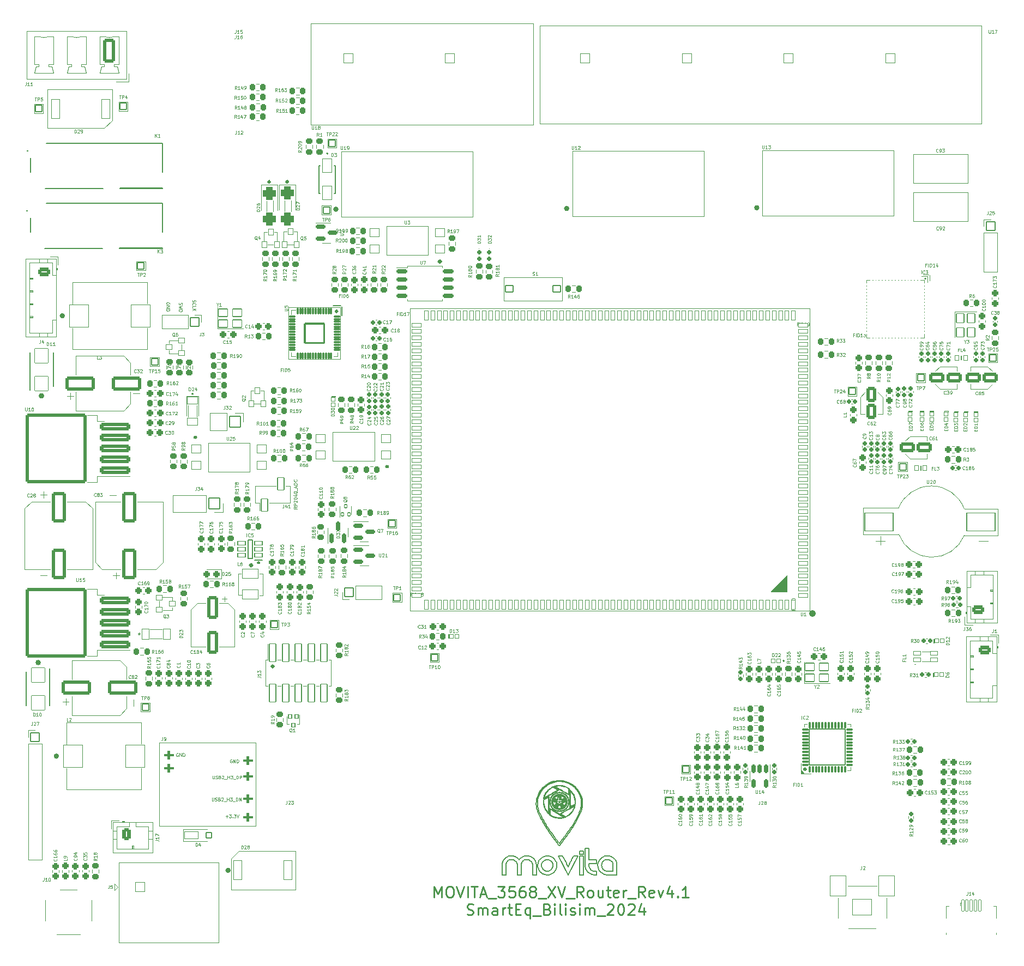
<source format=gto>
G04 #@! TF.GenerationSoftware,KiCad,Pcbnew,8.0.0-rc1*
G04 #@! TF.CreationDate,2024-10-18T14:45:25+03:00*
G04 #@! TF.ProjectId,Movita_3568_XV_Router_V4.1,4d6f7669-7461-45f3-9335-36385f58565f,REV1*
G04 #@! TF.SameCoordinates,Original*
G04 #@! TF.FileFunction,Legend,Top*
G04 #@! TF.FilePolarity,Positive*
%FSLAX46Y46*%
G04 Gerber Fmt 4.6, Leading zero omitted, Abs format (unit mm)*
G04 Created by KiCad (PCBNEW 8.0.0-rc1) date 2024-10-18 14:45:25*
%MOMM*%
%LPD*%
G01*
G04 APERTURE LIST*
G04 Aperture macros list*
%AMRoundRect*
0 Rectangle with rounded corners*
0 $1 Rounding radius*
0 $2 $3 $4 $5 $6 $7 $8 $9 X,Y pos of 4 corners*
0 Add a 4 corners polygon primitive as box body*
4,1,4,$2,$3,$4,$5,$6,$7,$8,$9,$2,$3,0*
0 Add four circle primitives for the rounded corners*
1,1,$1+$1,$2,$3*
1,1,$1+$1,$4,$5*
1,1,$1+$1,$6,$7*
1,1,$1+$1,$8,$9*
0 Add four rect primitives between the rounded corners*
20,1,$1+$1,$2,$3,$4,$5,0*
20,1,$1+$1,$4,$5,$6,$7,0*
20,1,$1+$1,$6,$7,$8,$9,0*
20,1,$1+$1,$8,$9,$2,$3,0*%
%AMFreePoly0*
4,1,25,0.171062,0.536062,0.186000,0.500000,0.186000,-0.365000,0.185020,-0.374949,0.174744,-0.426611,0.167129,-0.444997,0.137864,-0.488794,0.123794,-0.502864,0.079997,-0.532129,0.061611,-0.539744,0.009949,-0.550020,-0.009949,-0.550020,-0.061611,-0.539744,-0.079997,-0.532129,-0.123794,-0.502864,-0.137864,-0.488794,-0.167129,-0.444997,-0.174744,-0.426611,-0.185020,-0.374949,-0.186000,-0.365000,
-0.186000,0.500000,-0.171062,0.536062,-0.135000,0.551000,0.135000,0.551000,0.171062,0.536062,0.171062,0.536062,$1*%
%AMFreePoly1*
4,1,13,3.036062,3.036062,3.051000,3.000000,3.051000,-3.000000,3.036062,-3.036062,3.000000,-3.051000,-3.000000,-3.051000,-3.036062,-3.036062,-3.051000,-3.000000,-3.051000,3.000000,-3.036062,3.036062,-3.000000,3.051000,3.000000,3.051000,3.036062,3.036062,3.036062,3.036062,$1*%
G04 Aperture macros list end*
%ADD10C,0.150000*%
%ADD11C,0.120000*%
%ADD12C,0.100000*%
%ADD13C,0.250000*%
%ADD14C,0.400000*%
%ADD15C,0.200000*%
%ADD16C,0.300000*%
%ADD17C,0.550000*%
%ADD18C,0.500000*%
%ADD19C,0.450000*%
%ADD20C,0.127000*%
%ADD21RoundRect,0.225500X-0.225500X-0.300500X0.225500X-0.300500X0.225500X0.300500X-0.225500X0.300500X0*%
%ADD22RoundRect,0.165500X0.195500X-0.165500X0.195500X0.165500X-0.195500X0.165500X-0.195500X-0.165500X0*%
%ADD23RoundRect,0.225500X0.225500X0.300500X-0.225500X0.300500X-0.225500X-0.300500X0.225500X-0.300500X0*%
%ADD24RoundRect,0.165500X-0.165500X-0.195500X0.165500X-0.195500X0.165500X0.195500X-0.165500X0.195500X0*%
%ADD25RoundRect,0.160500X0.210500X-0.160500X0.210500X0.160500X-0.210500X0.160500X-0.210500X-0.160500X0*%
%ADD26RoundRect,0.225500X0.300500X-0.225500X0.300500X0.225500X-0.300500X0.225500X-0.300500X-0.225500X0*%
%ADD27C,1.000000*%
%ADD28C,1.602000*%
%ADD29RoundRect,0.051000X-0.500000X-0.500000X0.500000X-0.500000X0.500000X0.500000X-0.500000X0.500000X0*%
%ADD30RoundRect,0.250500X-0.275500X0.250500X-0.275500X-0.250500X0.275500X-0.250500X0.275500X0.250500X0*%
%ADD31RoundRect,0.160500X0.160500X0.210500X-0.160500X0.210500X-0.160500X-0.210500X0.160500X-0.210500X0*%
%ADD32RoundRect,0.165500X-0.195500X0.165500X-0.195500X-0.165500X0.195500X-0.165500X0.195500X0.165500X0*%
%ADD33RoundRect,0.225500X-0.300500X0.225500X-0.300500X-0.225500X0.300500X-0.225500X0.300500X0.225500X0*%
%ADD34C,1.483000*%
%ADD35RoundRect,0.051000X-0.575000X-0.825000X0.575000X-0.825000X0.575000X0.825000X-0.575000X0.825000X0*%
%ADD36RoundRect,0.088000X0.088000X-0.400500X0.088000X0.400500X-0.088000X0.400500X-0.088000X-0.400500X0*%
%ADD37RoundRect,0.088000X0.400500X-0.088000X0.400500X0.088000X-0.400500X0.088000X-0.400500X-0.088000X0*%
%ADD38RoundRect,0.051000X2.800000X-2.800000X2.800000X2.800000X-2.800000X2.800000X-2.800000X-2.800000X0*%
%ADD39RoundRect,0.051000X-0.650000X-1.500000X0.650000X-1.500000X0.650000X1.500000X-0.650000X1.500000X0*%
%ADD40RoundRect,0.051000X0.325000X0.350000X-0.325000X0.350000X-0.325000X-0.350000X0.325000X-0.350000X0*%
%ADD41RoundRect,0.250500X-0.250500X-0.275500X0.250500X-0.275500X0.250500X0.275500X-0.250500X0.275500X0*%
%ADD42RoundRect,0.160500X-0.160500X-0.210500X0.160500X-0.210500X0.160500X0.210500X-0.160500X0.210500X0*%
%ADD43RoundRect,0.051000X-0.750000X-0.300000X0.750000X-0.300000X0.750000X0.300000X-0.750000X0.300000X0*%
%ADD44RoundRect,0.051000X0.750000X0.300000X-0.750000X0.300000X-0.750000X-0.300000X0.750000X-0.300000X0*%
%ADD45RoundRect,0.051000X-0.300000X0.750000X-0.300000X-0.750000X0.300000X-0.750000X0.300000X0.750000X0*%
%ADD46RoundRect,0.051000X0.300000X-0.750000X0.300000X0.750000X-0.300000X0.750000X-0.300000X-0.750000X0*%
%ADD47RoundRect,0.250500X0.275500X-0.250500X0.275500X0.250500X-0.275500X0.250500X-0.275500X-0.250500X0*%
%ADD48C,1.302000*%
%ADD49RoundRect,0.250500X0.250500X0.275500X-0.250500X0.275500X-0.250500X-0.275500X0.250500X-0.275500X0*%
%ADD50RoundRect,0.051000X0.500000X-1.375000X0.500000X1.375000X-0.500000X1.375000X-0.500000X-1.375000X0*%
%ADD51RoundRect,0.051000X-0.400000X-0.450000X0.400000X-0.450000X0.400000X0.450000X-0.400000X0.450000X0*%
%ADD52RoundRect,0.051000X0.400000X0.450000X-0.400000X0.450000X-0.400000X-0.450000X0.400000X-0.450000X0*%
%ADD53RoundRect,0.051000X-0.450000X0.400000X-0.450000X-0.400000X0.450000X-0.400000X0.450000X0.400000X0*%
%ADD54RoundRect,0.051000X0.450000X-0.400000X0.450000X0.400000X-0.450000X0.400000X-0.450000X-0.400000X0*%
%ADD55RoundRect,0.051000X-0.300000X0.275000X-0.300000X-0.275000X0.300000X-0.275000X0.300000X0.275000X0*%
%ADD56RoundRect,0.160500X-0.210500X0.160500X-0.210500X-0.160500X0.210500X-0.160500X0.210500X0.160500X0*%
%ADD57RoundRect,0.051000X0.750000X0.625000X-0.750000X0.625000X-0.750000X-0.625000X0.750000X-0.625000X0*%
%ADD58C,3.352000*%
%ADD59RoundRect,0.051000X0.750000X0.750000X-0.750000X0.750000X-0.750000X-0.750000X0.750000X-0.750000X0*%
%ADD60C,2.402000*%
%ADD61RoundRect,0.271250X-0.654750X0.379750X-0.654750X-0.379750X0.654750X-0.379750X0.654750X0.379750X0*%
%ADD62O,1.852000X1.302000*%
%ADD63RoundRect,0.051000X-0.675000X-0.675000X0.675000X-0.675000X0.675000X0.675000X-0.675000X0.675000X0*%
%ADD64O,1.452000X1.452000*%
%ADD65RoundRect,0.051000X0.500000X0.500000X-0.500000X0.500000X-0.500000X-0.500000X0.500000X-0.500000X0*%
%ADD66RoundRect,0.051000X-1.250000X1.550000X-1.250000X-1.550000X1.250000X-1.550000X1.250000X1.550000X0*%
%ADD67RoundRect,0.051000X-1.500000X1.250000X-1.500000X-1.250000X1.500000X-1.250000X1.500000X1.250000X0*%
%ADD68RoundRect,0.165500X0.165500X0.195500X-0.165500X0.195500X-0.165500X-0.195500X0.165500X-0.195500X0*%
%ADD69RoundRect,0.051000X0.275000X0.300000X-0.275000X0.300000X-0.275000X-0.300000X0.275000X-0.300000X0*%
%ADD70RoundRect,0.244250X0.281750X-0.244250X0.281750X0.244250X-0.281750X0.244250X-0.281750X-0.244250X0*%
%ADD71RoundRect,0.051000X-0.275000X-0.300000X0.275000X-0.300000X0.275000X0.300000X-0.275000X0.300000X0*%
%ADD72RoundRect,0.075500X-0.075500X0.450500X-0.075500X-0.450500X0.075500X-0.450500X0.075500X0.450500X0*%
%ADD73RoundRect,0.075500X-0.450500X0.075500X-0.450500X-0.075500X0.450500X-0.075500X0.450500X0.075500X0*%
%ADD74RoundRect,0.148590X-1.502410X1.502410X-1.502410X-1.502410X1.502410X-1.502410X1.502410X1.502410X0*%
%ADD75C,1.002000*%
%ADD76C,6.302000*%
%ADD77RoundRect,0.525500X0.525500X-0.525500X0.525500X0.525500X-0.525500X0.525500X-0.525500X-0.525500X0*%
%ADD78RoundRect,0.525500X-0.525500X0.525500X-0.525500X-0.525500X0.525500X-0.525500X0.525500X0.525500X0*%
%ADD79RoundRect,0.051000X1.085000X-0.560000X1.085000X0.560000X-1.085000X0.560000X-1.085000X-0.560000X0*%
%ADD80RoundRect,0.051000X0.425000X-0.425000X0.425000X0.425000X-0.425000X0.425000X-0.425000X-0.425000X0*%
%ADD81C,1.752000*%
%ADD82FreePoly0,0.000000*%
%ADD83FreePoly0,90.000000*%
%ADD84FreePoly0,180.000000*%
%ADD85FreePoly0,270.000000*%
%ADD86FreePoly1,0.000000*%
%ADD87RoundRect,0.051000X-0.600000X0.700000X-0.600000X-0.700000X0.600000X-0.700000X0.600000X0.700000X0*%
%ADD88RoundRect,0.051000X-0.850000X0.850000X-0.850000X-0.850000X0.850000X-0.850000X0.850000X0.850000X0*%
%ADD89O,1.802000X1.802000*%
%ADD90RoundRect,0.051000X-0.675000X0.675000X-0.675000X-0.675000X0.675000X-0.675000X0.675000X0.675000X0*%
%ADD91RoundRect,0.262144X0.838856X-2.088856X0.838856X2.088856X-0.838856X2.088856X-0.838856X-2.088856X0*%
%ADD92C,2.352000*%
%ADD93RoundRect,0.262144X2.038856X0.838856X-2.038856X0.838856X-2.038856X-0.838856X2.038856X-0.838856X0*%
%ADD94RoundRect,0.051000X-0.200000X-0.872500X0.200000X-0.872500X0.200000X0.872500X-0.200000X0.872500X0*%
%ADD95O,1.302000X2.002000*%
%ADD96C,1.552000*%
%ADD97RoundRect,0.271250X0.654750X-0.379750X0.654750X0.379750X-0.654750X0.379750X-0.654750X-0.379750X0*%
%ADD98RoundRect,0.262144X-0.838856X2.088856X-0.838856X-2.088856X0.838856X-2.088856X0.838856X2.088856X0*%
%ADD99RoundRect,0.051000X-0.700000X-0.600000X0.700000X-0.600000X0.700000X0.600000X-0.700000X0.600000X0*%
%ADD100RoundRect,0.051000X0.600000X0.500000X-0.600000X0.500000X-0.600000X-0.500000X0.600000X-0.500000X0*%
%ADD101RoundRect,0.264167X0.686833X1.586833X-0.686833X1.586833X-0.686833X-1.586833X0.686833X-1.586833X0*%
%ADD102O,1.902000X3.702000*%
%ADD103RoundRect,0.267001X-0.958999X-0.533999X0.958999X-0.533999X0.958999X0.533999X-0.958999X0.533999X0*%
%ADD104RoundRect,0.265938X-0.585062X1.535062X-0.585062X-1.535062X0.585062X-1.535062X0.585062X1.535062X0*%
%ADD105RoundRect,0.273182X2.077818X0.327818X-2.077818X0.327818X-2.077818X-0.327818X2.077818X-0.327818X0*%
%ADD106RoundRect,0.252715X4.498285X5.198285X-4.498285X5.198285X-4.498285X-5.198285X4.498285X-5.198285X0*%
%ADD107RoundRect,0.051000X-0.200000X0.255000X-0.200000X-0.255000X0.200000X-0.255000X0.200000X0.255000X0*%
%ADD108RoundRect,0.271250X-0.379750X-0.654750X0.379750X-0.654750X0.379750X0.654750X-0.379750X0.654750X0*%
%ADD109O,1.302000X1.852000*%
%ADD110C,2.602000*%
%ADD111RoundRect,0.175500X-0.613000X-0.175500X0.613000X-0.175500X0.613000X0.175500X-0.613000X0.175500X0*%
%ADD112RoundRect,0.173000X-0.198000X0.173000X-0.198000X-0.173000X0.198000X-0.173000X0.198000X0.173000X0*%
%ADD113RoundRect,0.051000X0.675000X-0.675000X0.675000X0.675000X-0.675000X0.675000X-0.675000X-0.675000X0*%
%ADD114RoundRect,0.051000X0.525000X-0.300000X0.525000X0.300000X-0.525000X0.300000X-0.525000X-0.300000X0*%
%ADD115RoundRect,0.175500X-0.175500X0.538000X-0.175500X-0.538000X0.175500X-0.538000X0.175500X0.538000X0*%
%ADD116RoundRect,0.051000X-1.500000X-1.750000X1.500000X-1.750000X1.500000X1.750000X-1.500000X1.750000X0*%
%ADD117RoundRect,0.051000X-0.750000X-0.625000X0.750000X-0.625000X0.750000X0.625000X-0.750000X0.625000X0*%
%ADD118RoundRect,0.175500X-0.675500X-0.175500X0.675500X-0.175500X0.675500X0.175500X-0.675500X0.175500X0*%
%ADD119RoundRect,0.244250X0.244250X0.281750X-0.244250X0.281750X-0.244250X-0.281750X0.244250X-0.281750X0*%
%ADD120RoundRect,0.244250X-0.281750X0.244250X-0.281750X-0.244250X0.281750X-0.244250X0.281750X0.244250X0*%
%ADD121RoundRect,0.267001X0.958999X0.533999X-0.958999X0.533999X-0.958999X-0.533999X0.958999X-0.533999X0*%
%ADD122RoundRect,0.051000X-1.250000X-0.750000X1.250000X-0.750000X1.250000X0.750000X-1.250000X0.750000X0*%
%ADD123C,3.302000*%
%ADD124RoundRect,0.051000X-0.750000X-0.750000X0.750000X-0.750000X0.750000X0.750000X-0.750000X0.750000X0*%
%ADD125RoundRect,0.051000X-0.600000X0.300000X-0.600000X-0.300000X0.600000X-0.300000X0.600000X0.300000X0*%
%ADD126RoundRect,0.539231X0.211769X0.161769X-0.211769X0.161769X-0.211769X-0.161769X0.211769X-0.161769X0*%
%ADD127RoundRect,0.051000X0.500000X-0.950000X0.500000X0.950000X-0.500000X0.950000X-0.500000X-0.950000X0*%
%ADD128RoundRect,0.051000X0.650000X1.500000X-0.650000X1.500000X-0.650000X-1.500000X0.650000X-1.500000X0*%
%ADD129RoundRect,0.267001X-0.533999X0.958999X-0.533999X-0.958999X0.533999X-0.958999X0.533999X0.958999X0*%
%ADD130RoundRect,0.051000X1.025000X1.125000X-1.025000X1.125000X-1.025000X-1.125000X1.025000X-1.125000X0*%
%ADD131RoundRect,0.051000X-0.750000X1.060000X-0.750000X-1.060000X0.750000X-1.060000X0.750000X1.060000X0*%
%ADD132RoundRect,0.051000X-0.500000X0.500000X-0.500000X-0.500000X0.500000X-0.500000X0.500000X0.500000X0*%
%ADD133RoundRect,0.051000X-2.200000X1.400000X-2.200000X-1.400000X2.200000X-1.400000X2.200000X1.400000X0*%
%ADD134RoundRect,0.051000X-0.250000X0.300000X-0.250000X-0.300000X0.250000X-0.300000X0.250000X0.300000X0*%
%ADD135RoundRect,0.051000X-1.025000X-1.125000X1.025000X-1.125000X1.025000X1.125000X-1.025000X1.125000X0*%
%ADD136RoundRect,0.051000X-0.825000X0.575000X-0.825000X-0.575000X0.825000X-0.575000X0.825000X0.575000X0*%
%ADD137RoundRect,0.175500X0.175500X-0.613000X0.175500X0.613000X-0.175500X0.613000X-0.175500X-0.613000X0*%
%ADD138O,3.302000X2.102000*%
%ADD139O,1.402000X2.702000*%
%ADD140C,1.702000*%
%ADD141C,1.102000*%
%ADD142C,1.202000*%
%ADD143C,1.626000*%
G04 APERTURE END LIST*
D10*
X133084079Y-146043883D02*
G75*
G02*
X133006079Y-146043883I-39000J0D01*
G01*
X133006079Y-146043883D02*
G75*
G02*
X133084079Y-146043883I39000J0D01*
G01*
X132926990Y-144698761D02*
X132926990Y-145405094D01*
X124798116Y-155013743D02*
X124701241Y-155128311D01*
X124624677Y-155257914D01*
X124606538Y-155297715D01*
X132469859Y-145673474D02*
X131855160Y-145473747D01*
X131999597Y-145271718D02*
G75*
G02*
X132643759Y-144803655I908403J-572882D01*
G01*
X129618395Y-156232091D02*
X129562481Y-156077219D01*
X129524889Y-155917126D01*
X129505596Y-155751784D01*
X129502777Y-155657649D01*
X136013602Y-157130122D02*
X136013602Y-154165347D01*
X132352102Y-156232091D02*
X132279986Y-156379201D01*
X132193803Y-156515801D01*
X132093555Y-156641922D01*
X132031784Y-156707475D01*
X134217416Y-157123540D02*
X132678750Y-154152100D01*
X133145303Y-145421556D02*
X133746270Y-145271718D01*
X139269350Y-156694353D02*
X139161211Y-156574013D01*
X139067204Y-156443182D01*
X138987335Y-156301855D01*
X138949074Y-156218802D01*
X132744673Y-146036528D02*
G75*
G02*
X132636673Y-146036528I-54000J0D01*
G01*
X132636673Y-146036528D02*
G75*
G02*
X132744673Y-146036528I54000J0D01*
G01*
X138628756Y-155347308D02*
X137440213Y-155347308D01*
X131879820Y-155657649D02*
X131866560Y-155500343D01*
X131826794Y-155351788D01*
X131810567Y-155310963D01*
X130153181Y-155310963D02*
X130105707Y-155457002D01*
X130084842Y-155611816D01*
X130083760Y-155657649D01*
X131808671Y-145612161D02*
X132517229Y-145898437D01*
X137440213Y-152976679D02*
X137440213Y-154759618D01*
X132112262Y-146546519D02*
G75*
G02*
X131808693Y-145612165I756938J762419D01*
G01*
X134987267Y-144628098D02*
X135057345Y-144763203D01*
X135118729Y-144900605D01*
X135187115Y-145086601D01*
X135240198Y-145274813D01*
X135278065Y-145464175D01*
X135300803Y-145653622D01*
X135308497Y-145842088D01*
X135301236Y-146028507D01*
X135292025Y-146120616D01*
X132979534Y-145796440D02*
G75*
G02*
X132766334Y-145796440I-106600J0D01*
G01*
X132766334Y-145796440D02*
G75*
G02*
X132979534Y-145796440I106600J0D01*
G01*
X131232739Y-147663975D02*
X131118969Y-147555417D01*
X131011330Y-147439408D01*
X130910259Y-147316008D01*
X130816190Y-147185279D01*
X130729559Y-147047283D01*
X130702410Y-146999681D01*
X131999596Y-145271718D02*
X132600565Y-145421556D01*
X134581415Y-149911043D02*
X134680368Y-149766537D01*
X134777857Y-149621079D01*
X134873825Y-149474645D01*
X134968218Y-149327210D01*
X135060979Y-149178748D01*
X135152053Y-149029237D01*
X135241384Y-148878650D01*
X135328917Y-148726965D01*
X135414596Y-148574155D01*
X135498365Y-148420196D01*
X135580169Y-148265065D01*
X135659952Y-148108736D01*
X135737659Y-147951184D01*
X135813233Y-147792386D01*
X135886619Y-147632316D01*
X135957763Y-147470951D01*
X134466757Y-146868727D02*
X134599042Y-146794339D01*
X134734694Y-146718059D01*
X134890282Y-146630568D01*
X135046004Y-146543002D01*
X135182057Y-146466496D01*
X135226535Y-146441486D01*
X132198757Y-143385701D02*
X132346300Y-143351402D01*
X132496724Y-143325679D01*
X132649789Y-143308837D01*
X132805258Y-143301180D01*
X132895086Y-143301045D01*
X130707669Y-144478508D02*
X130793333Y-144344850D01*
X130885874Y-144218148D01*
X130984829Y-144098621D01*
X131089734Y-143986487D01*
X131200126Y-143881966D01*
X131315543Y-143785278D01*
X131476447Y-143668922D01*
X131644364Y-143567400D01*
X131818194Y-143481232D01*
X131906985Y-143444068D01*
X133680460Y-148202868D02*
X133529561Y-148247116D01*
X133375275Y-148282329D01*
X133217872Y-148308160D01*
X133057623Y-148324261D01*
X132894799Y-148330289D01*
X132840000Y-148330000D01*
X140319176Y-154753079D02*
X140161141Y-154766325D01*
X140010786Y-154806092D01*
X139969262Y-154822332D01*
X132948648Y-143830067D02*
X132818084Y-143752698D01*
X132684197Y-143673360D01*
X132530633Y-143582362D01*
X132376938Y-143491286D01*
X132242656Y-143411714D01*
X132198757Y-143385701D01*
X133101133Y-146151456D02*
X133126752Y-146132843D01*
X132100241Y-146452534D02*
X132428455Y-145927281D01*
X132918110Y-145495071D02*
G75*
G02*
X132840110Y-145495071I-39000J0D01*
G01*
X132840110Y-145495071D02*
G75*
G02*
X132918110Y-145495071I39000J0D01*
G01*
X134654254Y-150154507D02*
X134758154Y-150002776D01*
X134860517Y-149850045D01*
X134961284Y-149696289D01*
X135060397Y-149541482D01*
X135157796Y-149385598D01*
X135253424Y-149228611D01*
X135347222Y-149070495D01*
X135439131Y-148911225D01*
X135529094Y-148750774D01*
X135617052Y-148589118D01*
X135702946Y-148426230D01*
X135786718Y-148262084D01*
X135868310Y-148096655D01*
X135947663Y-147929917D01*
X136024719Y-147761843D01*
X136099420Y-147592410D01*
X126257342Y-155297715D02*
X126186581Y-155163803D01*
X126088322Y-155037030D01*
X126065889Y-155013743D01*
X125778689Y-154822332D02*
X125630347Y-154774979D01*
X125474498Y-154754159D01*
X125428565Y-154753079D01*
X133102099Y-144803698D02*
X133145303Y-145421556D01*
D11*
X52790000Y-98590000D02*
X52790000Y-97590000D01*
D10*
X128383530Y-154280797D02*
X128528997Y-154352638D01*
X128664530Y-154438018D01*
X128790124Y-154536962D01*
X128855602Y-154597804D01*
X125428565Y-154753079D02*
X125271224Y-154766325D01*
X125122739Y-154806092D01*
X125081921Y-154822332D01*
X125428565Y-154165347D02*
X125587401Y-154173081D01*
X125740219Y-154196293D01*
X125887019Y-154234992D01*
X126027801Y-154289188D01*
X126105547Y-154327120D01*
X137701087Y-156281516D02*
X137816184Y-156378412D01*
X137947732Y-156454985D01*
X137988330Y-156473137D01*
X132795103Y-147741159D02*
X132925666Y-147818527D01*
X133059553Y-147897865D01*
X133213116Y-147988863D01*
X133366812Y-148079939D01*
X133501094Y-148159511D01*
X133544993Y-148185525D01*
X133544993Y-148185525D02*
X133397449Y-148219823D01*
X133247025Y-148245545D01*
X133093960Y-148262387D01*
X132938491Y-148270045D01*
X132848664Y-148270181D01*
X136594752Y-153970289D02*
X136013602Y-153970289D01*
X129797021Y-144585114D02*
X129712233Y-144776158D01*
X129638306Y-144968963D01*
X129575799Y-145163529D01*
X129525274Y-145359856D01*
X129487291Y-145557944D01*
X129462411Y-145757793D01*
X129451194Y-145959405D01*
X129454201Y-146162780D01*
X129471992Y-146367918D01*
X129505128Y-146574819D01*
X129536021Y-146713733D01*
X133258141Y-146734059D02*
G75*
G02*
X132461894Y-146734073I-398141J997759D01*
G01*
X130702410Y-146999681D02*
X130629491Y-146858664D01*
X130566034Y-146715170D01*
X130511998Y-146569709D01*
X130467339Y-146422792D01*
X130432017Y-146274929D01*
X130405991Y-146126631D01*
X130385676Y-145929105D01*
X130381714Y-145732925D01*
X130394005Y-145539298D01*
X130406215Y-145443822D01*
X133354599Y-142644300D02*
X133076249Y-142617917D01*
X132800627Y-142613702D01*
X132528748Y-142631123D01*
X132261627Y-142669649D01*
X132000280Y-142728751D01*
X131745723Y-142807898D01*
X131498971Y-142906559D01*
X131261041Y-143024203D01*
X131032946Y-143160301D01*
X130815704Y-143314321D01*
X130610329Y-143485734D01*
X130417838Y-143674008D01*
X130239246Y-143878614D01*
X130075569Y-144099020D01*
X129927822Y-144334697D01*
X129797021Y-144585114D01*
X126914327Y-155644360D02*
X126914327Y-157130122D01*
X133883698Y-145719827D02*
G75*
G02*
X133637633Y-146477086I-1072298J-70173D01*
G01*
X132600565Y-145421556D02*
X132643770Y-144803700D01*
X129291538Y-157130122D02*
X128703806Y-157130122D01*
X132001643Y-151103652D02*
X132107349Y-151246871D01*
X132214009Y-151389571D01*
X132321535Y-151532030D01*
X132429838Y-151674530D01*
X132538831Y-151817353D01*
X132648426Y-151960779D01*
X132758535Y-152105090D01*
X132869071Y-152250566D01*
X132100242Y-146452534D02*
G75*
G02*
X131854200Y-145695264I825558J686834D01*
G01*
X131189912Y-146666378D02*
X131188190Y-146818133D01*
X131186425Y-146973752D01*
X131184400Y-147152241D01*
X131182374Y-147330883D01*
X131180603Y-147486960D01*
X131180025Y-147537985D01*
X141798230Y-155644360D02*
X141798230Y-157130122D01*
X139969262Y-154822332D02*
X139832942Y-154893071D01*
X139713202Y-154984049D01*
X139682019Y-155013743D01*
X133233504Y-145639738D02*
X133905267Y-145421469D01*
X136594752Y-157130122D02*
X136013602Y-157130122D01*
X130981790Y-154178468D02*
X131134336Y-154185703D01*
X131299497Y-154211120D01*
X131457857Y-154254797D01*
X131559670Y-154294044D01*
X140949792Y-155013743D02*
X140826487Y-154910867D01*
X140695818Y-154835780D01*
X140665862Y-154822332D01*
X135762412Y-154152100D02*
X134217416Y-157123540D01*
X128855602Y-154597804D02*
X128963665Y-154716330D01*
X129057662Y-154845275D01*
X129137592Y-154984674D01*
X129175920Y-155066647D01*
X132860020Y-146166255D02*
X133351241Y-146751669D01*
X131619114Y-156294805D02*
X131715871Y-156179724D01*
X131792415Y-156048162D01*
X131810567Y-156007563D01*
X135043403Y-144605692D02*
X135116321Y-144746708D01*
X135179777Y-144890201D01*
X135233814Y-145035662D01*
X135278473Y-145182580D01*
X135313794Y-145330443D01*
X135339820Y-145478741D01*
X135360135Y-145676266D01*
X135364097Y-145872447D01*
X135351806Y-146066073D01*
X135339597Y-146161550D01*
X133037130Y-144734729D02*
G75*
G02*
X133831955Y-145312188I-163930J-1061371D01*
G01*
D11*
X52290000Y-98090000D02*
X53290000Y-98090000D01*
D10*
X141210666Y-156542390D02*
X141210666Y-155644360D01*
X136013602Y-154165347D02*
X136594752Y-154165347D01*
X132225906Y-146646071D02*
X132605811Y-146123176D01*
X134951685Y-147086852D02*
X134869718Y-147215094D01*
X134781417Y-147336956D01*
X134654533Y-147489178D01*
X134518078Y-147629255D01*
X134373019Y-147756730D01*
X134220322Y-147871145D01*
X134060953Y-147972041D01*
X133895879Y-148058963D01*
X133811505Y-148097040D01*
X131280213Y-144980302D02*
X131243789Y-146689792D01*
X124537284Y-155644360D02*
X124537284Y-157130122D01*
X129291538Y-155644360D02*
X129291538Y-157130122D01*
X134999157Y-147124265D02*
X134913492Y-147257922D01*
X134820951Y-147384624D01*
X134721997Y-147504151D01*
X134617092Y-147616285D01*
X134506699Y-147720806D01*
X134391283Y-147817495D01*
X134230378Y-147933850D01*
X134062461Y-148035372D01*
X133888631Y-148121541D01*
X133799841Y-148158706D01*
X136099420Y-147592410D02*
X136180054Y-147395942D01*
X136251967Y-147198505D01*
X136314351Y-146999909D01*
X136366398Y-146799964D01*
X136407303Y-146598481D01*
X136436258Y-146395271D01*
X136452456Y-146190143D01*
X136455090Y-145982909D01*
X136443353Y-145773379D01*
X136416440Y-145561362D01*
X136389667Y-145418544D01*
X132932089Y-152520728D02*
X133040195Y-152373197D01*
X133148592Y-152225871D01*
X133257206Y-152078693D01*
X133365958Y-151931611D01*
X133474775Y-151784571D01*
X133583579Y-151637518D01*
X133692295Y-151490400D01*
X133800847Y-151343163D01*
X133909159Y-151195752D01*
X134017156Y-151048114D01*
X134124760Y-150900195D01*
X134231898Y-150751942D01*
X134338491Y-150603300D01*
X134444466Y-150454216D01*
X134549745Y-150304636D01*
X134654254Y-150154507D01*
X126326596Y-155644360D02*
X126313335Y-155487088D01*
X126273569Y-155338540D01*
X126257342Y-155297715D01*
X130981790Y-154766158D02*
X130823844Y-154779432D01*
X130673413Y-154819296D01*
X130631834Y-154835579D01*
X130344634Y-155027032D02*
X130241737Y-155150337D01*
X130166639Y-155281006D01*
X130153181Y-155310963D01*
X134363682Y-144751308D02*
X132901432Y-143865019D01*
X136594752Y-154165347D02*
X136594752Y-157130122D01*
D11*
X64020000Y-111130000D02*
X64020000Y-110130000D01*
D10*
X134399260Y-143762644D02*
X134363682Y-144751308D01*
D11*
X56900000Y-83220000D02*
X56900000Y-82220000D01*
D10*
X133351241Y-146751668D02*
G75*
G02*
X132368799Y-146751668I-491221J955449D01*
G01*
X132903750Y-143241226D02*
X133062332Y-143248585D01*
X133218330Y-143265376D01*
X133371321Y-143291310D01*
X133520885Y-143326093D01*
X133666599Y-143369435D01*
X133808042Y-143421045D01*
X133989261Y-143502215D01*
X134161140Y-143596874D01*
X134322679Y-143704331D01*
X134399260Y-143762644D01*
X135226535Y-146441486D02*
X135182466Y-146586411D01*
X135129530Y-146729543D01*
X135067583Y-146870522D01*
X134996481Y-147008991D01*
X134951685Y-147086852D01*
X132842318Y-147706207D02*
X133680460Y-148202868D01*
X132896990Y-145375094D02*
X132865324Y-145375094D01*
X136234190Y-145400602D02*
X136166852Y-145133425D01*
X136080335Y-144874774D01*
X135975529Y-144625533D01*
X135853327Y-144386588D01*
X135714620Y-144158823D01*
X135560300Y-143943122D01*
X135391259Y-143740370D01*
X135208390Y-143551453D01*
X135012582Y-143377254D01*
X134804729Y-143218658D01*
X134585723Y-143076551D01*
X134356455Y-142951816D01*
X134117816Y-142845339D01*
X133870699Y-142758004D01*
X133615996Y-142690696D01*
X133354599Y-142644300D01*
X124606538Y-155297715D02*
X124559184Y-155443751D01*
X124538364Y-155598541D01*
X124537284Y-155644360D01*
X132896990Y-144728761D02*
X132896990Y-145375094D01*
X134565788Y-144067388D02*
X134669263Y-144178014D01*
X134766751Y-144295424D01*
X134857869Y-144419561D01*
X134942236Y-144550373D01*
X134987267Y-144628098D01*
X133102099Y-144803699D02*
G75*
G02*
X133746286Y-145271708I-264199J-1041001D01*
G01*
X133788187Y-155020450D02*
X133862054Y-155165335D01*
X133935339Y-155307020D01*
X134008051Y-155445476D01*
X134022525Y-155472777D01*
D11*
X56400000Y-82720000D02*
X57400000Y-82720000D01*
D10*
X137509509Y-155994316D02*
X137580331Y-156130617D01*
X137671345Y-156250334D01*
X137701087Y-156281516D01*
X132860020Y-146259597D02*
X132461900Y-146734058D01*
X130344634Y-156294805D02*
X130459696Y-156391625D01*
X130591236Y-156468196D01*
X130631834Y-156486384D01*
D11*
X64050000Y-98150000D02*
X63050000Y-98150000D01*
D10*
X136852524Y-152976679D02*
X137440213Y-152976679D01*
X136013602Y-157130122D02*
X136013602Y-154165347D01*
X131559670Y-157027751D02*
X131405824Y-157083664D01*
X131245201Y-157121256D01*
X131077765Y-157140549D01*
X130981790Y-157143369D01*
X133625625Y-146571084D02*
X133220658Y-145923001D01*
X124065171Y-155066647D02*
X124136907Y-154921426D01*
X124222237Y-154786678D01*
X124321168Y-154662367D01*
X124382009Y-154597804D01*
X135957763Y-147470951D02*
X136034558Y-147283838D01*
X136103046Y-147095803D01*
X136162459Y-146906664D01*
X136212029Y-146716240D01*
X136250985Y-146524352D01*
X136278562Y-146330818D01*
X136293988Y-146135459D01*
X136296497Y-145938093D01*
X136285320Y-145738540D01*
X136259688Y-145536619D01*
X136234190Y-145400602D01*
X132517446Y-145624097D02*
X132489120Y-145711277D01*
X139744733Y-154280797D02*
X139899605Y-154224988D01*
X140059698Y-154187445D01*
X140225040Y-154168165D01*
X140319176Y-154165347D01*
X133200462Y-145709185D02*
G75*
G02*
X133122462Y-145709185I-39000J0D01*
G01*
X133122462Y-145709185D02*
G75*
G02*
X133200462Y-145709185I39000J0D01*
G01*
X132251525Y-146664683D02*
X132225906Y-146646071D01*
X137288418Y-156694353D02*
X137180279Y-156574013D01*
X137086272Y-156443182D01*
X137006403Y-156301855D01*
X136968142Y-156218802D01*
X130480292Y-145161287D02*
X130524359Y-145016361D01*
X130577295Y-144873229D01*
X130639242Y-144732250D01*
X130710345Y-144593781D01*
X130755142Y-144515921D01*
X133481038Y-146674350D02*
X133101133Y-146151456D01*
X124537284Y-157130122D02*
X123949553Y-157130122D01*
X133059229Y-146144819D02*
X133133389Y-146090939D01*
X138338244Y-157130122D02*
X138188410Y-157122903D01*
X138024820Y-157097513D01*
X137866470Y-157053816D01*
X137763801Y-157014504D01*
X132368799Y-146751669D02*
X132860020Y-146166255D01*
X132941258Y-152164587D02*
X133044216Y-152024082D01*
X133147451Y-151883770D01*
X133250892Y-151743601D01*
X133354466Y-151603523D01*
X133458101Y-151463485D01*
X133561724Y-151323435D01*
X133665263Y-151183323D01*
X133768646Y-151043096D01*
X133871800Y-150902705D01*
X133974654Y-150762098D01*
X134077135Y-150621223D01*
X134179171Y-150480029D01*
X134280689Y-150338465D01*
X134381617Y-150196480D01*
X134481883Y-150054023D01*
X134581415Y-149911043D01*
X127132274Y-154327120D02*
X127270528Y-154264063D01*
X127413869Y-154216510D01*
X127562290Y-154184449D01*
X127715787Y-154167872D01*
X127805776Y-154165347D01*
X137440213Y-154759618D02*
X138628756Y-154759618D01*
X138949074Y-155066647D02*
X139021086Y-154921426D01*
X139107240Y-154786678D01*
X139207528Y-154662367D01*
X139269350Y-154597804D01*
X137440213Y-155644360D02*
X137453476Y-155802428D01*
X137493267Y-155952791D01*
X137509509Y-155994316D01*
X134217416Y-155849060D02*
X134288992Y-155710840D01*
X134360175Y-155573632D01*
X134437155Y-155425443D01*
X134445172Y-155410022D01*
X138628756Y-157130122D02*
X138338244Y-157130122D01*
X132627138Y-145697720D02*
G75*
G02*
X132549138Y-145697720I-39000J0D01*
G01*
X132549138Y-145697720D02*
G75*
G02*
X132627138Y-145697720I39000J0D01*
G01*
X133883699Y-145719827D02*
X133309432Y-145951846D01*
X131619114Y-155027032D02*
X131503927Y-154930274D01*
X131372456Y-154853730D01*
X131331914Y-154835579D01*
X132479644Y-145643358D02*
X132469859Y-145673474D01*
X139269350Y-154597804D02*
X139389591Y-154491310D01*
X139520384Y-154398398D01*
X139661695Y-154319039D01*
X139744733Y-154280797D01*
X134012934Y-145796440D02*
G75*
G02*
X131732934Y-145796440I-1140000J0D01*
G01*
X131732934Y-145796440D02*
G75*
G02*
X134012934Y-145796440I1140000J0D01*
G01*
X131223789Y-145076390D02*
X131219957Y-145256213D01*
X131216320Y-145426911D01*
X131212265Y-145617253D01*
X131208003Y-145817277D01*
X131203747Y-146017022D01*
X131199709Y-146206526D01*
X131196102Y-146375829D01*
X131192329Y-146552926D01*
X131189912Y-146666378D01*
X135309288Y-146332839D02*
X135272159Y-146485645D01*
X135225511Y-146636867D01*
X135169179Y-146786097D01*
X135102999Y-146932928D01*
X135026807Y-147076951D01*
X134999157Y-147124265D01*
X138833456Y-155644360D02*
X138840674Y-155491928D01*
X138866064Y-155326817D01*
X138909761Y-155168461D01*
X138949074Y-155066647D01*
X128442974Y-155013743D02*
X128327807Y-154917006D01*
X128196322Y-154840470D01*
X128155732Y-154822332D01*
X127805776Y-154165347D02*
X127958255Y-154172562D01*
X128123422Y-154197930D01*
X128281777Y-154241562D01*
X128383530Y-154280797D01*
X133933593Y-145508649D02*
X133261831Y-145726918D01*
X131817357Y-145493008D02*
X131845684Y-145405828D01*
X133133389Y-146090939D02*
X133548561Y-146662374D01*
X132605811Y-146123176D02*
X132631430Y-146141789D01*
X134061372Y-145796440D02*
G75*
G02*
X131684496Y-145796440I-1188438J0D01*
G01*
X131684496Y-145796440D02*
G75*
G02*
X134061372Y-145796440I1188438J0D01*
G01*
X133090438Y-145497071D02*
X133037130Y-144734728D01*
X134465600Y-146625071D02*
X134502024Y-144915580D01*
X129618395Y-155079894D02*
X129690113Y-154934693D01*
X129775448Y-154799946D01*
X129874390Y-154675641D01*
X129935234Y-154611092D01*
X132708738Y-144734728D02*
X132655430Y-145497071D01*
X130153181Y-156007563D02*
X130223941Y-156143811D01*
X130314928Y-156263614D01*
X130344634Y-156294805D01*
X134308679Y-144654399D02*
X134154862Y-144561169D01*
X134008852Y-144472670D01*
X133846039Y-144373987D01*
X133674944Y-144270284D01*
X133504088Y-144166726D01*
X133341991Y-144068477D01*
X133197174Y-143980702D01*
X133045691Y-143888886D01*
X132948648Y-143830067D01*
X136013602Y-154165347D02*
X136594752Y-154165347D01*
X132840000Y-148330000D02*
X132681417Y-148322640D01*
X132525419Y-148305849D01*
X132372428Y-148279915D01*
X132222865Y-148245132D01*
X132077151Y-148201790D01*
X131935708Y-148150180D01*
X131754488Y-148069010D01*
X131582609Y-147974351D01*
X131421070Y-147866894D01*
X131344490Y-147808582D01*
X131559670Y-154294044D02*
X131705134Y-154365894D01*
X131840639Y-154451289D01*
X131966250Y-154550248D01*
X132031784Y-154611092D01*
X135095617Y-154152100D02*
X135762412Y-154152100D01*
X130083760Y-155657649D02*
X130097033Y-155815628D01*
X130136898Y-155965990D01*
X130153181Y-156007563D01*
X129356590Y-146797332D02*
X129405329Y-146977914D01*
X129460971Y-147155791D01*
X129522837Y-147331204D01*
X129590248Y-147504393D01*
X129662527Y-147675598D01*
X129738994Y-147845063D01*
X129818973Y-148013026D01*
X129901784Y-148179729D01*
X129536021Y-146713733D02*
X129582439Y-146885716D01*
X129635431Y-147055123D01*
X129694351Y-147222182D01*
X129758552Y-147387124D01*
X129827389Y-147550178D01*
X129900215Y-147711572D01*
X129976385Y-147871537D01*
X130055253Y-148030302D01*
X132856292Y-152611007D02*
X132932089Y-152520728D01*
X139682019Y-155013743D02*
X139585198Y-155128311D01*
X139508628Y-155257914D01*
X139490441Y-155297715D01*
X138628756Y-154759618D02*
X138628756Y-155347308D01*
D11*
X66780000Y-130910000D02*
X66780000Y-129910000D01*
D10*
X132428455Y-145927281D02*
X131854190Y-145695263D01*
X133895791Y-145489388D02*
X133281092Y-145689116D01*
D11*
X53260000Y-110570000D02*
X52260000Y-110570000D01*
D10*
X130055253Y-148030302D02*
X130159963Y-148233573D01*
X130267550Y-148434953D01*
X130377882Y-148634527D01*
X130490826Y-148832380D01*
X130606249Y-149028599D01*
X130724019Y-149223269D01*
X130844003Y-149416475D01*
X130966069Y-149608305D01*
X131090085Y-149798843D01*
X131215917Y-149988175D01*
X131343434Y-150176387D01*
X131472502Y-150363565D01*
X131602989Y-150549795D01*
X131734764Y-150735162D01*
X131867692Y-150919752D01*
X132001643Y-151103652D01*
X132869071Y-152250566D02*
X132941258Y-152164587D01*
X133799841Y-148158706D02*
X132961422Y-147633562D01*
X130407347Y-157027751D02*
X130260557Y-156955737D01*
X130124730Y-156869584D01*
X129999866Y-156769296D01*
X129935234Y-156707475D01*
X131913925Y-145312194D02*
G75*
G02*
X132708737Y-144734719I958775J-483906D01*
G01*
X139682019Y-156281516D02*
X139797044Y-156378412D01*
X139928614Y-156454985D01*
X139969262Y-156473137D01*
X133309432Y-145951846D02*
X133637645Y-146477096D01*
X129935234Y-154611092D02*
X130054008Y-154504591D01*
X130183744Y-154411662D01*
X130324443Y-154332289D01*
X130407347Y-154294044D01*
X124382009Y-154597804D02*
X124500801Y-154491310D01*
X124630533Y-154398398D01*
X124771222Y-154319039D01*
X124854123Y-154280797D01*
X133072849Y-147634382D02*
X133230496Y-147547788D01*
X133380144Y-147465588D01*
X133547012Y-147373930D01*
X133722368Y-147277609D01*
X133897480Y-147181422D01*
X134063615Y-147090167D01*
X134212039Y-147008639D01*
X134367296Y-146923359D01*
X134466757Y-146868727D01*
X127459132Y-154822332D02*
X127325113Y-154893071D01*
X127198405Y-154991319D01*
X127175159Y-155013743D01*
X132599174Y-146081272D02*
X132673334Y-146135152D01*
X130755142Y-144515921D02*
X130837108Y-144387678D01*
X130925408Y-144265816D01*
X131052292Y-144113594D01*
X131188747Y-143973517D01*
X131333806Y-143846042D01*
X131486503Y-143731628D01*
X131645872Y-143630731D01*
X131810946Y-143543810D01*
X131895321Y-143505734D01*
X131240069Y-144734046D02*
X131107783Y-144808433D01*
X130972131Y-144884713D01*
X130816543Y-144972204D01*
X130660821Y-145059770D01*
X130524769Y-145136276D01*
X130480292Y-145161287D01*
X133258141Y-146734059D02*
X132860020Y-146259597D01*
X136594752Y-154165347D02*
X136594752Y-157130122D01*
X134522024Y-146528983D02*
X134525855Y-146349158D01*
X134529492Y-146178460D01*
X134533547Y-145988119D01*
X134537809Y-145788095D01*
X134542065Y-145588350D01*
X134546103Y-145398846D01*
X134549710Y-145229542D01*
X134553483Y-145052446D01*
X134555901Y-144938995D01*
X129630640Y-144562281D02*
X129541613Y-144762878D01*
X129463989Y-144965323D01*
X129398357Y-145169617D01*
X129345306Y-145375760D01*
X129305424Y-145583753D01*
X129279300Y-145793595D01*
X129267521Y-146005288D01*
X129270678Y-146218831D01*
X129289359Y-146434225D01*
X129324152Y-146651472D01*
X129356590Y-146797332D01*
X138628756Y-156542390D02*
X138628756Y-157130122D01*
X127805776Y-154753079D02*
X127648381Y-154766325D01*
X127499902Y-154806092D01*
X127459132Y-154822332D01*
X132031784Y-156707475D02*
X131911640Y-156815613D01*
X131781640Y-156909620D01*
X131641717Y-156989489D01*
X131559670Y-157027751D01*
X136389667Y-145418544D02*
X136318962Y-145138008D01*
X136228119Y-144866425D01*
X136118073Y-144604722D01*
X135989761Y-144353830D01*
X135844118Y-144114676D01*
X135682083Y-143888190D01*
X135504590Y-143675301D01*
X135312577Y-143476938D01*
X135106979Y-143294029D01*
X134888734Y-143127504D01*
X134658777Y-142978291D01*
X134418045Y-142847319D01*
X134167475Y-142735518D01*
X133908002Y-142643816D01*
X133640564Y-142573143D01*
X133366097Y-142524427D01*
X133220658Y-145923001D02*
X133929216Y-145636725D01*
X131864945Y-145443630D02*
X132479644Y-145643358D01*
X134699339Y-154918121D02*
X134768353Y-154783521D01*
X134841351Y-154640747D01*
X134910520Y-154505125D01*
X134930533Y-154465836D01*
X133474401Y-146716254D02*
X133059229Y-146144819D01*
X128703806Y-155644360D02*
X128690532Y-155487088D01*
X128650667Y-155338540D01*
X128634385Y-155297715D01*
X132865324Y-144728761D02*
X132896990Y-144728761D01*
X131435071Y-146916827D02*
X131588887Y-147010056D01*
X131734898Y-147098555D01*
X131897710Y-147197238D01*
X132068805Y-147300941D01*
X132239662Y-147404499D01*
X132401759Y-147502748D01*
X132546576Y-147590523D01*
X132698059Y-147682339D01*
X132795103Y-147741159D01*
X134502024Y-144915580D02*
X134513074Y-143941398D01*
X132631430Y-146141789D02*
X132251525Y-146664683D01*
X139490441Y-155994316D02*
X139561263Y-156130617D01*
X139652277Y-156250334D01*
X139682019Y-156281516D01*
X130981790Y-156555679D02*
X131139855Y-156542415D01*
X131290332Y-156502625D01*
X131331914Y-156486384D01*
X131855160Y-145473747D02*
X131864945Y-145443630D01*
X132489120Y-145711277D02*
X131817357Y-145493008D01*
X137763801Y-157014504D02*
X137616690Y-156942493D01*
X137480091Y-156856359D01*
X137353970Y-156756124D01*
X137288418Y-156694353D01*
X132926990Y-145405094D02*
X132835324Y-145405094D01*
X132031784Y-154611092D02*
X132139846Y-154729599D01*
X132233843Y-154858543D01*
X132313774Y-154997935D01*
X132352102Y-155079894D01*
X137988330Y-156473137D02*
X138136459Y-156520472D01*
X138292317Y-156541307D01*
X138338244Y-156542390D01*
X132745404Y-143969211D02*
X131246730Y-144792412D01*
X130981790Y-157143369D02*
X130813593Y-157134232D01*
X130650568Y-157106809D01*
X130492754Y-157061077D01*
X130407347Y-157027751D01*
X131906985Y-143444068D02*
X132745404Y-143969211D01*
X140665862Y-154822332D02*
X140519821Y-154774979D01*
X140365008Y-154754159D01*
X140319176Y-154753079D01*
X131403726Y-147787850D02*
X131409839Y-147617982D01*
X131416374Y-147436389D01*
X131422399Y-147268954D01*
X131428280Y-147105540D01*
X131434259Y-146939384D01*
X131435071Y-146916827D01*
X132633977Y-143968391D02*
X132476329Y-144054984D01*
X132326681Y-144137184D01*
X132159813Y-144228842D01*
X131984457Y-144325163D01*
X131809345Y-144421350D01*
X131643210Y-144512605D01*
X131494786Y-144594133D01*
X131339529Y-144679413D01*
X131240069Y-144734046D01*
X132467510Y-155657649D02*
X132460294Y-155807482D01*
X132434932Y-155971072D01*
X132391317Y-156129421D01*
X132352102Y-156232091D01*
X133271307Y-145658999D02*
X133886006Y-145459272D01*
X132865324Y-145375094D02*
X132865324Y-144728761D01*
X134930533Y-154465836D02*
X135003196Y-154324167D01*
X135075907Y-154187600D01*
X135095617Y-154152100D01*
D11*
X63520000Y-110630000D02*
X64520000Y-110630000D01*
D10*
X126065889Y-155013743D02*
X125950702Y-154917006D01*
X125819231Y-154840470D01*
X125778689Y-154822332D01*
X133261831Y-145726918D02*
X133233504Y-145639738D01*
X133281092Y-145689116D02*
X133271307Y-145658999D01*
X123949553Y-157130122D02*
X123949553Y-155644360D01*
X134513074Y-143941398D02*
X134626843Y-144049954D01*
X134734482Y-144165964D01*
X134835553Y-144289364D01*
X134929622Y-144420093D01*
X135016253Y-144558089D01*
X135043403Y-144605692D01*
D11*
X67650000Y-82340000D02*
X66650000Y-82340000D01*
D10*
X130397538Y-145269934D02*
X130434666Y-145117127D01*
X130481314Y-144965905D01*
X130537646Y-144816675D01*
X130603826Y-144669844D01*
X130680018Y-144525821D01*
X130707669Y-144478508D01*
X132063290Y-143368357D02*
X132214188Y-143324108D01*
X132368474Y-143288895D01*
X132525877Y-143263065D01*
X132686126Y-143246963D01*
X132848950Y-143240936D01*
X132903750Y-143241226D01*
X132655430Y-145497071D02*
X131913925Y-145312194D01*
X133886006Y-145459272D02*
X133895791Y-145489388D01*
X134340024Y-143783376D02*
X134333910Y-143953242D01*
X134327375Y-144134835D01*
X134321350Y-144302270D01*
X134315469Y-144465685D01*
X134309490Y-144631841D01*
X134308679Y-144654399D01*
X132184002Y-146652708D02*
X132599174Y-146081272D01*
X136594752Y-157130122D02*
X136013602Y-157130122D01*
X130631834Y-156486384D02*
X130780091Y-156533753D01*
X130935904Y-156554596D01*
X130981790Y-156555679D01*
X137440213Y-155347308D02*
X137440213Y-155644360D01*
X129175920Y-155066647D02*
X129231760Y-155220495D01*
X129269371Y-155381103D01*
X129288708Y-155548465D01*
X129291538Y-155644360D01*
X138338244Y-156542390D02*
X138628756Y-156542390D01*
X131380068Y-146819918D02*
X132842318Y-147706207D01*
X131895321Y-143505734D02*
X132039374Y-143595961D01*
X132193370Y-143692417D01*
X132335360Y-143781352D01*
X132473941Y-143868152D01*
X132614847Y-143956409D01*
X132633977Y-143968391D01*
X132848664Y-148270181D02*
X132696619Y-148263317D01*
X132546933Y-148247777D01*
X132351663Y-148214003D01*
X132162125Y-148165868D01*
X131979200Y-148103981D01*
X131803765Y-148028949D01*
X131636702Y-147941380D01*
X131478888Y-147841882D01*
X131403726Y-147787850D01*
X130406215Y-145443822D02*
X131280213Y-144980302D01*
X134445172Y-155410022D02*
X134517310Y-155271031D01*
X134588927Y-155132556D01*
X134660042Y-154994573D01*
X134699339Y-154918121D01*
X130631834Y-154835579D02*
X130495601Y-154906339D01*
X130375822Y-154997326D01*
X130344634Y-155027032D01*
X132258162Y-146706587D02*
X132184002Y-146652708D01*
X127175159Y-155013743D02*
X127072217Y-155137069D01*
X126997192Y-155267749D01*
X126983748Y-155297715D01*
X132961422Y-147633562D02*
X134460096Y-146810361D01*
X135292025Y-146120616D02*
X135141858Y-146200255D01*
X134981326Y-146285393D01*
X134833311Y-146363892D01*
X134688850Y-146440507D01*
X134541965Y-146518407D01*
X134522024Y-146528983D01*
X128703806Y-157130122D02*
X128703806Y-155644360D01*
X138949074Y-156218802D02*
X138893159Y-156063948D01*
X138855567Y-155903850D01*
X138836275Y-155738497D01*
X138833456Y-155644360D01*
X126914327Y-157130122D02*
X126326596Y-157130122D01*
X132678750Y-154152100D02*
X133339172Y-154152100D01*
X132517229Y-145898437D02*
X132112262Y-146546519D01*
X123949553Y-155644360D02*
X123956771Y-155491928D01*
X123982161Y-155326817D01*
X124025858Y-155168461D01*
X124065171Y-155066647D01*
X126326596Y-157130122D02*
X126326596Y-155644360D01*
X133339172Y-154152100D02*
X133412181Y-154292810D01*
X133485650Y-154434003D01*
X133550412Y-154558188D01*
X139969262Y-156473137D02*
X140117391Y-156520472D01*
X140273249Y-156541307D01*
X140319176Y-156542390D01*
X133215462Y-145709185D02*
G75*
G02*
X133107462Y-145709185I-54000J0D01*
G01*
X133107462Y-145709185D02*
G75*
G02*
X133215462Y-145709185I54000J0D01*
G01*
X134460096Y-146810361D02*
X135309288Y-146332839D01*
X130758546Y-146977275D02*
X130688467Y-146842168D01*
X130627083Y-146704767D01*
X130558697Y-146518770D01*
X130505614Y-146330558D01*
X130467747Y-146141196D01*
X130445009Y-145951749D01*
X130437315Y-145763283D01*
X130444576Y-145576864D01*
X130453788Y-145484756D01*
X133831943Y-145312194D02*
X133090438Y-145497071D01*
X131845684Y-145405828D02*
X132517446Y-145624097D01*
X131246730Y-144792412D02*
X130397538Y-145269934D01*
X140319176Y-154165347D02*
X140471655Y-154172562D01*
X140636822Y-154197930D01*
X140795177Y-154241562D01*
X140896930Y-154280797D01*
X132835324Y-145405094D02*
X132835324Y-144698761D01*
X136013602Y-153410267D02*
X136594752Y-153410267D01*
X139421145Y-155644360D02*
X139434408Y-155802428D01*
X139474199Y-155952791D01*
X139490441Y-155994316D01*
X141210666Y-155644360D02*
X141197337Y-155487088D01*
X141157479Y-155338540D01*
X141141245Y-155297715D01*
X131344490Y-147808582D02*
X131380068Y-146819918D01*
X132352102Y-155079894D02*
X132407883Y-155233670D01*
X132445415Y-155394304D01*
X132464691Y-155561727D01*
X132467510Y-155657649D01*
X130407347Y-154294044D02*
X130562248Y-154238211D01*
X130722382Y-154200617D01*
X130887711Y-154181294D01*
X130981790Y-154178468D01*
X141365732Y-154597804D02*
X141472232Y-154716330D01*
X141565161Y-154845275D01*
X141644534Y-154984674D01*
X141682780Y-155066647D01*
X132835324Y-144698761D02*
X132926990Y-144698761D01*
X126983748Y-155297715D02*
X126936257Y-155443751D01*
X126915408Y-155598541D01*
X126914327Y-155644360D01*
X141798230Y-157130122D02*
X140319176Y-157130122D01*
X131331914Y-154835579D02*
X131183628Y-154788106D01*
X131027718Y-154767241D01*
X130981790Y-154766158D01*
X132962934Y-145796440D02*
G75*
G02*
X132782934Y-145796440I-90000J0D01*
G01*
X132782934Y-145796440D02*
G75*
G02*
X132962934Y-145796440I90000J0D01*
G01*
X131810567Y-156007563D02*
X131857902Y-155859362D01*
X131878737Y-155703568D01*
X131879820Y-155657649D01*
X131243789Y-146689792D02*
X131232739Y-147663975D01*
X132933110Y-145495071D02*
G75*
G02*
X132825110Y-145495071I-54000J0D01*
G01*
X132825110Y-145495071D02*
G75*
G02*
X132933110Y-145495071I54000J0D01*
G01*
X134555901Y-144938995D02*
X134557622Y-144787239D01*
X134559387Y-144631620D01*
X134561412Y-144453131D01*
X134563438Y-144274489D01*
X134565209Y-144118412D01*
X134565788Y-144067388D01*
X133929216Y-145636725D02*
G75*
G02*
X133625618Y-146571077I-1060616J-171875D01*
G01*
X126617275Y-154766158D02*
X126726181Y-154634745D01*
X126848301Y-154517792D01*
X126983657Y-154415261D01*
X127112971Y-154337352D01*
X127132274Y-154327120D01*
X133506657Y-146655737D02*
X133481038Y-146674350D01*
X129901784Y-148179729D02*
X130011729Y-148393164D01*
X130124696Y-148604613D01*
X130240544Y-148814165D01*
X130359135Y-149021911D01*
X130480329Y-149227941D01*
X130603988Y-149432344D01*
X130729971Y-149635211D01*
X130858141Y-149836632D01*
X130988357Y-150036697D01*
X131120481Y-150235495D01*
X131254373Y-150433118D01*
X131389895Y-150629655D01*
X131526907Y-150825196D01*
X131665270Y-151019832D01*
X131804845Y-151213651D01*
X131945493Y-151406746D01*
X130453788Y-145484756D02*
X130603954Y-145405116D01*
X130764485Y-145319979D01*
X130912500Y-145241480D01*
X131056962Y-145164865D01*
X131203847Y-145086965D01*
X131223789Y-145076390D01*
X131945493Y-151406746D02*
X132056484Y-151557126D01*
X132168477Y-151706961D01*
X132281380Y-151856543D01*
X132395098Y-152006169D01*
X132509541Y-152156133D01*
X132624616Y-152306731D01*
X132740230Y-152458257D01*
X132856292Y-152611007D01*
X129935234Y-156707475D02*
X129828737Y-156587159D01*
X129735841Y-156456385D01*
X129656556Y-156315118D01*
X129618395Y-156232091D01*
X126105547Y-154327120D02*
X126234951Y-154403458D01*
X126370851Y-154504187D01*
X126493983Y-154619336D01*
X126604371Y-154748939D01*
X126617275Y-154766158D01*
X141682780Y-155066647D02*
X141738588Y-155220495D01*
X141776132Y-155381103D01*
X141795411Y-155548465D01*
X141798230Y-155644360D01*
X139744733Y-157014504D02*
X139597594Y-156942493D01*
X139460954Y-156856359D01*
X139334846Y-156756124D01*
X139269350Y-156694353D01*
X132642138Y-145697720D02*
G75*
G02*
X132534138Y-145697720I-54000J0D01*
G01*
X132534138Y-145697720D02*
G75*
G02*
X132642138Y-145697720I54000J0D01*
G01*
X132895086Y-143301045D02*
X133047130Y-143307908D01*
X133196816Y-143323448D01*
X133392086Y-143357222D01*
X133581624Y-143405357D01*
X133764549Y-143467244D01*
X133939984Y-143542276D01*
X134107047Y-143629845D01*
X134264861Y-143729343D01*
X134340024Y-143783376D01*
X131331914Y-156486384D02*
X131468022Y-156415560D01*
X131587870Y-156324546D01*
X131619114Y-156294805D01*
X133905267Y-145421469D02*
X133933593Y-145508649D01*
X133548561Y-146662374D02*
X133474401Y-146716254D01*
X133099079Y-146043883D02*
G75*
G02*
X132991079Y-146043883I-54000J0D01*
G01*
X132991079Y-146043883D02*
G75*
G02*
X133099079Y-146043883I54000J0D01*
G01*
X128155732Y-154822332D02*
X128007474Y-154774979D01*
X127851661Y-154754159D01*
X127805776Y-154753079D01*
X132901432Y-143865019D02*
X132063290Y-143368357D01*
X136594752Y-153410267D02*
X136594752Y-153970289D01*
X132673334Y-146135152D02*
X132258162Y-146706587D01*
X124854123Y-154280797D02*
X125009023Y-154224988D01*
X125169157Y-154187445D01*
X125334486Y-154168165D01*
X125428565Y-154165347D01*
X136852524Y-155644360D02*
X136852524Y-152976679D01*
D11*
X56210000Y-130750000D02*
X56210000Y-129750000D01*
D10*
X125081921Y-154822332D02*
X124947971Y-154893071D01*
X124821357Y-154991319D01*
X124798116Y-155013743D01*
X133366097Y-142524427D02*
X133073830Y-142496725D01*
X132784427Y-142492299D01*
X132498953Y-142510591D01*
X132218477Y-142551043D01*
X131944062Y-142613100D01*
X131676777Y-142696204D01*
X131417688Y-142799798D01*
X131167861Y-142923325D01*
X130928362Y-143066227D01*
X130700257Y-143227949D01*
X130484614Y-143407932D01*
X130282498Y-143605620D01*
X130094977Y-143820456D01*
X129923115Y-144051883D01*
X129767981Y-144299343D01*
X129630640Y-144562281D01*
X141141245Y-155297715D02*
X141070484Y-155163803D01*
X140972225Y-155037030D01*
X140949792Y-155013743D01*
X133811505Y-148097040D02*
X133667451Y-148006812D01*
X133513455Y-147910355D01*
X133371465Y-147821420D01*
X133232884Y-147734620D01*
X133091978Y-147646363D01*
X133072849Y-147634382D01*
X136968142Y-156218802D02*
X136912227Y-156063948D01*
X136874635Y-155903850D01*
X136855343Y-155738497D01*
X136852524Y-155644360D01*
X132729673Y-146036528D02*
G75*
G02*
X132651673Y-146036528I-39000J0D01*
G01*
X132651673Y-146036528D02*
G75*
G02*
X132729673Y-146036528I39000J0D01*
G01*
X134297536Y-145796440D02*
G75*
G02*
X131448332Y-145796440I-1424602J0D01*
G01*
X131448332Y-145796440D02*
G75*
G02*
X134297536Y-145796440I1424602J0D01*
G01*
X134022525Y-155472777D02*
X134097655Y-155615525D01*
X134169906Y-155755248D01*
X134217416Y-155849060D01*
X139490441Y-155297715D02*
X139443070Y-155443751D01*
X139422227Y-155598541D01*
X139421145Y-155644360D01*
X136013602Y-153970289D02*
X136013602Y-153410267D01*
X140319176Y-156542390D02*
X141210666Y-156542390D01*
X133550412Y-154558188D02*
X133624694Y-154701279D01*
X133698963Y-154845614D01*
X133773303Y-154991187D01*
X133788187Y-155020450D01*
X131180025Y-147537985D02*
X131076549Y-147427357D01*
X130979061Y-147309948D01*
X130887943Y-147185810D01*
X130803576Y-147054999D01*
X130758546Y-146977275D01*
X129502777Y-155657649D02*
X129509995Y-155505169D01*
X129535385Y-155340001D01*
X129579082Y-155181646D01*
X129618395Y-155079894D01*
X135339597Y-146161550D02*
X134465600Y-146625071D01*
X140319176Y-157130122D02*
X140169342Y-157122903D01*
X140005752Y-157097513D01*
X139847402Y-157053816D01*
X139744733Y-157014504D01*
X128634385Y-155297715D02*
X128563628Y-155163803D01*
X128465396Y-155037030D01*
X128442974Y-155013743D01*
X131810567Y-155310963D02*
X131739806Y-155177071D01*
X131641547Y-155050309D01*
X131619114Y-155027032D01*
D11*
X55710000Y-130250000D02*
X56710000Y-130250000D01*
D10*
X140896930Y-154280797D02*
X141042131Y-154352638D01*
X141176878Y-154438018D01*
X141301182Y-154536962D01*
X141365732Y-154597804D01*
X133126752Y-146132843D02*
X133506657Y-146655737D01*
X134355213Y-145796440D02*
G75*
G02*
X131390655Y-145796440I-1482279J0D01*
G01*
X131390655Y-145796440D02*
G75*
G02*
X134355213Y-145796440I1482279J0D01*
G01*
D12*
X73646741Y-138247419D02*
X73599122Y-138223609D01*
X73599122Y-138223609D02*
X73527693Y-138223609D01*
X73527693Y-138223609D02*
X73456265Y-138247419D01*
X73456265Y-138247419D02*
X73408646Y-138295038D01*
X73408646Y-138295038D02*
X73384836Y-138342657D01*
X73384836Y-138342657D02*
X73361027Y-138437895D01*
X73361027Y-138437895D02*
X73361027Y-138509323D01*
X73361027Y-138509323D02*
X73384836Y-138604561D01*
X73384836Y-138604561D02*
X73408646Y-138652180D01*
X73408646Y-138652180D02*
X73456265Y-138699800D01*
X73456265Y-138699800D02*
X73527693Y-138723609D01*
X73527693Y-138723609D02*
X73575312Y-138723609D01*
X73575312Y-138723609D02*
X73646741Y-138699800D01*
X73646741Y-138699800D02*
X73670550Y-138675990D01*
X73670550Y-138675990D02*
X73670550Y-138509323D01*
X73670550Y-138509323D02*
X73575312Y-138509323D01*
X73884836Y-138723609D02*
X73884836Y-138223609D01*
X73884836Y-138223609D02*
X74170550Y-138723609D01*
X74170550Y-138723609D02*
X74170550Y-138223609D01*
X74408646Y-138723609D02*
X74408646Y-138223609D01*
X74408646Y-138223609D02*
X74527694Y-138223609D01*
X74527694Y-138223609D02*
X74599122Y-138247419D01*
X74599122Y-138247419D02*
X74646741Y-138295038D01*
X74646741Y-138295038D02*
X74670551Y-138342657D01*
X74670551Y-138342657D02*
X74694360Y-138437895D01*
X74694360Y-138437895D02*
X74694360Y-138509323D01*
X74694360Y-138509323D02*
X74670551Y-138604561D01*
X74670551Y-138604561D02*
X74646741Y-138652180D01*
X74646741Y-138652180D02*
X74599122Y-138699800D01*
X74599122Y-138699800D02*
X74527694Y-138723609D01*
X74527694Y-138723609D02*
X74408646Y-138723609D01*
X92112750Y-99934590D02*
X91874655Y-100101256D01*
X92112750Y-100220304D02*
X91612750Y-100220304D01*
X91612750Y-100220304D02*
X91612750Y-100029828D01*
X91612750Y-100029828D02*
X91636560Y-99982209D01*
X91636560Y-99982209D02*
X91660369Y-99958399D01*
X91660369Y-99958399D02*
X91707988Y-99934590D01*
X91707988Y-99934590D02*
X91779417Y-99934590D01*
X91779417Y-99934590D02*
X91827036Y-99958399D01*
X91827036Y-99958399D02*
X91850845Y-99982209D01*
X91850845Y-99982209D02*
X91874655Y-100029828D01*
X91874655Y-100029828D02*
X91874655Y-100220304D01*
X92112750Y-99720304D02*
X91612750Y-99720304D01*
X91612750Y-99720304D02*
X91612750Y-99529828D01*
X91612750Y-99529828D02*
X91636560Y-99482209D01*
X91636560Y-99482209D02*
X91660369Y-99458399D01*
X91660369Y-99458399D02*
X91707988Y-99434590D01*
X91707988Y-99434590D02*
X91779417Y-99434590D01*
X91779417Y-99434590D02*
X91827036Y-99458399D01*
X91827036Y-99458399D02*
X91850845Y-99482209D01*
X91850845Y-99482209D02*
X91874655Y-99529828D01*
X91874655Y-99529828D02*
X91874655Y-99720304D01*
X91660369Y-99244113D02*
X91636560Y-99220304D01*
X91636560Y-99220304D02*
X91612750Y-99172685D01*
X91612750Y-99172685D02*
X91612750Y-99053637D01*
X91612750Y-99053637D02*
X91636560Y-99006018D01*
X91636560Y-99006018D02*
X91660369Y-98982209D01*
X91660369Y-98982209D02*
X91707988Y-98958399D01*
X91707988Y-98958399D02*
X91755607Y-98958399D01*
X91755607Y-98958399D02*
X91827036Y-98982209D01*
X91827036Y-98982209D02*
X92112750Y-99267923D01*
X92112750Y-99267923D02*
X92112750Y-98958399D01*
X91612750Y-98648876D02*
X91612750Y-98601257D01*
X91612750Y-98601257D02*
X91636560Y-98553638D01*
X91636560Y-98553638D02*
X91660369Y-98529828D01*
X91660369Y-98529828D02*
X91707988Y-98506019D01*
X91707988Y-98506019D02*
X91803226Y-98482209D01*
X91803226Y-98482209D02*
X91922274Y-98482209D01*
X91922274Y-98482209D02*
X92017512Y-98506019D01*
X92017512Y-98506019D02*
X92065131Y-98529828D01*
X92065131Y-98529828D02*
X92088941Y-98553638D01*
X92088941Y-98553638D02*
X92112750Y-98601257D01*
X92112750Y-98601257D02*
X92112750Y-98648876D01*
X92112750Y-98648876D02*
X92088941Y-98696495D01*
X92088941Y-98696495D02*
X92065131Y-98720304D01*
X92065131Y-98720304D02*
X92017512Y-98744114D01*
X92017512Y-98744114D02*
X91922274Y-98767923D01*
X91922274Y-98767923D02*
X91803226Y-98767923D01*
X91803226Y-98767923D02*
X91707988Y-98744114D01*
X91707988Y-98744114D02*
X91660369Y-98720304D01*
X91660369Y-98720304D02*
X91636560Y-98696495D01*
X91636560Y-98696495D02*
X91612750Y-98648876D01*
X91779417Y-98053638D02*
X92112750Y-98053638D01*
X91588941Y-98172686D02*
X91946083Y-98291733D01*
X91946083Y-98291733D02*
X91946083Y-97982210D01*
X91612750Y-97696496D02*
X91612750Y-97648877D01*
X91612750Y-97648877D02*
X91636560Y-97601258D01*
X91636560Y-97601258D02*
X91660369Y-97577448D01*
X91660369Y-97577448D02*
X91707988Y-97553639D01*
X91707988Y-97553639D02*
X91803226Y-97529829D01*
X91803226Y-97529829D02*
X91922274Y-97529829D01*
X91922274Y-97529829D02*
X92017512Y-97553639D01*
X92017512Y-97553639D02*
X92065131Y-97577448D01*
X92065131Y-97577448D02*
X92088941Y-97601258D01*
X92088941Y-97601258D02*
X92112750Y-97648877D01*
X92112750Y-97648877D02*
X92112750Y-97696496D01*
X92112750Y-97696496D02*
X92088941Y-97744115D01*
X92088941Y-97744115D02*
X92065131Y-97767924D01*
X92065131Y-97767924D02*
X92017512Y-97791734D01*
X92017512Y-97791734D02*
X91922274Y-97815543D01*
X91922274Y-97815543D02*
X91803226Y-97815543D01*
X91803226Y-97815543D02*
X91707988Y-97791734D01*
X91707988Y-97791734D02*
X91660369Y-97767924D01*
X91660369Y-97767924D02*
X91636560Y-97744115D01*
X91636560Y-97744115D02*
X91612750Y-97696496D01*
X92160369Y-97434592D02*
X92160369Y-97053639D01*
X91969893Y-96958401D02*
X91969893Y-96720306D01*
X92112750Y-97006020D02*
X91612750Y-96839354D01*
X91612750Y-96839354D02*
X92112750Y-96672687D01*
X92112750Y-96506021D02*
X91612750Y-96506021D01*
X91612750Y-96506021D02*
X91612750Y-96386973D01*
X91612750Y-96386973D02*
X91636560Y-96315545D01*
X91636560Y-96315545D02*
X91684179Y-96267926D01*
X91684179Y-96267926D02*
X91731798Y-96244116D01*
X91731798Y-96244116D02*
X91827036Y-96220307D01*
X91827036Y-96220307D02*
X91898464Y-96220307D01*
X91898464Y-96220307D02*
X91993702Y-96244116D01*
X91993702Y-96244116D02*
X92041321Y-96267926D01*
X92041321Y-96267926D02*
X92088941Y-96315545D01*
X92088941Y-96315545D02*
X92112750Y-96386973D01*
X92112750Y-96386973D02*
X92112750Y-96506021D01*
X92065131Y-95720307D02*
X92088941Y-95744116D01*
X92088941Y-95744116D02*
X92112750Y-95815545D01*
X92112750Y-95815545D02*
X92112750Y-95863164D01*
X92112750Y-95863164D02*
X92088941Y-95934592D01*
X92088941Y-95934592D02*
X92041321Y-95982211D01*
X92041321Y-95982211D02*
X91993702Y-96006021D01*
X91993702Y-96006021D02*
X91898464Y-96029830D01*
X91898464Y-96029830D02*
X91827036Y-96029830D01*
X91827036Y-96029830D02*
X91731798Y-96006021D01*
X91731798Y-96006021D02*
X91684179Y-95982211D01*
X91684179Y-95982211D02*
X91636560Y-95934592D01*
X91636560Y-95934592D02*
X91612750Y-95863164D01*
X91612750Y-95863164D02*
X91612750Y-95815545D01*
X91612750Y-95815545D02*
X91636560Y-95744116D01*
X91636560Y-95744116D02*
X91660369Y-95720307D01*
X81024836Y-148053133D02*
X81405789Y-148053133D01*
X81215312Y-148243609D02*
X81215312Y-147862657D01*
X81596265Y-147743609D02*
X81905789Y-147743609D01*
X81905789Y-147743609D02*
X81739122Y-147934085D01*
X81739122Y-147934085D02*
X81810551Y-147934085D01*
X81810551Y-147934085D02*
X81858170Y-147957895D01*
X81858170Y-147957895D02*
X81881979Y-147981704D01*
X81881979Y-147981704D02*
X81905789Y-148029323D01*
X81905789Y-148029323D02*
X81905789Y-148148371D01*
X81905789Y-148148371D02*
X81881979Y-148195990D01*
X81881979Y-148195990D02*
X81858170Y-148219800D01*
X81858170Y-148219800D02*
X81810551Y-148243609D01*
X81810551Y-148243609D02*
X81667694Y-148243609D01*
X81667694Y-148243609D02*
X81620075Y-148219800D01*
X81620075Y-148219800D02*
X81596265Y-148195990D01*
X82120074Y-148195990D02*
X82143884Y-148219800D01*
X82143884Y-148219800D02*
X82120074Y-148243609D01*
X82120074Y-148243609D02*
X82096265Y-148219800D01*
X82096265Y-148219800D02*
X82120074Y-148195990D01*
X82120074Y-148195990D02*
X82120074Y-148243609D01*
X82310550Y-147743609D02*
X82620074Y-147743609D01*
X82620074Y-147743609D02*
X82453407Y-147934085D01*
X82453407Y-147934085D02*
X82524836Y-147934085D01*
X82524836Y-147934085D02*
X82572455Y-147957895D01*
X82572455Y-147957895D02*
X82596264Y-147981704D01*
X82596264Y-147981704D02*
X82620074Y-148029323D01*
X82620074Y-148029323D02*
X82620074Y-148148371D01*
X82620074Y-148148371D02*
X82596264Y-148195990D01*
X82596264Y-148195990D02*
X82572455Y-148219800D01*
X82572455Y-148219800D02*
X82524836Y-148243609D01*
X82524836Y-148243609D02*
X82381979Y-148243609D01*
X82381979Y-148243609D02*
X82334360Y-148219800D01*
X82334360Y-148219800D02*
X82310550Y-148195990D01*
X82762931Y-147743609D02*
X82929597Y-148243609D01*
X82929597Y-148243609D02*
X83096264Y-147743609D01*
X72302580Y-68456741D02*
X72326390Y-68409122D01*
X72326390Y-68409122D02*
X72326390Y-68337693D01*
X72326390Y-68337693D02*
X72302580Y-68266265D01*
X72302580Y-68266265D02*
X72254961Y-68218646D01*
X72254961Y-68218646D02*
X72207342Y-68194836D01*
X72207342Y-68194836D02*
X72112104Y-68171027D01*
X72112104Y-68171027D02*
X72040676Y-68171027D01*
X72040676Y-68171027D02*
X71945438Y-68194836D01*
X71945438Y-68194836D02*
X71897819Y-68218646D01*
X71897819Y-68218646D02*
X71850200Y-68266265D01*
X71850200Y-68266265D02*
X71826390Y-68337693D01*
X71826390Y-68337693D02*
X71826390Y-68385312D01*
X71826390Y-68385312D02*
X71850200Y-68456741D01*
X71850200Y-68456741D02*
X71874009Y-68480550D01*
X71874009Y-68480550D02*
X72040676Y-68480550D01*
X72040676Y-68480550D02*
X72040676Y-68385312D01*
X71826390Y-68694836D02*
X72326390Y-68694836D01*
X72326390Y-68694836D02*
X71826390Y-68980550D01*
X71826390Y-68980550D02*
X72326390Y-68980550D01*
X71826390Y-69218646D02*
X72326390Y-69218646D01*
X72326390Y-69218646D02*
X72326390Y-69337694D01*
X72326390Y-69337694D02*
X72302580Y-69409122D01*
X72302580Y-69409122D02*
X72254961Y-69456741D01*
X72254961Y-69456741D02*
X72207342Y-69480551D01*
X72207342Y-69480551D02*
X72112104Y-69504360D01*
X72112104Y-69504360D02*
X72040676Y-69504360D01*
X72040676Y-69504360D02*
X71945438Y-69480551D01*
X71945438Y-69480551D02*
X71897819Y-69456741D01*
X71897819Y-69456741D02*
X71850200Y-69409122D01*
X71850200Y-69409122D02*
X71826390Y-69337694D01*
X71826390Y-69337694D02*
X71826390Y-69218646D01*
X73810200Y-68241027D02*
X73786390Y-68312455D01*
X73786390Y-68312455D02*
X73786390Y-68431503D01*
X73786390Y-68431503D02*
X73810200Y-68479122D01*
X73810200Y-68479122D02*
X73834009Y-68502931D01*
X73834009Y-68502931D02*
X73881628Y-68526741D01*
X73881628Y-68526741D02*
X73929247Y-68526741D01*
X73929247Y-68526741D02*
X73976866Y-68502931D01*
X73976866Y-68502931D02*
X74000676Y-68479122D01*
X74000676Y-68479122D02*
X74024485Y-68431503D01*
X74024485Y-68431503D02*
X74048295Y-68336265D01*
X74048295Y-68336265D02*
X74072104Y-68288646D01*
X74072104Y-68288646D02*
X74095914Y-68264836D01*
X74095914Y-68264836D02*
X74143533Y-68241027D01*
X74143533Y-68241027D02*
X74191152Y-68241027D01*
X74191152Y-68241027D02*
X74238771Y-68264836D01*
X74238771Y-68264836D02*
X74262580Y-68288646D01*
X74262580Y-68288646D02*
X74286390Y-68336265D01*
X74286390Y-68336265D02*
X74286390Y-68455312D01*
X74286390Y-68455312D02*
X74262580Y-68526741D01*
X74286390Y-68693407D02*
X73786390Y-68812455D01*
X73786390Y-68812455D02*
X74143533Y-68907693D01*
X74143533Y-68907693D02*
X73786390Y-69002931D01*
X73786390Y-69002931D02*
X74286390Y-69121979D01*
X73786390Y-69312455D02*
X74286390Y-69312455D01*
X74286390Y-69312455D02*
X74286390Y-69431503D01*
X74286390Y-69431503D02*
X74262580Y-69502931D01*
X74262580Y-69502931D02*
X74214961Y-69550550D01*
X74214961Y-69550550D02*
X74167342Y-69574360D01*
X74167342Y-69574360D02*
X74072104Y-69598169D01*
X74072104Y-69598169D02*
X74000676Y-69598169D01*
X74000676Y-69598169D02*
X73905438Y-69574360D01*
X73905438Y-69574360D02*
X73857819Y-69550550D01*
X73857819Y-69550550D02*
X73810200Y-69502931D01*
X73810200Y-69502931D02*
X73786390Y-69431503D01*
X73786390Y-69431503D02*
X73786390Y-69312455D01*
X75890200Y-67791027D02*
X75866390Y-67862455D01*
X75866390Y-67862455D02*
X75866390Y-67981503D01*
X75866390Y-67981503D02*
X75890200Y-68029122D01*
X75890200Y-68029122D02*
X75914009Y-68052931D01*
X75914009Y-68052931D02*
X75961628Y-68076741D01*
X75961628Y-68076741D02*
X76009247Y-68076741D01*
X76009247Y-68076741D02*
X76056866Y-68052931D01*
X76056866Y-68052931D02*
X76080676Y-68029122D01*
X76080676Y-68029122D02*
X76104485Y-67981503D01*
X76104485Y-67981503D02*
X76128295Y-67886265D01*
X76128295Y-67886265D02*
X76152104Y-67838646D01*
X76152104Y-67838646D02*
X76175914Y-67814836D01*
X76175914Y-67814836D02*
X76223533Y-67791027D01*
X76223533Y-67791027D02*
X76271152Y-67791027D01*
X76271152Y-67791027D02*
X76318771Y-67814836D01*
X76318771Y-67814836D02*
X76342580Y-67838646D01*
X76342580Y-67838646D02*
X76366390Y-67886265D01*
X76366390Y-67886265D02*
X76366390Y-68005312D01*
X76366390Y-68005312D02*
X76342580Y-68076741D01*
X75914009Y-68576740D02*
X75890200Y-68552931D01*
X75890200Y-68552931D02*
X75866390Y-68481502D01*
X75866390Y-68481502D02*
X75866390Y-68433883D01*
X75866390Y-68433883D02*
X75890200Y-68362455D01*
X75890200Y-68362455D02*
X75937819Y-68314836D01*
X75937819Y-68314836D02*
X75985438Y-68291026D01*
X75985438Y-68291026D02*
X76080676Y-68267217D01*
X76080676Y-68267217D02*
X76152104Y-68267217D01*
X76152104Y-68267217D02*
X76247342Y-68291026D01*
X76247342Y-68291026D02*
X76294961Y-68314836D01*
X76294961Y-68314836D02*
X76342580Y-68362455D01*
X76342580Y-68362455D02*
X76366390Y-68433883D01*
X76366390Y-68433883D02*
X76366390Y-68481502D01*
X76366390Y-68481502D02*
X76342580Y-68552931D01*
X76342580Y-68552931D02*
X76318771Y-68576740D01*
X75866390Y-69029121D02*
X75866390Y-68791026D01*
X75866390Y-68791026D02*
X76366390Y-68791026D01*
X75866390Y-69195788D02*
X76366390Y-69195788D01*
X75866390Y-69481502D02*
X76152104Y-69267217D01*
X76366390Y-69481502D02*
X76080676Y-69195788D01*
D13*
X113429234Y-160625001D02*
X113429234Y-158925001D01*
X113429234Y-158925001D02*
X113995901Y-160139287D01*
X113995901Y-160139287D02*
X114562568Y-158925001D01*
X114562568Y-158925001D02*
X114562568Y-160625001D01*
X115695901Y-158925001D02*
X116019710Y-158925001D01*
X116019710Y-158925001D02*
X116181615Y-159005953D01*
X116181615Y-159005953D02*
X116343520Y-159167858D01*
X116343520Y-159167858D02*
X116424472Y-159491668D01*
X116424472Y-159491668D02*
X116424472Y-160058334D01*
X116424472Y-160058334D02*
X116343520Y-160382144D01*
X116343520Y-160382144D02*
X116181615Y-160544049D01*
X116181615Y-160544049D02*
X116019710Y-160625001D01*
X116019710Y-160625001D02*
X115695901Y-160625001D01*
X115695901Y-160625001D02*
X115533996Y-160544049D01*
X115533996Y-160544049D02*
X115372091Y-160382144D01*
X115372091Y-160382144D02*
X115291139Y-160058334D01*
X115291139Y-160058334D02*
X115291139Y-159491668D01*
X115291139Y-159491668D02*
X115372091Y-159167858D01*
X115372091Y-159167858D02*
X115533996Y-159005953D01*
X115533996Y-159005953D02*
X115695901Y-158925001D01*
X116910186Y-158925001D02*
X117476853Y-160625001D01*
X117476853Y-160625001D02*
X118043520Y-158925001D01*
X118610186Y-160625001D02*
X118610186Y-158925001D01*
X119176853Y-158925001D02*
X120148282Y-158925001D01*
X119662568Y-160625001D02*
X119662568Y-158925001D01*
X120633996Y-160139287D02*
X121443520Y-160139287D01*
X120472091Y-160625001D02*
X121038758Y-158925001D01*
X121038758Y-158925001D02*
X121605425Y-160625001D01*
X121767330Y-160786906D02*
X123062568Y-160786906D01*
X123305425Y-158925001D02*
X124357806Y-158925001D01*
X124357806Y-158925001D02*
X123791139Y-159572620D01*
X123791139Y-159572620D02*
X124033996Y-159572620D01*
X124033996Y-159572620D02*
X124195901Y-159653572D01*
X124195901Y-159653572D02*
X124276853Y-159734525D01*
X124276853Y-159734525D02*
X124357806Y-159896429D01*
X124357806Y-159896429D02*
X124357806Y-160301191D01*
X124357806Y-160301191D02*
X124276853Y-160463096D01*
X124276853Y-160463096D02*
X124195901Y-160544049D01*
X124195901Y-160544049D02*
X124033996Y-160625001D01*
X124033996Y-160625001D02*
X123548282Y-160625001D01*
X123548282Y-160625001D02*
X123386377Y-160544049D01*
X123386377Y-160544049D02*
X123305425Y-160463096D01*
X125895901Y-158925001D02*
X125086377Y-158925001D01*
X125086377Y-158925001D02*
X125005425Y-159734525D01*
X125005425Y-159734525D02*
X125086377Y-159653572D01*
X125086377Y-159653572D02*
X125248282Y-159572620D01*
X125248282Y-159572620D02*
X125653044Y-159572620D01*
X125653044Y-159572620D02*
X125814949Y-159653572D01*
X125814949Y-159653572D02*
X125895901Y-159734525D01*
X125895901Y-159734525D02*
X125976854Y-159896429D01*
X125976854Y-159896429D02*
X125976854Y-160301191D01*
X125976854Y-160301191D02*
X125895901Y-160463096D01*
X125895901Y-160463096D02*
X125814949Y-160544049D01*
X125814949Y-160544049D02*
X125653044Y-160625001D01*
X125653044Y-160625001D02*
X125248282Y-160625001D01*
X125248282Y-160625001D02*
X125086377Y-160544049D01*
X125086377Y-160544049D02*
X125005425Y-160463096D01*
X127433997Y-158925001D02*
X127110187Y-158925001D01*
X127110187Y-158925001D02*
X126948283Y-159005953D01*
X126948283Y-159005953D02*
X126867330Y-159086906D01*
X126867330Y-159086906D02*
X126705425Y-159329763D01*
X126705425Y-159329763D02*
X126624473Y-159653572D01*
X126624473Y-159653572D02*
X126624473Y-160301191D01*
X126624473Y-160301191D02*
X126705425Y-160463096D01*
X126705425Y-160463096D02*
X126786378Y-160544049D01*
X126786378Y-160544049D02*
X126948283Y-160625001D01*
X126948283Y-160625001D02*
X127272092Y-160625001D01*
X127272092Y-160625001D02*
X127433997Y-160544049D01*
X127433997Y-160544049D02*
X127514949Y-160463096D01*
X127514949Y-160463096D02*
X127595902Y-160301191D01*
X127595902Y-160301191D02*
X127595902Y-159896429D01*
X127595902Y-159896429D02*
X127514949Y-159734525D01*
X127514949Y-159734525D02*
X127433997Y-159653572D01*
X127433997Y-159653572D02*
X127272092Y-159572620D01*
X127272092Y-159572620D02*
X126948283Y-159572620D01*
X126948283Y-159572620D02*
X126786378Y-159653572D01*
X126786378Y-159653572D02*
X126705425Y-159734525D01*
X126705425Y-159734525D02*
X126624473Y-159896429D01*
X128567331Y-159653572D02*
X128405426Y-159572620D01*
X128405426Y-159572620D02*
X128324473Y-159491668D01*
X128324473Y-159491668D02*
X128243521Y-159329763D01*
X128243521Y-159329763D02*
X128243521Y-159248810D01*
X128243521Y-159248810D02*
X128324473Y-159086906D01*
X128324473Y-159086906D02*
X128405426Y-159005953D01*
X128405426Y-159005953D02*
X128567331Y-158925001D01*
X128567331Y-158925001D02*
X128891140Y-158925001D01*
X128891140Y-158925001D02*
X129053045Y-159005953D01*
X129053045Y-159005953D02*
X129133997Y-159086906D01*
X129133997Y-159086906D02*
X129214950Y-159248810D01*
X129214950Y-159248810D02*
X129214950Y-159329763D01*
X129214950Y-159329763D02*
X129133997Y-159491668D01*
X129133997Y-159491668D02*
X129053045Y-159572620D01*
X129053045Y-159572620D02*
X128891140Y-159653572D01*
X128891140Y-159653572D02*
X128567331Y-159653572D01*
X128567331Y-159653572D02*
X128405426Y-159734525D01*
X128405426Y-159734525D02*
X128324473Y-159815477D01*
X128324473Y-159815477D02*
X128243521Y-159977382D01*
X128243521Y-159977382D02*
X128243521Y-160301191D01*
X128243521Y-160301191D02*
X128324473Y-160463096D01*
X128324473Y-160463096D02*
X128405426Y-160544049D01*
X128405426Y-160544049D02*
X128567331Y-160625001D01*
X128567331Y-160625001D02*
X128891140Y-160625001D01*
X128891140Y-160625001D02*
X129053045Y-160544049D01*
X129053045Y-160544049D02*
X129133997Y-160463096D01*
X129133997Y-160463096D02*
X129214950Y-160301191D01*
X129214950Y-160301191D02*
X129214950Y-159977382D01*
X129214950Y-159977382D02*
X129133997Y-159815477D01*
X129133997Y-159815477D02*
X129053045Y-159734525D01*
X129053045Y-159734525D02*
X128891140Y-159653572D01*
X129538760Y-160786906D02*
X130833998Y-160786906D01*
X131076855Y-158925001D02*
X132210188Y-160625001D01*
X132210188Y-158925001D02*
X131076855Y-160625001D01*
X132614950Y-158925001D02*
X133181617Y-160625001D01*
X133181617Y-160625001D02*
X133748284Y-158925001D01*
X133910189Y-160786906D02*
X135205427Y-160786906D01*
X136581617Y-160625001D02*
X136014950Y-159815477D01*
X135610188Y-160625001D02*
X135610188Y-158925001D01*
X135610188Y-158925001D02*
X136257807Y-158925001D01*
X136257807Y-158925001D02*
X136419712Y-159005953D01*
X136419712Y-159005953D02*
X136500665Y-159086906D01*
X136500665Y-159086906D02*
X136581617Y-159248810D01*
X136581617Y-159248810D02*
X136581617Y-159491668D01*
X136581617Y-159491668D02*
X136500665Y-159653572D01*
X136500665Y-159653572D02*
X136419712Y-159734525D01*
X136419712Y-159734525D02*
X136257807Y-159815477D01*
X136257807Y-159815477D02*
X135610188Y-159815477D01*
X137553046Y-160625001D02*
X137391141Y-160544049D01*
X137391141Y-160544049D02*
X137310188Y-160463096D01*
X137310188Y-160463096D02*
X137229236Y-160301191D01*
X137229236Y-160301191D02*
X137229236Y-159815477D01*
X137229236Y-159815477D02*
X137310188Y-159653572D01*
X137310188Y-159653572D02*
X137391141Y-159572620D01*
X137391141Y-159572620D02*
X137553046Y-159491668D01*
X137553046Y-159491668D02*
X137795903Y-159491668D01*
X137795903Y-159491668D02*
X137957807Y-159572620D01*
X137957807Y-159572620D02*
X138038760Y-159653572D01*
X138038760Y-159653572D02*
X138119712Y-159815477D01*
X138119712Y-159815477D02*
X138119712Y-160301191D01*
X138119712Y-160301191D02*
X138038760Y-160463096D01*
X138038760Y-160463096D02*
X137957807Y-160544049D01*
X137957807Y-160544049D02*
X137795903Y-160625001D01*
X137795903Y-160625001D02*
X137553046Y-160625001D01*
X139576855Y-159491668D02*
X139576855Y-160625001D01*
X138848283Y-159491668D02*
X138848283Y-160382144D01*
X138848283Y-160382144D02*
X138929236Y-160544049D01*
X138929236Y-160544049D02*
X139091141Y-160625001D01*
X139091141Y-160625001D02*
X139333998Y-160625001D01*
X139333998Y-160625001D02*
X139495902Y-160544049D01*
X139495902Y-160544049D02*
X139576855Y-160463096D01*
X140143521Y-159491668D02*
X140791140Y-159491668D01*
X140386378Y-158925001D02*
X140386378Y-160382144D01*
X140386378Y-160382144D02*
X140467331Y-160544049D01*
X140467331Y-160544049D02*
X140629236Y-160625001D01*
X140629236Y-160625001D02*
X140791140Y-160625001D01*
X142005426Y-160544049D02*
X141843522Y-160625001D01*
X141843522Y-160625001D02*
X141519712Y-160625001D01*
X141519712Y-160625001D02*
X141357807Y-160544049D01*
X141357807Y-160544049D02*
X141276855Y-160382144D01*
X141276855Y-160382144D02*
X141276855Y-159734525D01*
X141276855Y-159734525D02*
X141357807Y-159572620D01*
X141357807Y-159572620D02*
X141519712Y-159491668D01*
X141519712Y-159491668D02*
X141843522Y-159491668D01*
X141843522Y-159491668D02*
X142005426Y-159572620D01*
X142005426Y-159572620D02*
X142086379Y-159734525D01*
X142086379Y-159734525D02*
X142086379Y-159896429D01*
X142086379Y-159896429D02*
X141276855Y-160058334D01*
X142814950Y-160625001D02*
X142814950Y-159491668D01*
X142814950Y-159815477D02*
X142895903Y-159653572D01*
X142895903Y-159653572D02*
X142976855Y-159572620D01*
X142976855Y-159572620D02*
X143138760Y-159491668D01*
X143138760Y-159491668D02*
X143300665Y-159491668D01*
X143462570Y-160786906D02*
X144757808Y-160786906D01*
X146133998Y-160625001D02*
X145567331Y-159815477D01*
X145162569Y-160625001D02*
X145162569Y-158925001D01*
X145162569Y-158925001D02*
X145810188Y-158925001D01*
X145810188Y-158925001D02*
X145972093Y-159005953D01*
X145972093Y-159005953D02*
X146053046Y-159086906D01*
X146053046Y-159086906D02*
X146133998Y-159248810D01*
X146133998Y-159248810D02*
X146133998Y-159491668D01*
X146133998Y-159491668D02*
X146053046Y-159653572D01*
X146053046Y-159653572D02*
X145972093Y-159734525D01*
X145972093Y-159734525D02*
X145810188Y-159815477D01*
X145810188Y-159815477D02*
X145162569Y-159815477D01*
X147510188Y-160544049D02*
X147348284Y-160625001D01*
X147348284Y-160625001D02*
X147024474Y-160625001D01*
X147024474Y-160625001D02*
X146862569Y-160544049D01*
X146862569Y-160544049D02*
X146781617Y-160382144D01*
X146781617Y-160382144D02*
X146781617Y-159734525D01*
X146781617Y-159734525D02*
X146862569Y-159572620D01*
X146862569Y-159572620D02*
X147024474Y-159491668D01*
X147024474Y-159491668D02*
X147348284Y-159491668D01*
X147348284Y-159491668D02*
X147510188Y-159572620D01*
X147510188Y-159572620D02*
X147591141Y-159734525D01*
X147591141Y-159734525D02*
X147591141Y-159896429D01*
X147591141Y-159896429D02*
X146781617Y-160058334D01*
X148157808Y-159491668D02*
X148562570Y-160625001D01*
X148562570Y-160625001D02*
X148967331Y-159491668D01*
X150343522Y-159491668D02*
X150343522Y-160625001D01*
X149938760Y-158844049D02*
X149533998Y-160058334D01*
X149533998Y-160058334D02*
X150586379Y-160058334D01*
X151233998Y-160463096D02*
X151314951Y-160544049D01*
X151314951Y-160544049D02*
X151233998Y-160625001D01*
X151233998Y-160625001D02*
X151153046Y-160544049D01*
X151153046Y-160544049D02*
X151233998Y-160463096D01*
X151233998Y-160463096D02*
X151233998Y-160625001D01*
X152933999Y-160625001D02*
X151962570Y-160625001D01*
X152448284Y-160625001D02*
X152448284Y-158925001D01*
X152448284Y-158925001D02*
X152286380Y-159167858D01*
X152286380Y-159167858D02*
X152124475Y-159329763D01*
X152124475Y-159329763D02*
X151962570Y-159410715D01*
X118529234Y-163280954D02*
X118772091Y-163361906D01*
X118772091Y-163361906D02*
X119176853Y-163361906D01*
X119176853Y-163361906D02*
X119338758Y-163280954D01*
X119338758Y-163280954D02*
X119419710Y-163200001D01*
X119419710Y-163200001D02*
X119500663Y-163038096D01*
X119500663Y-163038096D02*
X119500663Y-162876192D01*
X119500663Y-162876192D02*
X119419710Y-162714287D01*
X119419710Y-162714287D02*
X119338758Y-162633334D01*
X119338758Y-162633334D02*
X119176853Y-162552382D01*
X119176853Y-162552382D02*
X118853044Y-162471430D01*
X118853044Y-162471430D02*
X118691139Y-162390477D01*
X118691139Y-162390477D02*
X118610186Y-162309525D01*
X118610186Y-162309525D02*
X118529234Y-162147620D01*
X118529234Y-162147620D02*
X118529234Y-161985715D01*
X118529234Y-161985715D02*
X118610186Y-161823811D01*
X118610186Y-161823811D02*
X118691139Y-161742858D01*
X118691139Y-161742858D02*
X118853044Y-161661906D01*
X118853044Y-161661906D02*
X119257805Y-161661906D01*
X119257805Y-161661906D02*
X119500663Y-161742858D01*
X120229234Y-163361906D02*
X120229234Y-162228573D01*
X120229234Y-162390477D02*
X120310187Y-162309525D01*
X120310187Y-162309525D02*
X120472092Y-162228573D01*
X120472092Y-162228573D02*
X120714949Y-162228573D01*
X120714949Y-162228573D02*
X120876853Y-162309525D01*
X120876853Y-162309525D02*
X120957806Y-162471430D01*
X120957806Y-162471430D02*
X120957806Y-163361906D01*
X120957806Y-162471430D02*
X121038758Y-162309525D01*
X121038758Y-162309525D02*
X121200663Y-162228573D01*
X121200663Y-162228573D02*
X121443520Y-162228573D01*
X121443520Y-162228573D02*
X121605425Y-162309525D01*
X121605425Y-162309525D02*
X121686377Y-162471430D01*
X121686377Y-162471430D02*
X121686377Y-163361906D01*
X123224473Y-163361906D02*
X123224473Y-162471430D01*
X123224473Y-162471430D02*
X123143520Y-162309525D01*
X123143520Y-162309525D02*
X122981616Y-162228573D01*
X122981616Y-162228573D02*
X122657806Y-162228573D01*
X122657806Y-162228573D02*
X122495901Y-162309525D01*
X123224473Y-163280954D02*
X123062568Y-163361906D01*
X123062568Y-163361906D02*
X122657806Y-163361906D01*
X122657806Y-163361906D02*
X122495901Y-163280954D01*
X122495901Y-163280954D02*
X122414949Y-163119049D01*
X122414949Y-163119049D02*
X122414949Y-162957144D01*
X122414949Y-162957144D02*
X122495901Y-162795239D01*
X122495901Y-162795239D02*
X122657806Y-162714287D01*
X122657806Y-162714287D02*
X123062568Y-162714287D01*
X123062568Y-162714287D02*
X123224473Y-162633334D01*
X124033996Y-163361906D02*
X124033996Y-162228573D01*
X124033996Y-162552382D02*
X124114949Y-162390477D01*
X124114949Y-162390477D02*
X124195901Y-162309525D01*
X124195901Y-162309525D02*
X124357806Y-162228573D01*
X124357806Y-162228573D02*
X124519711Y-162228573D01*
X124843520Y-162228573D02*
X125491139Y-162228573D01*
X125086377Y-161661906D02*
X125086377Y-163119049D01*
X125086377Y-163119049D02*
X125167330Y-163280954D01*
X125167330Y-163280954D02*
X125329235Y-163361906D01*
X125329235Y-163361906D02*
X125491139Y-163361906D01*
X126057806Y-162471430D02*
X126624473Y-162471430D01*
X126867330Y-163361906D02*
X126057806Y-163361906D01*
X126057806Y-163361906D02*
X126057806Y-161661906D01*
X126057806Y-161661906D02*
X126867330Y-161661906D01*
X128324473Y-162228573D02*
X128324473Y-163928573D01*
X128324473Y-163280954D02*
X128162568Y-163361906D01*
X128162568Y-163361906D02*
X127838759Y-163361906D01*
X127838759Y-163361906D02*
X127676854Y-163280954D01*
X127676854Y-163280954D02*
X127595901Y-163200001D01*
X127595901Y-163200001D02*
X127514949Y-163038096D01*
X127514949Y-163038096D02*
X127514949Y-162552382D01*
X127514949Y-162552382D02*
X127595901Y-162390477D01*
X127595901Y-162390477D02*
X127676854Y-162309525D01*
X127676854Y-162309525D02*
X127838759Y-162228573D01*
X127838759Y-162228573D02*
X128162568Y-162228573D01*
X128162568Y-162228573D02*
X128324473Y-162309525D01*
X128729235Y-163523811D02*
X130024473Y-163523811D01*
X130995901Y-162471430D02*
X131238758Y-162552382D01*
X131238758Y-162552382D02*
X131319711Y-162633334D01*
X131319711Y-162633334D02*
X131400663Y-162795239D01*
X131400663Y-162795239D02*
X131400663Y-163038096D01*
X131400663Y-163038096D02*
X131319711Y-163200001D01*
X131319711Y-163200001D02*
X131238758Y-163280954D01*
X131238758Y-163280954D02*
X131076853Y-163361906D01*
X131076853Y-163361906D02*
X130429234Y-163361906D01*
X130429234Y-163361906D02*
X130429234Y-161661906D01*
X130429234Y-161661906D02*
X130995901Y-161661906D01*
X130995901Y-161661906D02*
X131157806Y-161742858D01*
X131157806Y-161742858D02*
X131238758Y-161823811D01*
X131238758Y-161823811D02*
X131319711Y-161985715D01*
X131319711Y-161985715D02*
X131319711Y-162147620D01*
X131319711Y-162147620D02*
X131238758Y-162309525D01*
X131238758Y-162309525D02*
X131157806Y-162390477D01*
X131157806Y-162390477D02*
X130995901Y-162471430D01*
X130995901Y-162471430D02*
X130429234Y-162471430D01*
X132129234Y-163361906D02*
X132129234Y-162228573D01*
X132129234Y-161661906D02*
X132048282Y-161742858D01*
X132048282Y-161742858D02*
X132129234Y-161823811D01*
X132129234Y-161823811D02*
X132210187Y-161742858D01*
X132210187Y-161742858D02*
X132129234Y-161661906D01*
X132129234Y-161661906D02*
X132129234Y-161823811D01*
X133181616Y-163361906D02*
X133019711Y-163280954D01*
X133019711Y-163280954D02*
X132938758Y-163119049D01*
X132938758Y-163119049D02*
X132938758Y-161661906D01*
X133829234Y-163361906D02*
X133829234Y-162228573D01*
X133829234Y-161661906D02*
X133748282Y-161742858D01*
X133748282Y-161742858D02*
X133829234Y-161823811D01*
X133829234Y-161823811D02*
X133910187Y-161742858D01*
X133910187Y-161742858D02*
X133829234Y-161661906D01*
X133829234Y-161661906D02*
X133829234Y-161823811D01*
X134557806Y-163280954D02*
X134719711Y-163361906D01*
X134719711Y-163361906D02*
X135043520Y-163361906D01*
X135043520Y-163361906D02*
X135205425Y-163280954D01*
X135205425Y-163280954D02*
X135286377Y-163119049D01*
X135286377Y-163119049D02*
X135286377Y-163038096D01*
X135286377Y-163038096D02*
X135205425Y-162876192D01*
X135205425Y-162876192D02*
X135043520Y-162795239D01*
X135043520Y-162795239D02*
X134800663Y-162795239D01*
X134800663Y-162795239D02*
X134638758Y-162714287D01*
X134638758Y-162714287D02*
X134557806Y-162552382D01*
X134557806Y-162552382D02*
X134557806Y-162471430D01*
X134557806Y-162471430D02*
X134638758Y-162309525D01*
X134638758Y-162309525D02*
X134800663Y-162228573D01*
X134800663Y-162228573D02*
X135043520Y-162228573D01*
X135043520Y-162228573D02*
X135205425Y-162309525D01*
X136014948Y-163361906D02*
X136014948Y-162228573D01*
X136014948Y-161661906D02*
X135933996Y-161742858D01*
X135933996Y-161742858D02*
X136014948Y-161823811D01*
X136014948Y-161823811D02*
X136095901Y-161742858D01*
X136095901Y-161742858D02*
X136014948Y-161661906D01*
X136014948Y-161661906D02*
X136014948Y-161823811D01*
X136824472Y-163361906D02*
X136824472Y-162228573D01*
X136824472Y-162390477D02*
X136905425Y-162309525D01*
X136905425Y-162309525D02*
X137067330Y-162228573D01*
X137067330Y-162228573D02*
X137310187Y-162228573D01*
X137310187Y-162228573D02*
X137472091Y-162309525D01*
X137472091Y-162309525D02*
X137553044Y-162471430D01*
X137553044Y-162471430D02*
X137553044Y-163361906D01*
X137553044Y-162471430D02*
X137633996Y-162309525D01*
X137633996Y-162309525D02*
X137795901Y-162228573D01*
X137795901Y-162228573D02*
X138038758Y-162228573D01*
X138038758Y-162228573D02*
X138200663Y-162309525D01*
X138200663Y-162309525D02*
X138281615Y-162471430D01*
X138281615Y-162471430D02*
X138281615Y-163361906D01*
X138686378Y-163523811D02*
X139981616Y-163523811D01*
X140305425Y-161823811D02*
X140386377Y-161742858D01*
X140386377Y-161742858D02*
X140548282Y-161661906D01*
X140548282Y-161661906D02*
X140953044Y-161661906D01*
X140953044Y-161661906D02*
X141114949Y-161742858D01*
X141114949Y-161742858D02*
X141195901Y-161823811D01*
X141195901Y-161823811D02*
X141276854Y-161985715D01*
X141276854Y-161985715D02*
X141276854Y-162147620D01*
X141276854Y-162147620D02*
X141195901Y-162390477D01*
X141195901Y-162390477D02*
X140224473Y-163361906D01*
X140224473Y-163361906D02*
X141276854Y-163361906D01*
X142329235Y-161661906D02*
X142491140Y-161661906D01*
X142491140Y-161661906D02*
X142653044Y-161742858D01*
X142653044Y-161742858D02*
X142733997Y-161823811D01*
X142733997Y-161823811D02*
X142814949Y-161985715D01*
X142814949Y-161985715D02*
X142895902Y-162309525D01*
X142895902Y-162309525D02*
X142895902Y-162714287D01*
X142895902Y-162714287D02*
X142814949Y-163038096D01*
X142814949Y-163038096D02*
X142733997Y-163200001D01*
X142733997Y-163200001D02*
X142653044Y-163280954D01*
X142653044Y-163280954D02*
X142491140Y-163361906D01*
X142491140Y-163361906D02*
X142329235Y-163361906D01*
X142329235Y-163361906D02*
X142167330Y-163280954D01*
X142167330Y-163280954D02*
X142086378Y-163200001D01*
X142086378Y-163200001D02*
X142005425Y-163038096D01*
X142005425Y-163038096D02*
X141924473Y-162714287D01*
X141924473Y-162714287D02*
X141924473Y-162309525D01*
X141924473Y-162309525D02*
X142005425Y-161985715D01*
X142005425Y-161985715D02*
X142086378Y-161823811D01*
X142086378Y-161823811D02*
X142167330Y-161742858D01*
X142167330Y-161742858D02*
X142329235Y-161661906D01*
X143543521Y-161823811D02*
X143624473Y-161742858D01*
X143624473Y-161742858D02*
X143786378Y-161661906D01*
X143786378Y-161661906D02*
X144191140Y-161661906D01*
X144191140Y-161661906D02*
X144353045Y-161742858D01*
X144353045Y-161742858D02*
X144433997Y-161823811D01*
X144433997Y-161823811D02*
X144514950Y-161985715D01*
X144514950Y-161985715D02*
X144514950Y-162147620D01*
X144514950Y-162147620D02*
X144433997Y-162390477D01*
X144433997Y-162390477D02*
X143462569Y-163361906D01*
X143462569Y-163361906D02*
X144514950Y-163361906D01*
X145972093Y-162228573D02*
X145972093Y-163361906D01*
X145567331Y-161580954D02*
X145162569Y-162795239D01*
X145162569Y-162795239D02*
X146214950Y-162795239D01*
D12*
X78984836Y-141703609D02*
X78984836Y-142108371D01*
X78984836Y-142108371D02*
X79008646Y-142155990D01*
X79008646Y-142155990D02*
X79032455Y-142179800D01*
X79032455Y-142179800D02*
X79080074Y-142203609D01*
X79080074Y-142203609D02*
X79175312Y-142203609D01*
X79175312Y-142203609D02*
X79222931Y-142179800D01*
X79222931Y-142179800D02*
X79246741Y-142155990D01*
X79246741Y-142155990D02*
X79270550Y-142108371D01*
X79270550Y-142108371D02*
X79270550Y-141703609D01*
X79484837Y-142179800D02*
X79556265Y-142203609D01*
X79556265Y-142203609D02*
X79675313Y-142203609D01*
X79675313Y-142203609D02*
X79722932Y-142179800D01*
X79722932Y-142179800D02*
X79746741Y-142155990D01*
X79746741Y-142155990D02*
X79770551Y-142108371D01*
X79770551Y-142108371D02*
X79770551Y-142060752D01*
X79770551Y-142060752D02*
X79746741Y-142013133D01*
X79746741Y-142013133D02*
X79722932Y-141989323D01*
X79722932Y-141989323D02*
X79675313Y-141965514D01*
X79675313Y-141965514D02*
X79580075Y-141941704D01*
X79580075Y-141941704D02*
X79532456Y-141917895D01*
X79532456Y-141917895D02*
X79508646Y-141894085D01*
X79508646Y-141894085D02*
X79484837Y-141846466D01*
X79484837Y-141846466D02*
X79484837Y-141798847D01*
X79484837Y-141798847D02*
X79508646Y-141751228D01*
X79508646Y-141751228D02*
X79532456Y-141727419D01*
X79532456Y-141727419D02*
X79580075Y-141703609D01*
X79580075Y-141703609D02*
X79699122Y-141703609D01*
X79699122Y-141703609D02*
X79770551Y-141727419D01*
X80151503Y-141941704D02*
X80222931Y-141965514D01*
X80222931Y-141965514D02*
X80246741Y-141989323D01*
X80246741Y-141989323D02*
X80270550Y-142036942D01*
X80270550Y-142036942D02*
X80270550Y-142108371D01*
X80270550Y-142108371D02*
X80246741Y-142155990D01*
X80246741Y-142155990D02*
X80222931Y-142179800D01*
X80222931Y-142179800D02*
X80175312Y-142203609D01*
X80175312Y-142203609D02*
X79984836Y-142203609D01*
X79984836Y-142203609D02*
X79984836Y-141703609D01*
X79984836Y-141703609D02*
X80151503Y-141703609D01*
X80151503Y-141703609D02*
X80199122Y-141727419D01*
X80199122Y-141727419D02*
X80222931Y-141751228D01*
X80222931Y-141751228D02*
X80246741Y-141798847D01*
X80246741Y-141798847D02*
X80246741Y-141846466D01*
X80246741Y-141846466D02*
X80222931Y-141894085D01*
X80222931Y-141894085D02*
X80199122Y-141917895D01*
X80199122Y-141917895D02*
X80151503Y-141941704D01*
X80151503Y-141941704D02*
X79984836Y-141941704D01*
X80461027Y-141751228D02*
X80484836Y-141727419D01*
X80484836Y-141727419D02*
X80532455Y-141703609D01*
X80532455Y-141703609D02*
X80651503Y-141703609D01*
X80651503Y-141703609D02*
X80699122Y-141727419D01*
X80699122Y-141727419D02*
X80722931Y-141751228D01*
X80722931Y-141751228D02*
X80746741Y-141798847D01*
X80746741Y-141798847D02*
X80746741Y-141846466D01*
X80746741Y-141846466D02*
X80722931Y-141917895D01*
X80722931Y-141917895D02*
X80437217Y-142203609D01*
X80437217Y-142203609D02*
X80746741Y-142203609D01*
X80841979Y-142251228D02*
X81222931Y-142251228D01*
X81341978Y-142203609D02*
X81341978Y-141703609D01*
X81341978Y-141941704D02*
X81627692Y-141941704D01*
X81627692Y-142203609D02*
X81627692Y-141703609D01*
X81818169Y-141703609D02*
X82127693Y-141703609D01*
X82127693Y-141703609D02*
X81961026Y-141894085D01*
X81961026Y-141894085D02*
X82032455Y-141894085D01*
X82032455Y-141894085D02*
X82080074Y-141917895D01*
X82080074Y-141917895D02*
X82103883Y-141941704D01*
X82103883Y-141941704D02*
X82127693Y-141989323D01*
X82127693Y-141989323D02*
X82127693Y-142108371D01*
X82127693Y-142108371D02*
X82103883Y-142155990D01*
X82103883Y-142155990D02*
X82080074Y-142179800D01*
X82080074Y-142179800D02*
X82032455Y-142203609D01*
X82032455Y-142203609D02*
X81889598Y-142203609D01*
X81889598Y-142203609D02*
X81841979Y-142179800D01*
X81841979Y-142179800D02*
X81818169Y-142155990D01*
X82222931Y-142251228D02*
X82603883Y-142251228D01*
X82722930Y-142203609D02*
X82722930Y-141703609D01*
X82722930Y-141703609D02*
X82841978Y-141703609D01*
X82841978Y-141703609D02*
X82913406Y-141727419D01*
X82913406Y-141727419D02*
X82961025Y-141775038D01*
X82961025Y-141775038D02*
X82984835Y-141822657D01*
X82984835Y-141822657D02*
X83008644Y-141917895D01*
X83008644Y-141917895D02*
X83008644Y-141989323D01*
X83008644Y-141989323D02*
X82984835Y-142084561D01*
X82984835Y-142084561D02*
X82961025Y-142132180D01*
X82961025Y-142132180D02*
X82913406Y-142179800D01*
X82913406Y-142179800D02*
X82841978Y-142203609D01*
X82841978Y-142203609D02*
X82722930Y-142203609D01*
X83222930Y-142203609D02*
X83222930Y-141703609D01*
X83222930Y-141703609D02*
X83413406Y-141703609D01*
X83413406Y-141703609D02*
X83461025Y-141727419D01*
X83461025Y-141727419D02*
X83484835Y-141751228D01*
X83484835Y-141751228D02*
X83508644Y-141798847D01*
X83508644Y-141798847D02*
X83508644Y-141870276D01*
X83508644Y-141870276D02*
X83484835Y-141917895D01*
X83484835Y-141917895D02*
X83461025Y-141941704D01*
X83461025Y-141941704D02*
X83413406Y-141965514D01*
X83413406Y-141965514D02*
X83222930Y-141965514D01*
X78904836Y-145143609D02*
X78904836Y-145548371D01*
X78904836Y-145548371D02*
X78928646Y-145595990D01*
X78928646Y-145595990D02*
X78952455Y-145619800D01*
X78952455Y-145619800D02*
X79000074Y-145643609D01*
X79000074Y-145643609D02*
X79095312Y-145643609D01*
X79095312Y-145643609D02*
X79142931Y-145619800D01*
X79142931Y-145619800D02*
X79166741Y-145595990D01*
X79166741Y-145595990D02*
X79190550Y-145548371D01*
X79190550Y-145548371D02*
X79190550Y-145143609D01*
X79404837Y-145619800D02*
X79476265Y-145643609D01*
X79476265Y-145643609D02*
X79595313Y-145643609D01*
X79595313Y-145643609D02*
X79642932Y-145619800D01*
X79642932Y-145619800D02*
X79666741Y-145595990D01*
X79666741Y-145595990D02*
X79690551Y-145548371D01*
X79690551Y-145548371D02*
X79690551Y-145500752D01*
X79690551Y-145500752D02*
X79666741Y-145453133D01*
X79666741Y-145453133D02*
X79642932Y-145429323D01*
X79642932Y-145429323D02*
X79595313Y-145405514D01*
X79595313Y-145405514D02*
X79500075Y-145381704D01*
X79500075Y-145381704D02*
X79452456Y-145357895D01*
X79452456Y-145357895D02*
X79428646Y-145334085D01*
X79428646Y-145334085D02*
X79404837Y-145286466D01*
X79404837Y-145286466D02*
X79404837Y-145238847D01*
X79404837Y-145238847D02*
X79428646Y-145191228D01*
X79428646Y-145191228D02*
X79452456Y-145167419D01*
X79452456Y-145167419D02*
X79500075Y-145143609D01*
X79500075Y-145143609D02*
X79619122Y-145143609D01*
X79619122Y-145143609D02*
X79690551Y-145167419D01*
X80071503Y-145381704D02*
X80142931Y-145405514D01*
X80142931Y-145405514D02*
X80166741Y-145429323D01*
X80166741Y-145429323D02*
X80190550Y-145476942D01*
X80190550Y-145476942D02*
X80190550Y-145548371D01*
X80190550Y-145548371D02*
X80166741Y-145595990D01*
X80166741Y-145595990D02*
X80142931Y-145619800D01*
X80142931Y-145619800D02*
X80095312Y-145643609D01*
X80095312Y-145643609D02*
X79904836Y-145643609D01*
X79904836Y-145643609D02*
X79904836Y-145143609D01*
X79904836Y-145143609D02*
X80071503Y-145143609D01*
X80071503Y-145143609D02*
X80119122Y-145167419D01*
X80119122Y-145167419D02*
X80142931Y-145191228D01*
X80142931Y-145191228D02*
X80166741Y-145238847D01*
X80166741Y-145238847D02*
X80166741Y-145286466D01*
X80166741Y-145286466D02*
X80142931Y-145334085D01*
X80142931Y-145334085D02*
X80119122Y-145357895D01*
X80119122Y-145357895D02*
X80071503Y-145381704D01*
X80071503Y-145381704D02*
X79904836Y-145381704D01*
X80381027Y-145191228D02*
X80404836Y-145167419D01*
X80404836Y-145167419D02*
X80452455Y-145143609D01*
X80452455Y-145143609D02*
X80571503Y-145143609D01*
X80571503Y-145143609D02*
X80619122Y-145167419D01*
X80619122Y-145167419D02*
X80642931Y-145191228D01*
X80642931Y-145191228D02*
X80666741Y-145238847D01*
X80666741Y-145238847D02*
X80666741Y-145286466D01*
X80666741Y-145286466D02*
X80642931Y-145357895D01*
X80642931Y-145357895D02*
X80357217Y-145643609D01*
X80357217Y-145643609D02*
X80666741Y-145643609D01*
X80761979Y-145691228D02*
X81142931Y-145691228D01*
X81261978Y-145643609D02*
X81261978Y-145143609D01*
X81261978Y-145381704D02*
X81547692Y-145381704D01*
X81547692Y-145643609D02*
X81547692Y-145143609D01*
X81738169Y-145143609D02*
X82047693Y-145143609D01*
X82047693Y-145143609D02*
X81881026Y-145334085D01*
X81881026Y-145334085D02*
X81952455Y-145334085D01*
X81952455Y-145334085D02*
X82000074Y-145357895D01*
X82000074Y-145357895D02*
X82023883Y-145381704D01*
X82023883Y-145381704D02*
X82047693Y-145429323D01*
X82047693Y-145429323D02*
X82047693Y-145548371D01*
X82047693Y-145548371D02*
X82023883Y-145595990D01*
X82023883Y-145595990D02*
X82000074Y-145619800D01*
X82000074Y-145619800D02*
X81952455Y-145643609D01*
X81952455Y-145643609D02*
X81809598Y-145643609D01*
X81809598Y-145643609D02*
X81761979Y-145619800D01*
X81761979Y-145619800D02*
X81738169Y-145595990D01*
X82142931Y-145691228D02*
X82523883Y-145691228D01*
X82642930Y-145643609D02*
X82642930Y-145143609D01*
X82642930Y-145143609D02*
X82761978Y-145143609D01*
X82761978Y-145143609D02*
X82833406Y-145167419D01*
X82833406Y-145167419D02*
X82881025Y-145215038D01*
X82881025Y-145215038D02*
X82904835Y-145262657D01*
X82904835Y-145262657D02*
X82928644Y-145357895D01*
X82928644Y-145357895D02*
X82928644Y-145429323D01*
X82928644Y-145429323D02*
X82904835Y-145524561D01*
X82904835Y-145524561D02*
X82881025Y-145572180D01*
X82881025Y-145572180D02*
X82833406Y-145619800D01*
X82833406Y-145619800D02*
X82761978Y-145643609D01*
X82761978Y-145643609D02*
X82642930Y-145643609D01*
X83142930Y-145643609D02*
X83142930Y-145143609D01*
X83142930Y-145143609D02*
X83428644Y-145643609D01*
X83428644Y-145643609D02*
X83428644Y-145143609D01*
X82006741Y-139217419D02*
X81959122Y-139193609D01*
X81959122Y-139193609D02*
X81887693Y-139193609D01*
X81887693Y-139193609D02*
X81816265Y-139217419D01*
X81816265Y-139217419D02*
X81768646Y-139265038D01*
X81768646Y-139265038D02*
X81744836Y-139312657D01*
X81744836Y-139312657D02*
X81721027Y-139407895D01*
X81721027Y-139407895D02*
X81721027Y-139479323D01*
X81721027Y-139479323D02*
X81744836Y-139574561D01*
X81744836Y-139574561D02*
X81768646Y-139622180D01*
X81768646Y-139622180D02*
X81816265Y-139669800D01*
X81816265Y-139669800D02*
X81887693Y-139693609D01*
X81887693Y-139693609D02*
X81935312Y-139693609D01*
X81935312Y-139693609D02*
X82006741Y-139669800D01*
X82006741Y-139669800D02*
X82030550Y-139645990D01*
X82030550Y-139645990D02*
X82030550Y-139479323D01*
X82030550Y-139479323D02*
X81935312Y-139479323D01*
X82244836Y-139693609D02*
X82244836Y-139193609D01*
X82244836Y-139193609D02*
X82530550Y-139693609D01*
X82530550Y-139693609D02*
X82530550Y-139193609D01*
X82768646Y-139693609D02*
X82768646Y-139193609D01*
X82768646Y-139193609D02*
X82887694Y-139193609D01*
X82887694Y-139193609D02*
X82959122Y-139217419D01*
X82959122Y-139217419D02*
X83006741Y-139265038D01*
X83006741Y-139265038D02*
X83030551Y-139312657D01*
X83030551Y-139312657D02*
X83054360Y-139407895D01*
X83054360Y-139407895D02*
X83054360Y-139479323D01*
X83054360Y-139479323D02*
X83030551Y-139574561D01*
X83030551Y-139574561D02*
X83006741Y-139622180D01*
X83006741Y-139622180D02*
X82959122Y-139669800D01*
X82959122Y-139669800D02*
X82887694Y-139693609D01*
X82887694Y-139693609D02*
X82768646Y-139693609D01*
X195250476Y-143006109D02*
X195083810Y-142768014D01*
X194964762Y-143006109D02*
X194964762Y-142506109D01*
X194964762Y-142506109D02*
X195155238Y-142506109D01*
X195155238Y-142506109D02*
X195202857Y-142529919D01*
X195202857Y-142529919D02*
X195226667Y-142553728D01*
X195226667Y-142553728D02*
X195250476Y-142601347D01*
X195250476Y-142601347D02*
X195250476Y-142672776D01*
X195250476Y-142672776D02*
X195226667Y-142720395D01*
X195226667Y-142720395D02*
X195202857Y-142744204D01*
X195202857Y-142744204D02*
X195155238Y-142768014D01*
X195155238Y-142768014D02*
X194964762Y-142768014D01*
X195726667Y-143006109D02*
X195440953Y-143006109D01*
X195583810Y-143006109D02*
X195583810Y-142506109D01*
X195583810Y-142506109D02*
X195536191Y-142577538D01*
X195536191Y-142577538D02*
X195488572Y-142625157D01*
X195488572Y-142625157D02*
X195440953Y-142648966D01*
X196036190Y-142506109D02*
X196083809Y-142506109D01*
X196083809Y-142506109D02*
X196131428Y-142529919D01*
X196131428Y-142529919D02*
X196155238Y-142553728D01*
X196155238Y-142553728D02*
X196179047Y-142601347D01*
X196179047Y-142601347D02*
X196202857Y-142696585D01*
X196202857Y-142696585D02*
X196202857Y-142815633D01*
X196202857Y-142815633D02*
X196179047Y-142910871D01*
X196179047Y-142910871D02*
X196155238Y-142958490D01*
X196155238Y-142958490D02*
X196131428Y-142982300D01*
X196131428Y-142982300D02*
X196083809Y-143006109D01*
X196083809Y-143006109D02*
X196036190Y-143006109D01*
X196036190Y-143006109D02*
X195988571Y-142982300D01*
X195988571Y-142982300D02*
X195964762Y-142958490D01*
X195964762Y-142958490D02*
X195940952Y-142910871D01*
X195940952Y-142910871D02*
X195917143Y-142815633D01*
X195917143Y-142815633D02*
X195917143Y-142696585D01*
X195917143Y-142696585D02*
X195940952Y-142601347D01*
X195940952Y-142601347D02*
X195964762Y-142553728D01*
X195964762Y-142553728D02*
X195988571Y-142529919D01*
X195988571Y-142529919D02*
X196036190Y-142506109D01*
X196488571Y-142720395D02*
X196440952Y-142696585D01*
X196440952Y-142696585D02*
X196417142Y-142672776D01*
X196417142Y-142672776D02*
X196393333Y-142625157D01*
X196393333Y-142625157D02*
X196393333Y-142601347D01*
X196393333Y-142601347D02*
X196417142Y-142553728D01*
X196417142Y-142553728D02*
X196440952Y-142529919D01*
X196440952Y-142529919D02*
X196488571Y-142506109D01*
X196488571Y-142506109D02*
X196583809Y-142506109D01*
X196583809Y-142506109D02*
X196631428Y-142529919D01*
X196631428Y-142529919D02*
X196655237Y-142553728D01*
X196655237Y-142553728D02*
X196679047Y-142601347D01*
X196679047Y-142601347D02*
X196679047Y-142625157D01*
X196679047Y-142625157D02*
X196655237Y-142672776D01*
X196655237Y-142672776D02*
X196631428Y-142696585D01*
X196631428Y-142696585D02*
X196583809Y-142720395D01*
X196583809Y-142720395D02*
X196488571Y-142720395D01*
X196488571Y-142720395D02*
X196440952Y-142744204D01*
X196440952Y-142744204D02*
X196417142Y-142768014D01*
X196417142Y-142768014D02*
X196393333Y-142815633D01*
X196393333Y-142815633D02*
X196393333Y-142910871D01*
X196393333Y-142910871D02*
X196417142Y-142958490D01*
X196417142Y-142958490D02*
X196440952Y-142982300D01*
X196440952Y-142982300D02*
X196488571Y-143006109D01*
X196488571Y-143006109D02*
X196583809Y-143006109D01*
X196583809Y-143006109D02*
X196631428Y-142982300D01*
X196631428Y-142982300D02*
X196655237Y-142958490D01*
X196655237Y-142958490D02*
X196679047Y-142910871D01*
X196679047Y-142910871D02*
X196679047Y-142815633D01*
X196679047Y-142815633D02*
X196655237Y-142768014D01*
X196655237Y-142768014D02*
X196631428Y-142744204D01*
X196631428Y-142744204D02*
X196583809Y-142720395D01*
X192338490Y-75241428D02*
X192362300Y-75265237D01*
X192362300Y-75265237D02*
X192386109Y-75336666D01*
X192386109Y-75336666D02*
X192386109Y-75384285D01*
X192386109Y-75384285D02*
X192362300Y-75455713D01*
X192362300Y-75455713D02*
X192314680Y-75503332D01*
X192314680Y-75503332D02*
X192267061Y-75527142D01*
X192267061Y-75527142D02*
X192171823Y-75550951D01*
X192171823Y-75550951D02*
X192100395Y-75550951D01*
X192100395Y-75550951D02*
X192005157Y-75527142D01*
X192005157Y-75527142D02*
X191957538Y-75503332D01*
X191957538Y-75503332D02*
X191909919Y-75455713D01*
X191909919Y-75455713D02*
X191886109Y-75384285D01*
X191886109Y-75384285D02*
X191886109Y-75336666D01*
X191886109Y-75336666D02*
X191909919Y-75265237D01*
X191909919Y-75265237D02*
X191933728Y-75241428D01*
X191886109Y-75074761D02*
X191886109Y-74741428D01*
X191886109Y-74741428D02*
X192386109Y-74955713D01*
X191886109Y-74312857D02*
X191886109Y-74550952D01*
X191886109Y-74550952D02*
X192124204Y-74574761D01*
X192124204Y-74574761D02*
X192100395Y-74550952D01*
X192100395Y-74550952D02*
X192076585Y-74503333D01*
X192076585Y-74503333D02*
X192076585Y-74384285D01*
X192076585Y-74384285D02*
X192100395Y-74336666D01*
X192100395Y-74336666D02*
X192124204Y-74312857D01*
X192124204Y-74312857D02*
X192171823Y-74289047D01*
X192171823Y-74289047D02*
X192290871Y-74289047D01*
X192290871Y-74289047D02*
X192338490Y-74312857D01*
X192338490Y-74312857D02*
X192362300Y-74336666D01*
X192362300Y-74336666D02*
X192386109Y-74384285D01*
X192386109Y-74384285D02*
X192386109Y-74503333D01*
X192386109Y-74503333D02*
X192362300Y-74550952D01*
X192362300Y-74550952D02*
X192338490Y-74574761D01*
X182458490Y-89213333D02*
X182482300Y-89237142D01*
X182482300Y-89237142D02*
X182506109Y-89308571D01*
X182506109Y-89308571D02*
X182506109Y-89356190D01*
X182506109Y-89356190D02*
X182482300Y-89427618D01*
X182482300Y-89427618D02*
X182434680Y-89475237D01*
X182434680Y-89475237D02*
X182387061Y-89499047D01*
X182387061Y-89499047D02*
X182291823Y-89522856D01*
X182291823Y-89522856D02*
X182220395Y-89522856D01*
X182220395Y-89522856D02*
X182125157Y-89499047D01*
X182125157Y-89499047D02*
X182077538Y-89475237D01*
X182077538Y-89475237D02*
X182029919Y-89427618D01*
X182029919Y-89427618D02*
X182006109Y-89356190D01*
X182006109Y-89356190D02*
X182006109Y-89308571D01*
X182006109Y-89308571D02*
X182029919Y-89237142D01*
X182029919Y-89237142D02*
X182053728Y-89213333D01*
X182220395Y-88927618D02*
X182196585Y-88975237D01*
X182196585Y-88975237D02*
X182172776Y-88999047D01*
X182172776Y-88999047D02*
X182125157Y-89022856D01*
X182125157Y-89022856D02*
X182101347Y-89022856D01*
X182101347Y-89022856D02*
X182053728Y-88999047D01*
X182053728Y-88999047D02*
X182029919Y-88975237D01*
X182029919Y-88975237D02*
X182006109Y-88927618D01*
X182006109Y-88927618D02*
X182006109Y-88832380D01*
X182006109Y-88832380D02*
X182029919Y-88784761D01*
X182029919Y-88784761D02*
X182053728Y-88760952D01*
X182053728Y-88760952D02*
X182101347Y-88737142D01*
X182101347Y-88737142D02*
X182125157Y-88737142D01*
X182125157Y-88737142D02*
X182172776Y-88760952D01*
X182172776Y-88760952D02*
X182196585Y-88784761D01*
X182196585Y-88784761D02*
X182220395Y-88832380D01*
X182220395Y-88832380D02*
X182220395Y-88927618D01*
X182220395Y-88927618D02*
X182244204Y-88975237D01*
X182244204Y-88975237D02*
X182268014Y-88999047D01*
X182268014Y-88999047D02*
X182315633Y-89022856D01*
X182315633Y-89022856D02*
X182410871Y-89022856D01*
X182410871Y-89022856D02*
X182458490Y-88999047D01*
X182458490Y-88999047D02*
X182482300Y-88975237D01*
X182482300Y-88975237D02*
X182506109Y-88927618D01*
X182506109Y-88927618D02*
X182506109Y-88832380D01*
X182506109Y-88832380D02*
X182482300Y-88784761D01*
X182482300Y-88784761D02*
X182458490Y-88760952D01*
X182458490Y-88760952D02*
X182410871Y-88737142D01*
X182410871Y-88737142D02*
X182315633Y-88737142D01*
X182315633Y-88737142D02*
X182268014Y-88760952D01*
X182268014Y-88760952D02*
X182244204Y-88784761D01*
X182244204Y-88784761D02*
X182220395Y-88832380D01*
X102438571Y-78316109D02*
X102271905Y-78078014D01*
X102152857Y-78316109D02*
X102152857Y-77816109D01*
X102152857Y-77816109D02*
X102343333Y-77816109D01*
X102343333Y-77816109D02*
X102390952Y-77839919D01*
X102390952Y-77839919D02*
X102414762Y-77863728D01*
X102414762Y-77863728D02*
X102438571Y-77911347D01*
X102438571Y-77911347D02*
X102438571Y-77982776D01*
X102438571Y-77982776D02*
X102414762Y-78030395D01*
X102414762Y-78030395D02*
X102390952Y-78054204D01*
X102390952Y-78054204D02*
X102343333Y-78078014D01*
X102343333Y-78078014D02*
X102152857Y-78078014D01*
X102914762Y-78316109D02*
X102629048Y-78316109D01*
X102771905Y-78316109D02*
X102771905Y-77816109D01*
X102771905Y-77816109D02*
X102724286Y-77887538D01*
X102724286Y-77887538D02*
X102676667Y-77935157D01*
X102676667Y-77935157D02*
X102629048Y-77958966D01*
X103367142Y-77816109D02*
X103129047Y-77816109D01*
X103129047Y-77816109D02*
X103105238Y-78054204D01*
X103105238Y-78054204D02*
X103129047Y-78030395D01*
X103129047Y-78030395D02*
X103176666Y-78006585D01*
X103176666Y-78006585D02*
X103295714Y-78006585D01*
X103295714Y-78006585D02*
X103343333Y-78030395D01*
X103343333Y-78030395D02*
X103367142Y-78054204D01*
X103367142Y-78054204D02*
X103390952Y-78101823D01*
X103390952Y-78101823D02*
X103390952Y-78220871D01*
X103390952Y-78220871D02*
X103367142Y-78268490D01*
X103367142Y-78268490D02*
X103343333Y-78292300D01*
X103343333Y-78292300D02*
X103295714Y-78316109D01*
X103295714Y-78316109D02*
X103176666Y-78316109D01*
X103176666Y-78316109D02*
X103129047Y-78292300D01*
X103129047Y-78292300D02*
X103105238Y-78268490D01*
X105788571Y-71398490D02*
X105764762Y-71422300D01*
X105764762Y-71422300D02*
X105693333Y-71446109D01*
X105693333Y-71446109D02*
X105645714Y-71446109D01*
X105645714Y-71446109D02*
X105574286Y-71422300D01*
X105574286Y-71422300D02*
X105526667Y-71374680D01*
X105526667Y-71374680D02*
X105502857Y-71327061D01*
X105502857Y-71327061D02*
X105479048Y-71231823D01*
X105479048Y-71231823D02*
X105479048Y-71160395D01*
X105479048Y-71160395D02*
X105502857Y-71065157D01*
X105502857Y-71065157D02*
X105526667Y-71017538D01*
X105526667Y-71017538D02*
X105574286Y-70969919D01*
X105574286Y-70969919D02*
X105645714Y-70946109D01*
X105645714Y-70946109D02*
X105693333Y-70946109D01*
X105693333Y-70946109D02*
X105764762Y-70969919D01*
X105764762Y-70969919D02*
X105788571Y-70993728D01*
X106264762Y-71446109D02*
X105979048Y-71446109D01*
X106121905Y-71446109D02*
X106121905Y-70946109D01*
X106121905Y-70946109D02*
X106074286Y-71017538D01*
X106074286Y-71017538D02*
X106026667Y-71065157D01*
X106026667Y-71065157D02*
X105979048Y-71088966D01*
X106431428Y-70946109D02*
X106764761Y-70946109D01*
X106764761Y-70946109D02*
X106550476Y-71446109D01*
X166506109Y-143219523D02*
X166268014Y-143386189D01*
X166506109Y-143505237D02*
X166006109Y-143505237D01*
X166006109Y-143505237D02*
X166006109Y-143314761D01*
X166006109Y-143314761D02*
X166029919Y-143267142D01*
X166029919Y-143267142D02*
X166053728Y-143243332D01*
X166053728Y-143243332D02*
X166101347Y-143219523D01*
X166101347Y-143219523D02*
X166172776Y-143219523D01*
X166172776Y-143219523D02*
X166220395Y-143243332D01*
X166220395Y-143243332D02*
X166244204Y-143267142D01*
X166244204Y-143267142D02*
X166268014Y-143314761D01*
X166268014Y-143314761D02*
X166268014Y-143505237D01*
X166506109Y-142743332D02*
X166506109Y-143029046D01*
X166506109Y-142886189D02*
X166006109Y-142886189D01*
X166006109Y-142886189D02*
X166077538Y-142933808D01*
X166077538Y-142933808D02*
X166125157Y-142981427D01*
X166125157Y-142981427D02*
X166148966Y-143029046D01*
X166006109Y-142576666D02*
X166006109Y-142267142D01*
X166006109Y-142267142D02*
X166196585Y-142433809D01*
X166196585Y-142433809D02*
X166196585Y-142362380D01*
X166196585Y-142362380D02*
X166220395Y-142314761D01*
X166220395Y-142314761D02*
X166244204Y-142290952D01*
X166244204Y-142290952D02*
X166291823Y-142267142D01*
X166291823Y-142267142D02*
X166410871Y-142267142D01*
X166410871Y-142267142D02*
X166458490Y-142290952D01*
X166458490Y-142290952D02*
X166482300Y-142314761D01*
X166482300Y-142314761D02*
X166506109Y-142362380D01*
X166506109Y-142362380D02*
X166506109Y-142505237D01*
X166506109Y-142505237D02*
X166482300Y-142552856D01*
X166482300Y-142552856D02*
X166458490Y-142576666D01*
X166006109Y-141957619D02*
X166006109Y-141910000D01*
X166006109Y-141910000D02*
X166029919Y-141862381D01*
X166029919Y-141862381D02*
X166053728Y-141838571D01*
X166053728Y-141838571D02*
X166101347Y-141814762D01*
X166101347Y-141814762D02*
X166196585Y-141790952D01*
X166196585Y-141790952D02*
X166315633Y-141790952D01*
X166315633Y-141790952D02*
X166410871Y-141814762D01*
X166410871Y-141814762D02*
X166458490Y-141838571D01*
X166458490Y-141838571D02*
X166482300Y-141862381D01*
X166482300Y-141862381D02*
X166506109Y-141910000D01*
X166506109Y-141910000D02*
X166506109Y-141957619D01*
X166506109Y-141957619D02*
X166482300Y-142005238D01*
X166482300Y-142005238D02*
X166458490Y-142029047D01*
X166458490Y-142029047D02*
X166410871Y-142052857D01*
X166410871Y-142052857D02*
X166315633Y-142076666D01*
X166315633Y-142076666D02*
X166196585Y-142076666D01*
X166196585Y-142076666D02*
X166101347Y-142052857D01*
X166101347Y-142052857D02*
X166053728Y-142029047D01*
X166053728Y-142029047D02*
X166029919Y-142005238D01*
X166029919Y-142005238D02*
X166006109Y-141957619D01*
X105838571Y-74098490D02*
X105814762Y-74122300D01*
X105814762Y-74122300D02*
X105743333Y-74146109D01*
X105743333Y-74146109D02*
X105695714Y-74146109D01*
X105695714Y-74146109D02*
X105624286Y-74122300D01*
X105624286Y-74122300D02*
X105576667Y-74074680D01*
X105576667Y-74074680D02*
X105552857Y-74027061D01*
X105552857Y-74027061D02*
X105529048Y-73931823D01*
X105529048Y-73931823D02*
X105529048Y-73860395D01*
X105529048Y-73860395D02*
X105552857Y-73765157D01*
X105552857Y-73765157D02*
X105576667Y-73717538D01*
X105576667Y-73717538D02*
X105624286Y-73669919D01*
X105624286Y-73669919D02*
X105695714Y-73646109D01*
X105695714Y-73646109D02*
X105743333Y-73646109D01*
X105743333Y-73646109D02*
X105814762Y-73669919D01*
X105814762Y-73669919D02*
X105838571Y-73693728D01*
X106314762Y-74146109D02*
X106029048Y-74146109D01*
X106171905Y-74146109D02*
X106171905Y-73646109D01*
X106171905Y-73646109D02*
X106124286Y-73717538D01*
X106124286Y-73717538D02*
X106076667Y-73765157D01*
X106076667Y-73765157D02*
X106029048Y-73788966D01*
X106743333Y-73646109D02*
X106648095Y-73646109D01*
X106648095Y-73646109D02*
X106600476Y-73669919D01*
X106600476Y-73669919D02*
X106576666Y-73693728D01*
X106576666Y-73693728D02*
X106529047Y-73765157D01*
X106529047Y-73765157D02*
X106505238Y-73860395D01*
X106505238Y-73860395D02*
X106505238Y-74050871D01*
X106505238Y-74050871D02*
X106529047Y-74098490D01*
X106529047Y-74098490D02*
X106552857Y-74122300D01*
X106552857Y-74122300D02*
X106600476Y-74146109D01*
X106600476Y-74146109D02*
X106695714Y-74146109D01*
X106695714Y-74146109D02*
X106743333Y-74122300D01*
X106743333Y-74122300D02*
X106767142Y-74098490D01*
X106767142Y-74098490D02*
X106790952Y-74050871D01*
X106790952Y-74050871D02*
X106790952Y-73931823D01*
X106790952Y-73931823D02*
X106767142Y-73884204D01*
X106767142Y-73884204D02*
X106743333Y-73860395D01*
X106743333Y-73860395D02*
X106695714Y-73836585D01*
X106695714Y-73836585D02*
X106600476Y-73836585D01*
X106600476Y-73836585D02*
X106552857Y-73860395D01*
X106552857Y-73860395D02*
X106529047Y-73884204D01*
X106529047Y-73884204D02*
X106505238Y-73931823D01*
X88956109Y-64540234D02*
X88718014Y-64706900D01*
X88956109Y-64825948D02*
X88456109Y-64825948D01*
X88456109Y-64825948D02*
X88456109Y-64635472D01*
X88456109Y-64635472D02*
X88479919Y-64587853D01*
X88479919Y-64587853D02*
X88503728Y-64564043D01*
X88503728Y-64564043D02*
X88551347Y-64540234D01*
X88551347Y-64540234D02*
X88622776Y-64540234D01*
X88622776Y-64540234D02*
X88670395Y-64564043D01*
X88670395Y-64564043D02*
X88694204Y-64587853D01*
X88694204Y-64587853D02*
X88718014Y-64635472D01*
X88718014Y-64635472D02*
X88718014Y-64825948D01*
X88956109Y-64064043D02*
X88956109Y-64349757D01*
X88956109Y-64206900D02*
X88456109Y-64206900D01*
X88456109Y-64206900D02*
X88527538Y-64254519D01*
X88527538Y-64254519D02*
X88575157Y-64302138D01*
X88575157Y-64302138D02*
X88598966Y-64349757D01*
X88456109Y-63635472D02*
X88456109Y-63730710D01*
X88456109Y-63730710D02*
X88479919Y-63778329D01*
X88479919Y-63778329D02*
X88503728Y-63802139D01*
X88503728Y-63802139D02*
X88575157Y-63849758D01*
X88575157Y-63849758D02*
X88670395Y-63873567D01*
X88670395Y-63873567D02*
X88860871Y-63873567D01*
X88860871Y-63873567D02*
X88908490Y-63849758D01*
X88908490Y-63849758D02*
X88932300Y-63825948D01*
X88932300Y-63825948D02*
X88956109Y-63778329D01*
X88956109Y-63778329D02*
X88956109Y-63683091D01*
X88956109Y-63683091D02*
X88932300Y-63635472D01*
X88932300Y-63635472D02*
X88908490Y-63611663D01*
X88908490Y-63611663D02*
X88860871Y-63587853D01*
X88860871Y-63587853D02*
X88741823Y-63587853D01*
X88741823Y-63587853D02*
X88694204Y-63611663D01*
X88694204Y-63611663D02*
X88670395Y-63635472D01*
X88670395Y-63635472D02*
X88646585Y-63683091D01*
X88646585Y-63683091D02*
X88646585Y-63778329D01*
X88646585Y-63778329D02*
X88670395Y-63825948D01*
X88670395Y-63825948D02*
X88694204Y-63849758D01*
X88694204Y-63849758D02*
X88741823Y-63873567D01*
X88956109Y-63349758D02*
X88956109Y-63254520D01*
X88956109Y-63254520D02*
X88932300Y-63206901D01*
X88932300Y-63206901D02*
X88908490Y-63183092D01*
X88908490Y-63183092D02*
X88837061Y-63135473D01*
X88837061Y-63135473D02*
X88741823Y-63111663D01*
X88741823Y-63111663D02*
X88551347Y-63111663D01*
X88551347Y-63111663D02*
X88503728Y-63135473D01*
X88503728Y-63135473D02*
X88479919Y-63159282D01*
X88479919Y-63159282D02*
X88456109Y-63206901D01*
X88456109Y-63206901D02*
X88456109Y-63302139D01*
X88456109Y-63302139D02*
X88479919Y-63349758D01*
X88479919Y-63349758D02*
X88503728Y-63373568D01*
X88503728Y-63373568D02*
X88551347Y-63397377D01*
X88551347Y-63397377D02*
X88670395Y-63397377D01*
X88670395Y-63397377D02*
X88718014Y-63373568D01*
X88718014Y-63373568D02*
X88741823Y-63349758D01*
X88741823Y-63349758D02*
X88765633Y-63302139D01*
X88765633Y-63302139D02*
X88765633Y-63206901D01*
X88765633Y-63206901D02*
X88741823Y-63159282D01*
X88741823Y-63159282D02*
X88718014Y-63135473D01*
X88718014Y-63135473D02*
X88670395Y-63111663D01*
X189886191Y-62364204D02*
X189719524Y-62364204D01*
X189719524Y-62626109D02*
X189719524Y-62126109D01*
X189719524Y-62126109D02*
X189957619Y-62126109D01*
X190148095Y-62626109D02*
X190148095Y-62126109D01*
X190386190Y-62626109D02*
X190386190Y-62126109D01*
X190386190Y-62126109D02*
X190505238Y-62126109D01*
X190505238Y-62126109D02*
X190576666Y-62149919D01*
X190576666Y-62149919D02*
X190624285Y-62197538D01*
X190624285Y-62197538D02*
X190648095Y-62245157D01*
X190648095Y-62245157D02*
X190671904Y-62340395D01*
X190671904Y-62340395D02*
X190671904Y-62411823D01*
X190671904Y-62411823D02*
X190648095Y-62507061D01*
X190648095Y-62507061D02*
X190624285Y-62554680D01*
X190624285Y-62554680D02*
X190576666Y-62602300D01*
X190576666Y-62602300D02*
X190505238Y-62626109D01*
X190505238Y-62626109D02*
X190386190Y-62626109D01*
X191148095Y-62626109D02*
X190862381Y-62626109D01*
X191005238Y-62626109D02*
X191005238Y-62126109D01*
X191005238Y-62126109D02*
X190957619Y-62197538D01*
X190957619Y-62197538D02*
X190910000Y-62245157D01*
X190910000Y-62245157D02*
X190862381Y-62268966D01*
X191576666Y-62292776D02*
X191576666Y-62626109D01*
X191457618Y-62102300D02*
X191338571Y-62459442D01*
X191338571Y-62459442D02*
X191648094Y-62459442D01*
X195936666Y-92806109D02*
X195770000Y-92568014D01*
X195650952Y-92806109D02*
X195650952Y-92306109D01*
X195650952Y-92306109D02*
X195841428Y-92306109D01*
X195841428Y-92306109D02*
X195889047Y-92329919D01*
X195889047Y-92329919D02*
X195912857Y-92353728D01*
X195912857Y-92353728D02*
X195936666Y-92401347D01*
X195936666Y-92401347D02*
X195936666Y-92472776D01*
X195936666Y-92472776D02*
X195912857Y-92520395D01*
X195912857Y-92520395D02*
X195889047Y-92544204D01*
X195889047Y-92544204D02*
X195841428Y-92568014D01*
X195841428Y-92568014D02*
X195650952Y-92568014D01*
X196103333Y-92306109D02*
X196412857Y-92306109D01*
X196412857Y-92306109D02*
X196246190Y-92496585D01*
X196246190Y-92496585D02*
X196317619Y-92496585D01*
X196317619Y-92496585D02*
X196365238Y-92520395D01*
X196365238Y-92520395D02*
X196389047Y-92544204D01*
X196389047Y-92544204D02*
X196412857Y-92591823D01*
X196412857Y-92591823D02*
X196412857Y-92710871D01*
X196412857Y-92710871D02*
X196389047Y-92758490D01*
X196389047Y-92758490D02*
X196365238Y-92782300D01*
X196365238Y-92782300D02*
X196317619Y-92806109D01*
X196317619Y-92806109D02*
X196174762Y-92806109D01*
X196174762Y-92806109D02*
X196127143Y-92782300D01*
X196127143Y-92782300D02*
X196103333Y-92758490D01*
X88556109Y-133326428D02*
X88318014Y-133493094D01*
X88556109Y-133612142D02*
X88056109Y-133612142D01*
X88056109Y-133612142D02*
X88056109Y-133421666D01*
X88056109Y-133421666D02*
X88079919Y-133374047D01*
X88079919Y-133374047D02*
X88103728Y-133350237D01*
X88103728Y-133350237D02*
X88151347Y-133326428D01*
X88151347Y-133326428D02*
X88222776Y-133326428D01*
X88222776Y-133326428D02*
X88270395Y-133350237D01*
X88270395Y-133350237D02*
X88294204Y-133374047D01*
X88294204Y-133374047D02*
X88318014Y-133421666D01*
X88318014Y-133421666D02*
X88318014Y-133612142D01*
X88556109Y-132850237D02*
X88556109Y-133135951D01*
X88556109Y-132993094D02*
X88056109Y-132993094D01*
X88056109Y-132993094D02*
X88127538Y-133040713D01*
X88127538Y-133040713D02*
X88175157Y-133088332D01*
X88175157Y-133088332D02*
X88198966Y-133135951D01*
X88556109Y-132612142D02*
X88556109Y-132516904D01*
X88556109Y-132516904D02*
X88532300Y-132469285D01*
X88532300Y-132469285D02*
X88508490Y-132445476D01*
X88508490Y-132445476D02*
X88437061Y-132397857D01*
X88437061Y-132397857D02*
X88341823Y-132374047D01*
X88341823Y-132374047D02*
X88151347Y-132374047D01*
X88151347Y-132374047D02*
X88103728Y-132397857D01*
X88103728Y-132397857D02*
X88079919Y-132421666D01*
X88079919Y-132421666D02*
X88056109Y-132469285D01*
X88056109Y-132469285D02*
X88056109Y-132564523D01*
X88056109Y-132564523D02*
X88079919Y-132612142D01*
X88079919Y-132612142D02*
X88103728Y-132635952D01*
X88103728Y-132635952D02*
X88151347Y-132659761D01*
X88151347Y-132659761D02*
X88270395Y-132659761D01*
X88270395Y-132659761D02*
X88318014Y-132635952D01*
X88318014Y-132635952D02*
X88341823Y-132612142D01*
X88341823Y-132612142D02*
X88365633Y-132564523D01*
X88365633Y-132564523D02*
X88365633Y-132469285D01*
X88365633Y-132469285D02*
X88341823Y-132421666D01*
X88341823Y-132421666D02*
X88318014Y-132397857D01*
X88318014Y-132397857D02*
X88270395Y-132374047D01*
X98910952Y-43886109D02*
X98910952Y-44290871D01*
X98910952Y-44290871D02*
X98934762Y-44338490D01*
X98934762Y-44338490D02*
X98958571Y-44362300D01*
X98958571Y-44362300D02*
X99006190Y-44386109D01*
X99006190Y-44386109D02*
X99101428Y-44386109D01*
X99101428Y-44386109D02*
X99149047Y-44362300D01*
X99149047Y-44362300D02*
X99172857Y-44338490D01*
X99172857Y-44338490D02*
X99196666Y-44290871D01*
X99196666Y-44290871D02*
X99196666Y-43886109D01*
X99696667Y-44386109D02*
X99410953Y-44386109D01*
X99553810Y-44386109D02*
X99553810Y-43886109D01*
X99553810Y-43886109D02*
X99506191Y-43957538D01*
X99506191Y-43957538D02*
X99458572Y-44005157D01*
X99458572Y-44005157D02*
X99410953Y-44028966D01*
X99934762Y-44386109D02*
X100030000Y-44386109D01*
X100030000Y-44386109D02*
X100077619Y-44362300D01*
X100077619Y-44362300D02*
X100101428Y-44338490D01*
X100101428Y-44338490D02*
X100149047Y-44267061D01*
X100149047Y-44267061D02*
X100172857Y-44171823D01*
X100172857Y-44171823D02*
X100172857Y-43981347D01*
X100172857Y-43981347D02*
X100149047Y-43933728D01*
X100149047Y-43933728D02*
X100125238Y-43909919D01*
X100125238Y-43909919D02*
X100077619Y-43886109D01*
X100077619Y-43886109D02*
X99982381Y-43886109D01*
X99982381Y-43886109D02*
X99934762Y-43909919D01*
X99934762Y-43909919D02*
X99910952Y-43933728D01*
X99910952Y-43933728D02*
X99887143Y-43981347D01*
X99887143Y-43981347D02*
X99887143Y-44100395D01*
X99887143Y-44100395D02*
X99910952Y-44148014D01*
X99910952Y-44148014D02*
X99934762Y-44171823D01*
X99934762Y-44171823D02*
X99982381Y-44195633D01*
X99982381Y-44195633D02*
X100077619Y-44195633D01*
X100077619Y-44195633D02*
X100125238Y-44171823D01*
X100125238Y-44171823D02*
X100149047Y-44148014D01*
X100149047Y-44148014D02*
X100172857Y-44100395D01*
X64509048Y-35998109D02*
X64794762Y-35998109D01*
X64651905Y-36498109D02*
X64651905Y-35998109D01*
X64961428Y-36498109D02*
X64961428Y-35998109D01*
X64961428Y-35998109D02*
X65151904Y-35998109D01*
X65151904Y-35998109D02*
X65199523Y-36021919D01*
X65199523Y-36021919D02*
X65223333Y-36045728D01*
X65223333Y-36045728D02*
X65247142Y-36093347D01*
X65247142Y-36093347D02*
X65247142Y-36164776D01*
X65247142Y-36164776D02*
X65223333Y-36212395D01*
X65223333Y-36212395D02*
X65199523Y-36236204D01*
X65199523Y-36236204D02*
X65151904Y-36260014D01*
X65151904Y-36260014D02*
X64961428Y-36260014D01*
X65675714Y-36164776D02*
X65675714Y-36498109D01*
X65556666Y-35974300D02*
X65437619Y-36331442D01*
X65437619Y-36331442D02*
X65747142Y-36331442D01*
X86898490Y-119833333D02*
X86922300Y-119857142D01*
X86922300Y-119857142D02*
X86946109Y-119928571D01*
X86946109Y-119928571D02*
X86946109Y-119976190D01*
X86946109Y-119976190D02*
X86922300Y-120047618D01*
X86922300Y-120047618D02*
X86874680Y-120095237D01*
X86874680Y-120095237D02*
X86827061Y-120119047D01*
X86827061Y-120119047D02*
X86731823Y-120142856D01*
X86731823Y-120142856D02*
X86660395Y-120142856D01*
X86660395Y-120142856D02*
X86565157Y-120119047D01*
X86565157Y-120119047D02*
X86517538Y-120095237D01*
X86517538Y-120095237D02*
X86469919Y-120047618D01*
X86469919Y-120047618D02*
X86446109Y-119976190D01*
X86446109Y-119976190D02*
X86446109Y-119928571D01*
X86446109Y-119928571D02*
X86469919Y-119857142D01*
X86469919Y-119857142D02*
X86493728Y-119833333D01*
X86612776Y-119404761D02*
X86946109Y-119404761D01*
X86422300Y-119523809D02*
X86779442Y-119642856D01*
X86779442Y-119642856D02*
X86779442Y-119333333D01*
X184980476Y-136656109D02*
X184813810Y-136418014D01*
X184694762Y-136656109D02*
X184694762Y-136156109D01*
X184694762Y-136156109D02*
X184885238Y-136156109D01*
X184885238Y-136156109D02*
X184932857Y-136179919D01*
X184932857Y-136179919D02*
X184956667Y-136203728D01*
X184956667Y-136203728D02*
X184980476Y-136251347D01*
X184980476Y-136251347D02*
X184980476Y-136322776D01*
X184980476Y-136322776D02*
X184956667Y-136370395D01*
X184956667Y-136370395D02*
X184932857Y-136394204D01*
X184932857Y-136394204D02*
X184885238Y-136418014D01*
X184885238Y-136418014D02*
X184694762Y-136418014D01*
X185456667Y-136656109D02*
X185170953Y-136656109D01*
X185313810Y-136656109D02*
X185313810Y-136156109D01*
X185313810Y-136156109D02*
X185266191Y-136227538D01*
X185266191Y-136227538D02*
X185218572Y-136275157D01*
X185218572Y-136275157D02*
X185170953Y-136298966D01*
X185623333Y-136156109D02*
X185932857Y-136156109D01*
X185932857Y-136156109D02*
X185766190Y-136346585D01*
X185766190Y-136346585D02*
X185837619Y-136346585D01*
X185837619Y-136346585D02*
X185885238Y-136370395D01*
X185885238Y-136370395D02*
X185909047Y-136394204D01*
X185909047Y-136394204D02*
X185932857Y-136441823D01*
X185932857Y-136441823D02*
X185932857Y-136560871D01*
X185932857Y-136560871D02*
X185909047Y-136608490D01*
X185909047Y-136608490D02*
X185885238Y-136632300D01*
X185885238Y-136632300D02*
X185837619Y-136656109D01*
X185837619Y-136656109D02*
X185694762Y-136656109D01*
X185694762Y-136656109D02*
X185647143Y-136632300D01*
X185647143Y-136632300D02*
X185623333Y-136608490D01*
X186099523Y-136156109D02*
X186409047Y-136156109D01*
X186409047Y-136156109D02*
X186242380Y-136346585D01*
X186242380Y-136346585D02*
X186313809Y-136346585D01*
X186313809Y-136346585D02*
X186361428Y-136370395D01*
X186361428Y-136370395D02*
X186385237Y-136394204D01*
X186385237Y-136394204D02*
X186409047Y-136441823D01*
X186409047Y-136441823D02*
X186409047Y-136560871D01*
X186409047Y-136560871D02*
X186385237Y-136608490D01*
X186385237Y-136608490D02*
X186361428Y-136632300D01*
X186361428Y-136632300D02*
X186313809Y-136656109D01*
X186313809Y-136656109D02*
X186170952Y-136656109D01*
X186170952Y-136656109D02*
X186123333Y-136632300D01*
X186123333Y-136632300D02*
X186099523Y-136608490D01*
X184508490Y-94461428D02*
X184532300Y-94485237D01*
X184532300Y-94485237D02*
X184556109Y-94556666D01*
X184556109Y-94556666D02*
X184556109Y-94604285D01*
X184556109Y-94604285D02*
X184532300Y-94675713D01*
X184532300Y-94675713D02*
X184484680Y-94723332D01*
X184484680Y-94723332D02*
X184437061Y-94747142D01*
X184437061Y-94747142D02*
X184341823Y-94770951D01*
X184341823Y-94770951D02*
X184270395Y-94770951D01*
X184270395Y-94770951D02*
X184175157Y-94747142D01*
X184175157Y-94747142D02*
X184127538Y-94723332D01*
X184127538Y-94723332D02*
X184079919Y-94675713D01*
X184079919Y-94675713D02*
X184056109Y-94604285D01*
X184056109Y-94604285D02*
X184056109Y-94556666D01*
X184056109Y-94556666D02*
X184079919Y-94485237D01*
X184079919Y-94485237D02*
X184103728Y-94461428D01*
X184056109Y-94294761D02*
X184056109Y-93961428D01*
X184056109Y-93961428D02*
X184556109Y-94175713D01*
X184222776Y-93556666D02*
X184556109Y-93556666D01*
X184032300Y-93675714D02*
X184389442Y-93794761D01*
X184389442Y-93794761D02*
X184389442Y-93485238D01*
X86190476Y-87246109D02*
X86023810Y-87008014D01*
X85904762Y-87246109D02*
X85904762Y-86746109D01*
X85904762Y-86746109D02*
X86095238Y-86746109D01*
X86095238Y-86746109D02*
X86142857Y-86769919D01*
X86142857Y-86769919D02*
X86166667Y-86793728D01*
X86166667Y-86793728D02*
X86190476Y-86841347D01*
X86190476Y-86841347D02*
X86190476Y-86912776D01*
X86190476Y-86912776D02*
X86166667Y-86960395D01*
X86166667Y-86960395D02*
X86142857Y-86984204D01*
X86142857Y-86984204D02*
X86095238Y-87008014D01*
X86095238Y-87008014D02*
X85904762Y-87008014D01*
X86666667Y-87246109D02*
X86380953Y-87246109D01*
X86523810Y-87246109D02*
X86523810Y-86746109D01*
X86523810Y-86746109D02*
X86476191Y-86817538D01*
X86476191Y-86817538D02*
X86428572Y-86865157D01*
X86428572Y-86865157D02*
X86380953Y-86888966D01*
X86976190Y-86746109D02*
X87023809Y-86746109D01*
X87023809Y-86746109D02*
X87071428Y-86769919D01*
X87071428Y-86769919D02*
X87095238Y-86793728D01*
X87095238Y-86793728D02*
X87119047Y-86841347D01*
X87119047Y-86841347D02*
X87142857Y-86936585D01*
X87142857Y-86936585D02*
X87142857Y-87055633D01*
X87142857Y-87055633D02*
X87119047Y-87150871D01*
X87119047Y-87150871D02*
X87095238Y-87198490D01*
X87095238Y-87198490D02*
X87071428Y-87222300D01*
X87071428Y-87222300D02*
X87023809Y-87246109D01*
X87023809Y-87246109D02*
X86976190Y-87246109D01*
X86976190Y-87246109D02*
X86928571Y-87222300D01*
X86928571Y-87222300D02*
X86904762Y-87198490D01*
X86904762Y-87198490D02*
X86880952Y-87150871D01*
X86880952Y-87150871D02*
X86857143Y-87055633D01*
X86857143Y-87055633D02*
X86857143Y-86936585D01*
X86857143Y-86936585D02*
X86880952Y-86841347D01*
X86880952Y-86841347D02*
X86904762Y-86793728D01*
X86904762Y-86793728D02*
X86928571Y-86769919D01*
X86928571Y-86769919D02*
X86976190Y-86746109D01*
X87619047Y-87246109D02*
X87333333Y-87246109D01*
X87476190Y-87246109D02*
X87476190Y-86746109D01*
X87476190Y-86746109D02*
X87428571Y-86817538D01*
X87428571Y-86817538D02*
X87380952Y-86865157D01*
X87380952Y-86865157D02*
X87333333Y-86888966D01*
X91986109Y-64499523D02*
X91748014Y-64666189D01*
X91986109Y-64785237D02*
X91486109Y-64785237D01*
X91486109Y-64785237D02*
X91486109Y-64594761D01*
X91486109Y-64594761D02*
X91509919Y-64547142D01*
X91509919Y-64547142D02*
X91533728Y-64523332D01*
X91533728Y-64523332D02*
X91581347Y-64499523D01*
X91581347Y-64499523D02*
X91652776Y-64499523D01*
X91652776Y-64499523D02*
X91700395Y-64523332D01*
X91700395Y-64523332D02*
X91724204Y-64547142D01*
X91724204Y-64547142D02*
X91748014Y-64594761D01*
X91748014Y-64594761D02*
X91748014Y-64785237D01*
X91986109Y-64023332D02*
X91986109Y-64309046D01*
X91986109Y-64166189D02*
X91486109Y-64166189D01*
X91486109Y-64166189D02*
X91557538Y-64213808D01*
X91557538Y-64213808D02*
X91605157Y-64261427D01*
X91605157Y-64261427D02*
X91628966Y-64309046D01*
X91486109Y-63856666D02*
X91486109Y-63523333D01*
X91486109Y-63523333D02*
X91986109Y-63737618D01*
X91986109Y-63070952D02*
X91986109Y-63356666D01*
X91986109Y-63213809D02*
X91486109Y-63213809D01*
X91486109Y-63213809D02*
X91557538Y-63261428D01*
X91557538Y-63261428D02*
X91605157Y-63309047D01*
X91605157Y-63309047D02*
X91628966Y-63356666D01*
X84616109Y-97597023D02*
X84378014Y-97763689D01*
X84616109Y-97882737D02*
X84116109Y-97882737D01*
X84116109Y-97882737D02*
X84116109Y-97692261D01*
X84116109Y-97692261D02*
X84139919Y-97644642D01*
X84139919Y-97644642D02*
X84163728Y-97620832D01*
X84163728Y-97620832D02*
X84211347Y-97597023D01*
X84211347Y-97597023D02*
X84282776Y-97597023D01*
X84282776Y-97597023D02*
X84330395Y-97620832D01*
X84330395Y-97620832D02*
X84354204Y-97644642D01*
X84354204Y-97644642D02*
X84378014Y-97692261D01*
X84378014Y-97692261D02*
X84378014Y-97882737D01*
X84616109Y-97120832D02*
X84616109Y-97406546D01*
X84616109Y-97263689D02*
X84116109Y-97263689D01*
X84116109Y-97263689D02*
X84187538Y-97311308D01*
X84187538Y-97311308D02*
X84235157Y-97358927D01*
X84235157Y-97358927D02*
X84258966Y-97406546D01*
X84116109Y-96954166D02*
X84116109Y-96620833D01*
X84116109Y-96620833D02*
X84616109Y-96835118D01*
X84616109Y-96406547D02*
X84616109Y-96311309D01*
X84616109Y-96311309D02*
X84592300Y-96263690D01*
X84592300Y-96263690D02*
X84568490Y-96239881D01*
X84568490Y-96239881D02*
X84497061Y-96192262D01*
X84497061Y-96192262D02*
X84401823Y-96168452D01*
X84401823Y-96168452D02*
X84211347Y-96168452D01*
X84211347Y-96168452D02*
X84163728Y-96192262D01*
X84163728Y-96192262D02*
X84139919Y-96216071D01*
X84139919Y-96216071D02*
X84116109Y-96263690D01*
X84116109Y-96263690D02*
X84116109Y-96358928D01*
X84116109Y-96358928D02*
X84139919Y-96406547D01*
X84139919Y-96406547D02*
X84163728Y-96430357D01*
X84163728Y-96430357D02*
X84211347Y-96454166D01*
X84211347Y-96454166D02*
X84330395Y-96454166D01*
X84330395Y-96454166D02*
X84378014Y-96430357D01*
X84378014Y-96430357D02*
X84401823Y-96406547D01*
X84401823Y-96406547D02*
X84425633Y-96358928D01*
X84425633Y-96358928D02*
X84425633Y-96263690D01*
X84425633Y-96263690D02*
X84401823Y-96216071D01*
X84401823Y-96216071D02*
X84378014Y-96192262D01*
X84378014Y-96192262D02*
X84330395Y-96168452D01*
X191708571Y-56848490D02*
X191684762Y-56872300D01*
X191684762Y-56872300D02*
X191613333Y-56896109D01*
X191613333Y-56896109D02*
X191565714Y-56896109D01*
X191565714Y-56896109D02*
X191494286Y-56872300D01*
X191494286Y-56872300D02*
X191446667Y-56824680D01*
X191446667Y-56824680D02*
X191422857Y-56777061D01*
X191422857Y-56777061D02*
X191399048Y-56681823D01*
X191399048Y-56681823D02*
X191399048Y-56610395D01*
X191399048Y-56610395D02*
X191422857Y-56515157D01*
X191422857Y-56515157D02*
X191446667Y-56467538D01*
X191446667Y-56467538D02*
X191494286Y-56419919D01*
X191494286Y-56419919D02*
X191565714Y-56396109D01*
X191565714Y-56396109D02*
X191613333Y-56396109D01*
X191613333Y-56396109D02*
X191684762Y-56419919D01*
X191684762Y-56419919D02*
X191708571Y-56443728D01*
X191946667Y-56896109D02*
X192041905Y-56896109D01*
X192041905Y-56896109D02*
X192089524Y-56872300D01*
X192089524Y-56872300D02*
X192113333Y-56848490D01*
X192113333Y-56848490D02*
X192160952Y-56777061D01*
X192160952Y-56777061D02*
X192184762Y-56681823D01*
X192184762Y-56681823D02*
X192184762Y-56491347D01*
X192184762Y-56491347D02*
X192160952Y-56443728D01*
X192160952Y-56443728D02*
X192137143Y-56419919D01*
X192137143Y-56419919D02*
X192089524Y-56396109D01*
X192089524Y-56396109D02*
X191994286Y-56396109D01*
X191994286Y-56396109D02*
X191946667Y-56419919D01*
X191946667Y-56419919D02*
X191922857Y-56443728D01*
X191922857Y-56443728D02*
X191899048Y-56491347D01*
X191899048Y-56491347D02*
X191899048Y-56610395D01*
X191899048Y-56610395D02*
X191922857Y-56658014D01*
X191922857Y-56658014D02*
X191946667Y-56681823D01*
X191946667Y-56681823D02*
X191994286Y-56705633D01*
X191994286Y-56705633D02*
X192089524Y-56705633D01*
X192089524Y-56705633D02*
X192137143Y-56681823D01*
X192137143Y-56681823D02*
X192160952Y-56658014D01*
X192160952Y-56658014D02*
X192184762Y-56610395D01*
X192375238Y-56443728D02*
X192399047Y-56419919D01*
X192399047Y-56419919D02*
X192446666Y-56396109D01*
X192446666Y-56396109D02*
X192565714Y-56396109D01*
X192565714Y-56396109D02*
X192613333Y-56419919D01*
X192613333Y-56419919D02*
X192637142Y-56443728D01*
X192637142Y-56443728D02*
X192660952Y-56491347D01*
X192660952Y-56491347D02*
X192660952Y-56538966D01*
X192660952Y-56538966D02*
X192637142Y-56610395D01*
X192637142Y-56610395D02*
X192351428Y-56896109D01*
X192351428Y-56896109D02*
X192660952Y-56896109D01*
X71080476Y-111776109D02*
X70913810Y-111538014D01*
X70794762Y-111776109D02*
X70794762Y-111276109D01*
X70794762Y-111276109D02*
X70985238Y-111276109D01*
X70985238Y-111276109D02*
X71032857Y-111299919D01*
X71032857Y-111299919D02*
X71056667Y-111323728D01*
X71056667Y-111323728D02*
X71080476Y-111371347D01*
X71080476Y-111371347D02*
X71080476Y-111442776D01*
X71080476Y-111442776D02*
X71056667Y-111490395D01*
X71056667Y-111490395D02*
X71032857Y-111514204D01*
X71032857Y-111514204D02*
X70985238Y-111538014D01*
X70985238Y-111538014D02*
X70794762Y-111538014D01*
X71556667Y-111776109D02*
X71270953Y-111776109D01*
X71413810Y-111776109D02*
X71413810Y-111276109D01*
X71413810Y-111276109D02*
X71366191Y-111347538D01*
X71366191Y-111347538D02*
X71318572Y-111395157D01*
X71318572Y-111395157D02*
X71270953Y-111418966D01*
X72009047Y-111276109D02*
X71770952Y-111276109D01*
X71770952Y-111276109D02*
X71747143Y-111514204D01*
X71747143Y-111514204D02*
X71770952Y-111490395D01*
X71770952Y-111490395D02*
X71818571Y-111466585D01*
X71818571Y-111466585D02*
X71937619Y-111466585D01*
X71937619Y-111466585D02*
X71985238Y-111490395D01*
X71985238Y-111490395D02*
X72009047Y-111514204D01*
X72009047Y-111514204D02*
X72032857Y-111561823D01*
X72032857Y-111561823D02*
X72032857Y-111680871D01*
X72032857Y-111680871D02*
X72009047Y-111728490D01*
X72009047Y-111728490D02*
X71985238Y-111752300D01*
X71985238Y-111752300D02*
X71937619Y-111776109D01*
X71937619Y-111776109D02*
X71818571Y-111776109D01*
X71818571Y-111776109D02*
X71770952Y-111752300D01*
X71770952Y-111752300D02*
X71747143Y-111728490D01*
X72318571Y-111490395D02*
X72270952Y-111466585D01*
X72270952Y-111466585D02*
X72247142Y-111442776D01*
X72247142Y-111442776D02*
X72223333Y-111395157D01*
X72223333Y-111395157D02*
X72223333Y-111371347D01*
X72223333Y-111371347D02*
X72247142Y-111323728D01*
X72247142Y-111323728D02*
X72270952Y-111299919D01*
X72270952Y-111299919D02*
X72318571Y-111276109D01*
X72318571Y-111276109D02*
X72413809Y-111276109D01*
X72413809Y-111276109D02*
X72461428Y-111299919D01*
X72461428Y-111299919D02*
X72485237Y-111323728D01*
X72485237Y-111323728D02*
X72509047Y-111371347D01*
X72509047Y-111371347D02*
X72509047Y-111395157D01*
X72509047Y-111395157D02*
X72485237Y-111442776D01*
X72485237Y-111442776D02*
X72461428Y-111466585D01*
X72461428Y-111466585D02*
X72413809Y-111490395D01*
X72413809Y-111490395D02*
X72318571Y-111490395D01*
X72318571Y-111490395D02*
X72270952Y-111514204D01*
X72270952Y-111514204D02*
X72247142Y-111538014D01*
X72247142Y-111538014D02*
X72223333Y-111585633D01*
X72223333Y-111585633D02*
X72223333Y-111680871D01*
X72223333Y-111680871D02*
X72247142Y-111728490D01*
X72247142Y-111728490D02*
X72270952Y-111752300D01*
X72270952Y-111752300D02*
X72318571Y-111776109D01*
X72318571Y-111776109D02*
X72413809Y-111776109D01*
X72413809Y-111776109D02*
X72461428Y-111752300D01*
X72461428Y-111752300D02*
X72485237Y-111728490D01*
X72485237Y-111728490D02*
X72509047Y-111680871D01*
X72509047Y-111680871D02*
X72509047Y-111585633D01*
X72509047Y-111585633D02*
X72485237Y-111538014D01*
X72485237Y-111538014D02*
X72461428Y-111514204D01*
X72461428Y-111514204D02*
X72413809Y-111490395D01*
X70788490Y-124694523D02*
X70812300Y-124718332D01*
X70812300Y-124718332D02*
X70836109Y-124789761D01*
X70836109Y-124789761D02*
X70836109Y-124837380D01*
X70836109Y-124837380D02*
X70812300Y-124908808D01*
X70812300Y-124908808D02*
X70764680Y-124956427D01*
X70764680Y-124956427D02*
X70717061Y-124980237D01*
X70717061Y-124980237D02*
X70621823Y-125004046D01*
X70621823Y-125004046D02*
X70550395Y-125004046D01*
X70550395Y-125004046D02*
X70455157Y-124980237D01*
X70455157Y-124980237D02*
X70407538Y-124956427D01*
X70407538Y-124956427D02*
X70359919Y-124908808D01*
X70359919Y-124908808D02*
X70336109Y-124837380D01*
X70336109Y-124837380D02*
X70336109Y-124789761D01*
X70336109Y-124789761D02*
X70359919Y-124718332D01*
X70359919Y-124718332D02*
X70383728Y-124694523D01*
X70836109Y-124218332D02*
X70836109Y-124504046D01*
X70836109Y-124361189D02*
X70336109Y-124361189D01*
X70336109Y-124361189D02*
X70407538Y-124408808D01*
X70407538Y-124408808D02*
X70455157Y-124456427D01*
X70455157Y-124456427D02*
X70478966Y-124504046D01*
X70336109Y-124051666D02*
X70336109Y-123718333D01*
X70336109Y-123718333D02*
X70836109Y-123932618D01*
X70836109Y-123265952D02*
X70836109Y-123551666D01*
X70836109Y-123408809D02*
X70336109Y-123408809D01*
X70336109Y-123408809D02*
X70407538Y-123456428D01*
X70407538Y-123456428D02*
X70455157Y-123504047D01*
X70455157Y-123504047D02*
X70478966Y-123551666D01*
X74336109Y-120267142D02*
X73836109Y-120267142D01*
X73836109Y-120267142D02*
X73836109Y-120148094D01*
X73836109Y-120148094D02*
X73859919Y-120076666D01*
X73859919Y-120076666D02*
X73907538Y-120029047D01*
X73907538Y-120029047D02*
X73955157Y-120005237D01*
X73955157Y-120005237D02*
X74050395Y-119981428D01*
X74050395Y-119981428D02*
X74121823Y-119981428D01*
X74121823Y-119981428D02*
X74217061Y-120005237D01*
X74217061Y-120005237D02*
X74264680Y-120029047D01*
X74264680Y-120029047D02*
X74312300Y-120076666D01*
X74312300Y-120076666D02*
X74336109Y-120148094D01*
X74336109Y-120148094D02*
X74336109Y-120267142D01*
X73883728Y-119790951D02*
X73859919Y-119767142D01*
X73859919Y-119767142D02*
X73836109Y-119719523D01*
X73836109Y-119719523D02*
X73836109Y-119600475D01*
X73836109Y-119600475D02*
X73859919Y-119552856D01*
X73859919Y-119552856D02*
X73883728Y-119529047D01*
X73883728Y-119529047D02*
X73931347Y-119505237D01*
X73931347Y-119505237D02*
X73978966Y-119505237D01*
X73978966Y-119505237D02*
X74050395Y-119529047D01*
X74050395Y-119529047D02*
X74336109Y-119814761D01*
X74336109Y-119814761D02*
X74336109Y-119505237D01*
X73836109Y-119338571D02*
X73836109Y-119029047D01*
X73836109Y-119029047D02*
X74026585Y-119195714D01*
X74026585Y-119195714D02*
X74026585Y-119124285D01*
X74026585Y-119124285D02*
X74050395Y-119076666D01*
X74050395Y-119076666D02*
X74074204Y-119052857D01*
X74074204Y-119052857D02*
X74121823Y-119029047D01*
X74121823Y-119029047D02*
X74240871Y-119029047D01*
X74240871Y-119029047D02*
X74288490Y-119052857D01*
X74288490Y-119052857D02*
X74312300Y-119076666D01*
X74312300Y-119076666D02*
X74336109Y-119124285D01*
X74336109Y-119124285D02*
X74336109Y-119267142D01*
X74336109Y-119267142D02*
X74312300Y-119314761D01*
X74312300Y-119314761D02*
X74288490Y-119338571D01*
X178636191Y-73244204D02*
X178469524Y-73244204D01*
X178469524Y-73506109D02*
X178469524Y-73006109D01*
X178469524Y-73006109D02*
X178707619Y-73006109D01*
X178898095Y-73506109D02*
X178898095Y-73006109D01*
X179136190Y-73506109D02*
X179136190Y-73006109D01*
X179136190Y-73006109D02*
X179255238Y-73006109D01*
X179255238Y-73006109D02*
X179326666Y-73029919D01*
X179326666Y-73029919D02*
X179374285Y-73077538D01*
X179374285Y-73077538D02*
X179398095Y-73125157D01*
X179398095Y-73125157D02*
X179421904Y-73220395D01*
X179421904Y-73220395D02*
X179421904Y-73291823D01*
X179421904Y-73291823D02*
X179398095Y-73387061D01*
X179398095Y-73387061D02*
X179374285Y-73434680D01*
X179374285Y-73434680D02*
X179326666Y-73482300D01*
X179326666Y-73482300D02*
X179255238Y-73506109D01*
X179255238Y-73506109D02*
X179136190Y-73506109D01*
X179898095Y-73506109D02*
X179612381Y-73506109D01*
X179755238Y-73506109D02*
X179755238Y-73006109D01*
X179755238Y-73006109D02*
X179707619Y-73077538D01*
X179707619Y-73077538D02*
X179660000Y-73125157D01*
X179660000Y-73125157D02*
X179612381Y-73148966D01*
X180064761Y-73006109D02*
X180374285Y-73006109D01*
X180374285Y-73006109D02*
X180207618Y-73196585D01*
X180207618Y-73196585D02*
X180279047Y-73196585D01*
X180279047Y-73196585D02*
X180326666Y-73220395D01*
X180326666Y-73220395D02*
X180350475Y-73244204D01*
X180350475Y-73244204D02*
X180374285Y-73291823D01*
X180374285Y-73291823D02*
X180374285Y-73410871D01*
X180374285Y-73410871D02*
X180350475Y-73458490D01*
X180350475Y-73458490D02*
X180326666Y-73482300D01*
X180326666Y-73482300D02*
X180279047Y-73506109D01*
X180279047Y-73506109D02*
X180136190Y-73506109D01*
X180136190Y-73506109D02*
X180088571Y-73482300D01*
X180088571Y-73482300D02*
X180064761Y-73458490D01*
X67329048Y-63606109D02*
X67614762Y-63606109D01*
X67471905Y-64106109D02*
X67471905Y-63606109D01*
X67781428Y-64106109D02*
X67781428Y-63606109D01*
X67781428Y-63606109D02*
X67971904Y-63606109D01*
X67971904Y-63606109D02*
X68019523Y-63629919D01*
X68019523Y-63629919D02*
X68043333Y-63653728D01*
X68043333Y-63653728D02*
X68067142Y-63701347D01*
X68067142Y-63701347D02*
X68067142Y-63772776D01*
X68067142Y-63772776D02*
X68043333Y-63820395D01*
X68043333Y-63820395D02*
X68019523Y-63844204D01*
X68019523Y-63844204D02*
X67971904Y-63868014D01*
X67971904Y-63868014D02*
X67781428Y-63868014D01*
X68257619Y-63653728D02*
X68281428Y-63629919D01*
X68281428Y-63629919D02*
X68329047Y-63606109D01*
X68329047Y-63606109D02*
X68448095Y-63606109D01*
X68448095Y-63606109D02*
X68495714Y-63629919D01*
X68495714Y-63629919D02*
X68519523Y-63653728D01*
X68519523Y-63653728D02*
X68543333Y-63701347D01*
X68543333Y-63701347D02*
X68543333Y-63748966D01*
X68543333Y-63748966D02*
X68519523Y-63820395D01*
X68519523Y-63820395D02*
X68233809Y-64106109D01*
X68233809Y-64106109D02*
X68543333Y-64106109D01*
X193615476Y-117896109D02*
X193448810Y-117658014D01*
X193329762Y-117896109D02*
X193329762Y-117396109D01*
X193329762Y-117396109D02*
X193520238Y-117396109D01*
X193520238Y-117396109D02*
X193567857Y-117419919D01*
X193567857Y-117419919D02*
X193591667Y-117443728D01*
X193591667Y-117443728D02*
X193615476Y-117491347D01*
X193615476Y-117491347D02*
X193615476Y-117562776D01*
X193615476Y-117562776D02*
X193591667Y-117610395D01*
X193591667Y-117610395D02*
X193567857Y-117634204D01*
X193567857Y-117634204D02*
X193520238Y-117658014D01*
X193520238Y-117658014D02*
X193329762Y-117658014D01*
X194091667Y-117896109D02*
X193805953Y-117896109D01*
X193948810Y-117896109D02*
X193948810Y-117396109D01*
X193948810Y-117396109D02*
X193901191Y-117467538D01*
X193901191Y-117467538D02*
X193853572Y-117515157D01*
X193853572Y-117515157D02*
X193805953Y-117538966D01*
X194329762Y-117896109D02*
X194425000Y-117896109D01*
X194425000Y-117896109D02*
X194472619Y-117872300D01*
X194472619Y-117872300D02*
X194496428Y-117848490D01*
X194496428Y-117848490D02*
X194544047Y-117777061D01*
X194544047Y-117777061D02*
X194567857Y-117681823D01*
X194567857Y-117681823D02*
X194567857Y-117491347D01*
X194567857Y-117491347D02*
X194544047Y-117443728D01*
X194544047Y-117443728D02*
X194520238Y-117419919D01*
X194520238Y-117419919D02*
X194472619Y-117396109D01*
X194472619Y-117396109D02*
X194377381Y-117396109D01*
X194377381Y-117396109D02*
X194329762Y-117419919D01*
X194329762Y-117419919D02*
X194305952Y-117443728D01*
X194305952Y-117443728D02*
X194282143Y-117491347D01*
X194282143Y-117491347D02*
X194282143Y-117610395D01*
X194282143Y-117610395D02*
X194305952Y-117658014D01*
X194305952Y-117658014D02*
X194329762Y-117681823D01*
X194329762Y-117681823D02*
X194377381Y-117705633D01*
X194377381Y-117705633D02*
X194472619Y-117705633D01*
X194472619Y-117705633D02*
X194520238Y-117681823D01*
X194520238Y-117681823D02*
X194544047Y-117658014D01*
X194544047Y-117658014D02*
X194567857Y-117610395D01*
X194734523Y-117396109D02*
X195044047Y-117396109D01*
X195044047Y-117396109D02*
X194877380Y-117586585D01*
X194877380Y-117586585D02*
X194948809Y-117586585D01*
X194948809Y-117586585D02*
X194996428Y-117610395D01*
X194996428Y-117610395D02*
X195020237Y-117634204D01*
X195020237Y-117634204D02*
X195044047Y-117681823D01*
X195044047Y-117681823D02*
X195044047Y-117800871D01*
X195044047Y-117800871D02*
X195020237Y-117848490D01*
X195020237Y-117848490D02*
X194996428Y-117872300D01*
X194996428Y-117872300D02*
X194948809Y-117896109D01*
X194948809Y-117896109D02*
X194805952Y-117896109D01*
X194805952Y-117896109D02*
X194758333Y-117872300D01*
X194758333Y-117872300D02*
X194734523Y-117848490D01*
X170484405Y-132911109D02*
X170484405Y-132411109D01*
X171008214Y-132863490D02*
X170984405Y-132887300D01*
X170984405Y-132887300D02*
X170912976Y-132911109D01*
X170912976Y-132911109D02*
X170865357Y-132911109D01*
X170865357Y-132911109D02*
X170793929Y-132887300D01*
X170793929Y-132887300D02*
X170746310Y-132839680D01*
X170746310Y-132839680D02*
X170722500Y-132792061D01*
X170722500Y-132792061D02*
X170698691Y-132696823D01*
X170698691Y-132696823D02*
X170698691Y-132625395D01*
X170698691Y-132625395D02*
X170722500Y-132530157D01*
X170722500Y-132530157D02*
X170746310Y-132482538D01*
X170746310Y-132482538D02*
X170793929Y-132434919D01*
X170793929Y-132434919D02*
X170865357Y-132411109D01*
X170865357Y-132411109D02*
X170912976Y-132411109D01*
X170912976Y-132411109D02*
X170984405Y-132434919D01*
X170984405Y-132434919D02*
X171008214Y-132458728D01*
X171198691Y-132458728D02*
X171222500Y-132434919D01*
X171222500Y-132434919D02*
X171270119Y-132411109D01*
X171270119Y-132411109D02*
X171389167Y-132411109D01*
X171389167Y-132411109D02*
X171436786Y-132434919D01*
X171436786Y-132434919D02*
X171460595Y-132458728D01*
X171460595Y-132458728D02*
X171484405Y-132506347D01*
X171484405Y-132506347D02*
X171484405Y-132553966D01*
X171484405Y-132553966D02*
X171460595Y-132625395D01*
X171460595Y-132625395D02*
X171174881Y-132911109D01*
X171174881Y-132911109D02*
X171484405Y-132911109D01*
X72338490Y-124666428D02*
X72362300Y-124690237D01*
X72362300Y-124690237D02*
X72386109Y-124761666D01*
X72386109Y-124761666D02*
X72386109Y-124809285D01*
X72386109Y-124809285D02*
X72362300Y-124880713D01*
X72362300Y-124880713D02*
X72314680Y-124928332D01*
X72314680Y-124928332D02*
X72267061Y-124952142D01*
X72267061Y-124952142D02*
X72171823Y-124975951D01*
X72171823Y-124975951D02*
X72100395Y-124975951D01*
X72100395Y-124975951D02*
X72005157Y-124952142D01*
X72005157Y-124952142D02*
X71957538Y-124928332D01*
X71957538Y-124928332D02*
X71909919Y-124880713D01*
X71909919Y-124880713D02*
X71886109Y-124809285D01*
X71886109Y-124809285D02*
X71886109Y-124761666D01*
X71886109Y-124761666D02*
X71909919Y-124690237D01*
X71909919Y-124690237D02*
X71933728Y-124666428D01*
X72100395Y-124380713D02*
X72076585Y-124428332D01*
X72076585Y-124428332D02*
X72052776Y-124452142D01*
X72052776Y-124452142D02*
X72005157Y-124475951D01*
X72005157Y-124475951D02*
X71981347Y-124475951D01*
X71981347Y-124475951D02*
X71933728Y-124452142D01*
X71933728Y-124452142D02*
X71909919Y-124428332D01*
X71909919Y-124428332D02*
X71886109Y-124380713D01*
X71886109Y-124380713D02*
X71886109Y-124285475D01*
X71886109Y-124285475D02*
X71909919Y-124237856D01*
X71909919Y-124237856D02*
X71933728Y-124214047D01*
X71933728Y-124214047D02*
X71981347Y-124190237D01*
X71981347Y-124190237D02*
X72005157Y-124190237D01*
X72005157Y-124190237D02*
X72052776Y-124214047D01*
X72052776Y-124214047D02*
X72076585Y-124237856D01*
X72076585Y-124237856D02*
X72100395Y-124285475D01*
X72100395Y-124285475D02*
X72100395Y-124380713D01*
X72100395Y-124380713D02*
X72124204Y-124428332D01*
X72124204Y-124428332D02*
X72148014Y-124452142D01*
X72148014Y-124452142D02*
X72195633Y-124475951D01*
X72195633Y-124475951D02*
X72290871Y-124475951D01*
X72290871Y-124475951D02*
X72338490Y-124452142D01*
X72338490Y-124452142D02*
X72362300Y-124428332D01*
X72362300Y-124428332D02*
X72386109Y-124380713D01*
X72386109Y-124380713D02*
X72386109Y-124285475D01*
X72386109Y-124285475D02*
X72362300Y-124237856D01*
X72362300Y-124237856D02*
X72338490Y-124214047D01*
X72338490Y-124214047D02*
X72290871Y-124190237D01*
X72290871Y-124190237D02*
X72195633Y-124190237D01*
X72195633Y-124190237D02*
X72148014Y-124214047D01*
X72148014Y-124214047D02*
X72124204Y-124237856D01*
X72124204Y-124237856D02*
X72100395Y-124285475D01*
X72052776Y-123761666D02*
X72386109Y-123761666D01*
X71862300Y-123880714D02*
X72219442Y-123999761D01*
X72219442Y-123999761D02*
X72219442Y-123690238D01*
X83472857Y-153066109D02*
X83472857Y-152566109D01*
X83472857Y-152566109D02*
X83591905Y-152566109D01*
X83591905Y-152566109D02*
X83663333Y-152589919D01*
X83663333Y-152589919D02*
X83710952Y-152637538D01*
X83710952Y-152637538D02*
X83734762Y-152685157D01*
X83734762Y-152685157D02*
X83758571Y-152780395D01*
X83758571Y-152780395D02*
X83758571Y-152851823D01*
X83758571Y-152851823D02*
X83734762Y-152947061D01*
X83734762Y-152947061D02*
X83710952Y-152994680D01*
X83710952Y-152994680D02*
X83663333Y-153042300D01*
X83663333Y-153042300D02*
X83591905Y-153066109D01*
X83591905Y-153066109D02*
X83472857Y-153066109D01*
X83949048Y-152613728D02*
X83972857Y-152589919D01*
X83972857Y-152589919D02*
X84020476Y-152566109D01*
X84020476Y-152566109D02*
X84139524Y-152566109D01*
X84139524Y-152566109D02*
X84187143Y-152589919D01*
X84187143Y-152589919D02*
X84210952Y-152613728D01*
X84210952Y-152613728D02*
X84234762Y-152661347D01*
X84234762Y-152661347D02*
X84234762Y-152708966D01*
X84234762Y-152708966D02*
X84210952Y-152780395D01*
X84210952Y-152780395D02*
X83925238Y-153066109D01*
X83925238Y-153066109D02*
X84234762Y-153066109D01*
X84520476Y-152780395D02*
X84472857Y-152756585D01*
X84472857Y-152756585D02*
X84449047Y-152732776D01*
X84449047Y-152732776D02*
X84425238Y-152685157D01*
X84425238Y-152685157D02*
X84425238Y-152661347D01*
X84425238Y-152661347D02*
X84449047Y-152613728D01*
X84449047Y-152613728D02*
X84472857Y-152589919D01*
X84472857Y-152589919D02*
X84520476Y-152566109D01*
X84520476Y-152566109D02*
X84615714Y-152566109D01*
X84615714Y-152566109D02*
X84663333Y-152589919D01*
X84663333Y-152589919D02*
X84687142Y-152613728D01*
X84687142Y-152613728D02*
X84710952Y-152661347D01*
X84710952Y-152661347D02*
X84710952Y-152685157D01*
X84710952Y-152685157D02*
X84687142Y-152732776D01*
X84687142Y-152732776D02*
X84663333Y-152756585D01*
X84663333Y-152756585D02*
X84615714Y-152780395D01*
X84615714Y-152780395D02*
X84520476Y-152780395D01*
X84520476Y-152780395D02*
X84472857Y-152804204D01*
X84472857Y-152804204D02*
X84449047Y-152828014D01*
X84449047Y-152828014D02*
X84425238Y-152875633D01*
X84425238Y-152875633D02*
X84425238Y-152970871D01*
X84425238Y-152970871D02*
X84449047Y-153018490D01*
X84449047Y-153018490D02*
X84472857Y-153042300D01*
X84472857Y-153042300D02*
X84520476Y-153066109D01*
X84520476Y-153066109D02*
X84615714Y-153066109D01*
X84615714Y-153066109D02*
X84663333Y-153042300D01*
X84663333Y-153042300D02*
X84687142Y-153018490D01*
X84687142Y-153018490D02*
X84710952Y-152970871D01*
X84710952Y-152970871D02*
X84710952Y-152875633D01*
X84710952Y-152875633D02*
X84687142Y-152828014D01*
X84687142Y-152828014D02*
X84663333Y-152804204D01*
X84663333Y-152804204D02*
X84615714Y-152780395D01*
X194910953Y-75564204D02*
X194744286Y-75564204D01*
X194744286Y-75826109D02*
X194744286Y-75326109D01*
X194744286Y-75326109D02*
X194982381Y-75326109D01*
X195410952Y-75826109D02*
X195172857Y-75826109D01*
X195172857Y-75826109D02*
X195172857Y-75326109D01*
X195791905Y-75492776D02*
X195791905Y-75826109D01*
X195672857Y-75302300D02*
X195553810Y-75659442D01*
X195553810Y-75659442D02*
X195863333Y-75659442D01*
X111268571Y-121958490D02*
X111244762Y-121982300D01*
X111244762Y-121982300D02*
X111173333Y-122006109D01*
X111173333Y-122006109D02*
X111125714Y-122006109D01*
X111125714Y-122006109D02*
X111054286Y-121982300D01*
X111054286Y-121982300D02*
X111006667Y-121934680D01*
X111006667Y-121934680D02*
X110982857Y-121887061D01*
X110982857Y-121887061D02*
X110959048Y-121791823D01*
X110959048Y-121791823D02*
X110959048Y-121720395D01*
X110959048Y-121720395D02*
X110982857Y-121625157D01*
X110982857Y-121625157D02*
X111006667Y-121577538D01*
X111006667Y-121577538D02*
X111054286Y-121529919D01*
X111054286Y-121529919D02*
X111125714Y-121506109D01*
X111125714Y-121506109D02*
X111173333Y-121506109D01*
X111173333Y-121506109D02*
X111244762Y-121529919D01*
X111244762Y-121529919D02*
X111268571Y-121553728D01*
X111744762Y-122006109D02*
X111459048Y-122006109D01*
X111601905Y-122006109D02*
X111601905Y-121506109D01*
X111601905Y-121506109D02*
X111554286Y-121577538D01*
X111554286Y-121577538D02*
X111506667Y-121625157D01*
X111506667Y-121625157D02*
X111459048Y-121648966D01*
X111935238Y-121553728D02*
X111959047Y-121529919D01*
X111959047Y-121529919D02*
X112006666Y-121506109D01*
X112006666Y-121506109D02*
X112125714Y-121506109D01*
X112125714Y-121506109D02*
X112173333Y-121529919D01*
X112173333Y-121529919D02*
X112197142Y-121553728D01*
X112197142Y-121553728D02*
X112220952Y-121601347D01*
X112220952Y-121601347D02*
X112220952Y-121648966D01*
X112220952Y-121648966D02*
X112197142Y-121720395D01*
X112197142Y-121720395D02*
X111911428Y-122006109D01*
X111911428Y-122006109D02*
X112220952Y-122006109D01*
X187743571Y-121001109D02*
X187576905Y-120763014D01*
X187457857Y-121001109D02*
X187457857Y-120501109D01*
X187457857Y-120501109D02*
X187648333Y-120501109D01*
X187648333Y-120501109D02*
X187695952Y-120524919D01*
X187695952Y-120524919D02*
X187719762Y-120548728D01*
X187719762Y-120548728D02*
X187743571Y-120596347D01*
X187743571Y-120596347D02*
X187743571Y-120667776D01*
X187743571Y-120667776D02*
X187719762Y-120715395D01*
X187719762Y-120715395D02*
X187695952Y-120739204D01*
X187695952Y-120739204D02*
X187648333Y-120763014D01*
X187648333Y-120763014D02*
X187457857Y-120763014D01*
X187910238Y-120501109D02*
X188219762Y-120501109D01*
X188219762Y-120501109D02*
X188053095Y-120691585D01*
X188053095Y-120691585D02*
X188124524Y-120691585D01*
X188124524Y-120691585D02*
X188172143Y-120715395D01*
X188172143Y-120715395D02*
X188195952Y-120739204D01*
X188195952Y-120739204D02*
X188219762Y-120786823D01*
X188219762Y-120786823D02*
X188219762Y-120905871D01*
X188219762Y-120905871D02*
X188195952Y-120953490D01*
X188195952Y-120953490D02*
X188172143Y-120977300D01*
X188172143Y-120977300D02*
X188124524Y-121001109D01*
X188124524Y-121001109D02*
X187981667Y-121001109D01*
X187981667Y-121001109D02*
X187934048Y-120977300D01*
X187934048Y-120977300D02*
X187910238Y-120953490D01*
X188529285Y-120501109D02*
X188576904Y-120501109D01*
X188576904Y-120501109D02*
X188624523Y-120524919D01*
X188624523Y-120524919D02*
X188648333Y-120548728D01*
X188648333Y-120548728D02*
X188672142Y-120596347D01*
X188672142Y-120596347D02*
X188695952Y-120691585D01*
X188695952Y-120691585D02*
X188695952Y-120810633D01*
X188695952Y-120810633D02*
X188672142Y-120905871D01*
X188672142Y-120905871D02*
X188648333Y-120953490D01*
X188648333Y-120953490D02*
X188624523Y-120977300D01*
X188624523Y-120977300D02*
X188576904Y-121001109D01*
X188576904Y-121001109D02*
X188529285Y-121001109D01*
X188529285Y-121001109D02*
X188481666Y-120977300D01*
X188481666Y-120977300D02*
X188457857Y-120953490D01*
X188457857Y-120953490D02*
X188434047Y-120905871D01*
X188434047Y-120905871D02*
X188410238Y-120810633D01*
X188410238Y-120810633D02*
X188410238Y-120691585D01*
X188410238Y-120691585D02*
X188434047Y-120596347D01*
X188434047Y-120596347D02*
X188457857Y-120548728D01*
X188457857Y-120548728D02*
X188481666Y-120524919D01*
X188481666Y-120524919D02*
X188529285Y-120501109D01*
X67959048Y-129358109D02*
X68244762Y-129358109D01*
X68101905Y-129858109D02*
X68101905Y-129358109D01*
X68411428Y-129858109D02*
X68411428Y-129358109D01*
X68411428Y-129358109D02*
X68601904Y-129358109D01*
X68601904Y-129358109D02*
X68649523Y-129381919D01*
X68649523Y-129381919D02*
X68673333Y-129405728D01*
X68673333Y-129405728D02*
X68697142Y-129453347D01*
X68697142Y-129453347D02*
X68697142Y-129524776D01*
X68697142Y-129524776D02*
X68673333Y-129572395D01*
X68673333Y-129572395D02*
X68649523Y-129596204D01*
X68649523Y-129596204D02*
X68601904Y-129620014D01*
X68601904Y-129620014D02*
X68411428Y-129620014D01*
X68982857Y-129572395D02*
X68935238Y-129548585D01*
X68935238Y-129548585D02*
X68911428Y-129524776D01*
X68911428Y-129524776D02*
X68887619Y-129477157D01*
X68887619Y-129477157D02*
X68887619Y-129453347D01*
X68887619Y-129453347D02*
X68911428Y-129405728D01*
X68911428Y-129405728D02*
X68935238Y-129381919D01*
X68935238Y-129381919D02*
X68982857Y-129358109D01*
X68982857Y-129358109D02*
X69078095Y-129358109D01*
X69078095Y-129358109D02*
X69125714Y-129381919D01*
X69125714Y-129381919D02*
X69149523Y-129405728D01*
X69149523Y-129405728D02*
X69173333Y-129453347D01*
X69173333Y-129453347D02*
X69173333Y-129477157D01*
X69173333Y-129477157D02*
X69149523Y-129524776D01*
X69149523Y-129524776D02*
X69125714Y-129548585D01*
X69125714Y-129548585D02*
X69078095Y-129572395D01*
X69078095Y-129572395D02*
X68982857Y-129572395D01*
X68982857Y-129572395D02*
X68935238Y-129596204D01*
X68935238Y-129596204D02*
X68911428Y-129620014D01*
X68911428Y-129620014D02*
X68887619Y-129667633D01*
X68887619Y-129667633D02*
X68887619Y-129762871D01*
X68887619Y-129762871D02*
X68911428Y-129810490D01*
X68911428Y-129810490D02*
X68935238Y-129834300D01*
X68935238Y-129834300D02*
X68982857Y-129858109D01*
X68982857Y-129858109D02*
X69078095Y-129858109D01*
X69078095Y-129858109D02*
X69125714Y-129834300D01*
X69125714Y-129834300D02*
X69149523Y-129810490D01*
X69149523Y-129810490D02*
X69173333Y-129762871D01*
X69173333Y-129762871D02*
X69173333Y-129667633D01*
X69173333Y-129667633D02*
X69149523Y-129620014D01*
X69149523Y-129620014D02*
X69125714Y-129596204D01*
X69125714Y-129596204D02*
X69078095Y-129572395D01*
X170339047Y-116346109D02*
X170339047Y-116750871D01*
X170339047Y-116750871D02*
X170362857Y-116798490D01*
X170362857Y-116798490D02*
X170386666Y-116822300D01*
X170386666Y-116822300D02*
X170434285Y-116846109D01*
X170434285Y-116846109D02*
X170529523Y-116846109D01*
X170529523Y-116846109D02*
X170577142Y-116822300D01*
X170577142Y-116822300D02*
X170600952Y-116798490D01*
X170600952Y-116798490D02*
X170624761Y-116750871D01*
X170624761Y-116750871D02*
X170624761Y-116346109D01*
X171124762Y-116846109D02*
X170839048Y-116846109D01*
X170981905Y-116846109D02*
X170981905Y-116346109D01*
X170981905Y-116346109D02*
X170934286Y-116417538D01*
X170934286Y-116417538D02*
X170886667Y-116465157D01*
X170886667Y-116465157D02*
X170839048Y-116488966D01*
X82725476Y-36566109D02*
X82558810Y-36328014D01*
X82439762Y-36566109D02*
X82439762Y-36066109D01*
X82439762Y-36066109D02*
X82630238Y-36066109D01*
X82630238Y-36066109D02*
X82677857Y-36089919D01*
X82677857Y-36089919D02*
X82701667Y-36113728D01*
X82701667Y-36113728D02*
X82725476Y-36161347D01*
X82725476Y-36161347D02*
X82725476Y-36232776D01*
X82725476Y-36232776D02*
X82701667Y-36280395D01*
X82701667Y-36280395D02*
X82677857Y-36304204D01*
X82677857Y-36304204D02*
X82630238Y-36328014D01*
X82630238Y-36328014D02*
X82439762Y-36328014D01*
X83201667Y-36566109D02*
X82915953Y-36566109D01*
X83058810Y-36566109D02*
X83058810Y-36066109D01*
X83058810Y-36066109D02*
X83011191Y-36137538D01*
X83011191Y-36137538D02*
X82963572Y-36185157D01*
X82963572Y-36185157D02*
X82915953Y-36208966D01*
X83654047Y-36066109D02*
X83415952Y-36066109D01*
X83415952Y-36066109D02*
X83392143Y-36304204D01*
X83392143Y-36304204D02*
X83415952Y-36280395D01*
X83415952Y-36280395D02*
X83463571Y-36256585D01*
X83463571Y-36256585D02*
X83582619Y-36256585D01*
X83582619Y-36256585D02*
X83630238Y-36280395D01*
X83630238Y-36280395D02*
X83654047Y-36304204D01*
X83654047Y-36304204D02*
X83677857Y-36351823D01*
X83677857Y-36351823D02*
X83677857Y-36470871D01*
X83677857Y-36470871D02*
X83654047Y-36518490D01*
X83654047Y-36518490D02*
X83630238Y-36542300D01*
X83630238Y-36542300D02*
X83582619Y-36566109D01*
X83582619Y-36566109D02*
X83463571Y-36566109D01*
X83463571Y-36566109D02*
X83415952Y-36542300D01*
X83415952Y-36542300D02*
X83392143Y-36518490D01*
X83987380Y-36066109D02*
X84034999Y-36066109D01*
X84034999Y-36066109D02*
X84082618Y-36089919D01*
X84082618Y-36089919D02*
X84106428Y-36113728D01*
X84106428Y-36113728D02*
X84130237Y-36161347D01*
X84130237Y-36161347D02*
X84154047Y-36256585D01*
X84154047Y-36256585D02*
X84154047Y-36375633D01*
X84154047Y-36375633D02*
X84130237Y-36470871D01*
X84130237Y-36470871D02*
X84106428Y-36518490D01*
X84106428Y-36518490D02*
X84082618Y-36542300D01*
X84082618Y-36542300D02*
X84034999Y-36566109D01*
X84034999Y-36566109D02*
X83987380Y-36566109D01*
X83987380Y-36566109D02*
X83939761Y-36542300D01*
X83939761Y-36542300D02*
X83915952Y-36518490D01*
X83915952Y-36518490D02*
X83892142Y-36470871D01*
X83892142Y-36470871D02*
X83868333Y-36375633D01*
X83868333Y-36375633D02*
X83868333Y-36256585D01*
X83868333Y-36256585D02*
X83892142Y-36161347D01*
X83892142Y-36161347D02*
X83915952Y-36113728D01*
X83915952Y-36113728D02*
X83939761Y-36089919D01*
X83939761Y-36089919D02*
X83987380Y-36066109D01*
X82755476Y-38136109D02*
X82588810Y-37898014D01*
X82469762Y-38136109D02*
X82469762Y-37636109D01*
X82469762Y-37636109D02*
X82660238Y-37636109D01*
X82660238Y-37636109D02*
X82707857Y-37659919D01*
X82707857Y-37659919D02*
X82731667Y-37683728D01*
X82731667Y-37683728D02*
X82755476Y-37731347D01*
X82755476Y-37731347D02*
X82755476Y-37802776D01*
X82755476Y-37802776D02*
X82731667Y-37850395D01*
X82731667Y-37850395D02*
X82707857Y-37874204D01*
X82707857Y-37874204D02*
X82660238Y-37898014D01*
X82660238Y-37898014D02*
X82469762Y-37898014D01*
X83231667Y-38136109D02*
X82945953Y-38136109D01*
X83088810Y-38136109D02*
X83088810Y-37636109D01*
X83088810Y-37636109D02*
X83041191Y-37707538D01*
X83041191Y-37707538D02*
X82993572Y-37755157D01*
X82993572Y-37755157D02*
X82945953Y-37778966D01*
X83660238Y-37802776D02*
X83660238Y-38136109D01*
X83541190Y-37612300D02*
X83422143Y-37969442D01*
X83422143Y-37969442D02*
X83731666Y-37969442D01*
X83993571Y-37850395D02*
X83945952Y-37826585D01*
X83945952Y-37826585D02*
X83922142Y-37802776D01*
X83922142Y-37802776D02*
X83898333Y-37755157D01*
X83898333Y-37755157D02*
X83898333Y-37731347D01*
X83898333Y-37731347D02*
X83922142Y-37683728D01*
X83922142Y-37683728D02*
X83945952Y-37659919D01*
X83945952Y-37659919D02*
X83993571Y-37636109D01*
X83993571Y-37636109D02*
X84088809Y-37636109D01*
X84088809Y-37636109D02*
X84136428Y-37659919D01*
X84136428Y-37659919D02*
X84160237Y-37683728D01*
X84160237Y-37683728D02*
X84184047Y-37731347D01*
X84184047Y-37731347D02*
X84184047Y-37755157D01*
X84184047Y-37755157D02*
X84160237Y-37802776D01*
X84160237Y-37802776D02*
X84136428Y-37826585D01*
X84136428Y-37826585D02*
X84088809Y-37850395D01*
X84088809Y-37850395D02*
X83993571Y-37850395D01*
X83993571Y-37850395D02*
X83945952Y-37874204D01*
X83945952Y-37874204D02*
X83922142Y-37898014D01*
X83922142Y-37898014D02*
X83898333Y-37945633D01*
X83898333Y-37945633D02*
X83898333Y-38040871D01*
X83898333Y-38040871D02*
X83922142Y-38088490D01*
X83922142Y-38088490D02*
X83945952Y-38112300D01*
X83945952Y-38112300D02*
X83993571Y-38136109D01*
X83993571Y-38136109D02*
X84088809Y-38136109D01*
X84088809Y-38136109D02*
X84136428Y-38112300D01*
X84136428Y-38112300D02*
X84160237Y-38088490D01*
X84160237Y-38088490D02*
X84184047Y-38040871D01*
X84184047Y-38040871D02*
X84184047Y-37945633D01*
X84184047Y-37945633D02*
X84160237Y-37898014D01*
X84160237Y-37898014D02*
X84136428Y-37874204D01*
X84136428Y-37874204D02*
X84088809Y-37850395D01*
X119206109Y-63909523D02*
X118968014Y-64076189D01*
X119206109Y-64195237D02*
X118706109Y-64195237D01*
X118706109Y-64195237D02*
X118706109Y-64004761D01*
X118706109Y-64004761D02*
X118729919Y-63957142D01*
X118729919Y-63957142D02*
X118753728Y-63933332D01*
X118753728Y-63933332D02*
X118801347Y-63909523D01*
X118801347Y-63909523D02*
X118872776Y-63909523D01*
X118872776Y-63909523D02*
X118920395Y-63933332D01*
X118920395Y-63933332D02*
X118944204Y-63957142D01*
X118944204Y-63957142D02*
X118968014Y-64004761D01*
X118968014Y-64004761D02*
X118968014Y-64195237D01*
X119206109Y-63433332D02*
X119206109Y-63719046D01*
X119206109Y-63576189D02*
X118706109Y-63576189D01*
X118706109Y-63576189D02*
X118777538Y-63623808D01*
X118777538Y-63623808D02*
X118825157Y-63671427D01*
X118825157Y-63671427D02*
X118848966Y-63719046D01*
X118920395Y-63147618D02*
X118896585Y-63195237D01*
X118896585Y-63195237D02*
X118872776Y-63219047D01*
X118872776Y-63219047D02*
X118825157Y-63242856D01*
X118825157Y-63242856D02*
X118801347Y-63242856D01*
X118801347Y-63242856D02*
X118753728Y-63219047D01*
X118753728Y-63219047D02*
X118729919Y-63195237D01*
X118729919Y-63195237D02*
X118706109Y-63147618D01*
X118706109Y-63147618D02*
X118706109Y-63052380D01*
X118706109Y-63052380D02*
X118729919Y-63004761D01*
X118729919Y-63004761D02*
X118753728Y-62980952D01*
X118753728Y-62980952D02*
X118801347Y-62957142D01*
X118801347Y-62957142D02*
X118825157Y-62957142D01*
X118825157Y-62957142D02*
X118872776Y-62980952D01*
X118872776Y-62980952D02*
X118896585Y-63004761D01*
X118896585Y-63004761D02*
X118920395Y-63052380D01*
X118920395Y-63052380D02*
X118920395Y-63147618D01*
X118920395Y-63147618D02*
X118944204Y-63195237D01*
X118944204Y-63195237D02*
X118968014Y-63219047D01*
X118968014Y-63219047D02*
X119015633Y-63242856D01*
X119015633Y-63242856D02*
X119110871Y-63242856D01*
X119110871Y-63242856D02*
X119158490Y-63219047D01*
X119158490Y-63219047D02*
X119182300Y-63195237D01*
X119182300Y-63195237D02*
X119206109Y-63147618D01*
X119206109Y-63147618D02*
X119206109Y-63052380D01*
X119206109Y-63052380D02*
X119182300Y-63004761D01*
X119182300Y-63004761D02*
X119158490Y-62980952D01*
X119158490Y-62980952D02*
X119110871Y-62957142D01*
X119110871Y-62957142D02*
X119015633Y-62957142D01*
X119015633Y-62957142D02*
X118968014Y-62980952D01*
X118968014Y-62980952D02*
X118944204Y-63004761D01*
X118944204Y-63004761D02*
X118920395Y-63052380D01*
X118706109Y-62647619D02*
X118706109Y-62600000D01*
X118706109Y-62600000D02*
X118729919Y-62552381D01*
X118729919Y-62552381D02*
X118753728Y-62528571D01*
X118753728Y-62528571D02*
X118801347Y-62504762D01*
X118801347Y-62504762D02*
X118896585Y-62480952D01*
X118896585Y-62480952D02*
X119015633Y-62480952D01*
X119015633Y-62480952D02*
X119110871Y-62504762D01*
X119110871Y-62504762D02*
X119158490Y-62528571D01*
X119158490Y-62528571D02*
X119182300Y-62552381D01*
X119182300Y-62552381D02*
X119206109Y-62600000D01*
X119206109Y-62600000D02*
X119206109Y-62647619D01*
X119206109Y-62647619D02*
X119182300Y-62695238D01*
X119182300Y-62695238D02*
X119158490Y-62719047D01*
X119158490Y-62719047D02*
X119110871Y-62742857D01*
X119110871Y-62742857D02*
X119015633Y-62766666D01*
X119015633Y-62766666D02*
X118896585Y-62766666D01*
X118896585Y-62766666D02*
X118801347Y-62742857D01*
X118801347Y-62742857D02*
X118753728Y-62719047D01*
X118753728Y-62719047D02*
X118729919Y-62695238D01*
X118729919Y-62695238D02*
X118706109Y-62647619D01*
X107018571Y-72728490D02*
X106994762Y-72752300D01*
X106994762Y-72752300D02*
X106923333Y-72776109D01*
X106923333Y-72776109D02*
X106875714Y-72776109D01*
X106875714Y-72776109D02*
X106804286Y-72752300D01*
X106804286Y-72752300D02*
X106756667Y-72704680D01*
X106756667Y-72704680D02*
X106732857Y-72657061D01*
X106732857Y-72657061D02*
X106709048Y-72561823D01*
X106709048Y-72561823D02*
X106709048Y-72490395D01*
X106709048Y-72490395D02*
X106732857Y-72395157D01*
X106732857Y-72395157D02*
X106756667Y-72347538D01*
X106756667Y-72347538D02*
X106804286Y-72299919D01*
X106804286Y-72299919D02*
X106875714Y-72276109D01*
X106875714Y-72276109D02*
X106923333Y-72276109D01*
X106923333Y-72276109D02*
X106994762Y-72299919D01*
X106994762Y-72299919D02*
X107018571Y-72323728D01*
X107494762Y-72776109D02*
X107209048Y-72776109D01*
X107351905Y-72776109D02*
X107351905Y-72276109D01*
X107351905Y-72276109D02*
X107304286Y-72347538D01*
X107304286Y-72347538D02*
X107256667Y-72395157D01*
X107256667Y-72395157D02*
X107209048Y-72418966D01*
X107780476Y-72490395D02*
X107732857Y-72466585D01*
X107732857Y-72466585D02*
X107709047Y-72442776D01*
X107709047Y-72442776D02*
X107685238Y-72395157D01*
X107685238Y-72395157D02*
X107685238Y-72371347D01*
X107685238Y-72371347D02*
X107709047Y-72323728D01*
X107709047Y-72323728D02*
X107732857Y-72299919D01*
X107732857Y-72299919D02*
X107780476Y-72276109D01*
X107780476Y-72276109D02*
X107875714Y-72276109D01*
X107875714Y-72276109D02*
X107923333Y-72299919D01*
X107923333Y-72299919D02*
X107947142Y-72323728D01*
X107947142Y-72323728D02*
X107970952Y-72371347D01*
X107970952Y-72371347D02*
X107970952Y-72395157D01*
X107970952Y-72395157D02*
X107947142Y-72442776D01*
X107947142Y-72442776D02*
X107923333Y-72466585D01*
X107923333Y-72466585D02*
X107875714Y-72490395D01*
X107875714Y-72490395D02*
X107780476Y-72490395D01*
X107780476Y-72490395D02*
X107732857Y-72514204D01*
X107732857Y-72514204D02*
X107709047Y-72538014D01*
X107709047Y-72538014D02*
X107685238Y-72585633D01*
X107685238Y-72585633D02*
X107685238Y-72680871D01*
X107685238Y-72680871D02*
X107709047Y-72728490D01*
X107709047Y-72728490D02*
X107732857Y-72752300D01*
X107732857Y-72752300D02*
X107780476Y-72776109D01*
X107780476Y-72776109D02*
X107875714Y-72776109D01*
X107875714Y-72776109D02*
X107923333Y-72752300D01*
X107923333Y-72752300D02*
X107947142Y-72728490D01*
X107947142Y-72728490D02*
X107970952Y-72680871D01*
X107970952Y-72680871D02*
X107970952Y-72585633D01*
X107970952Y-72585633D02*
X107947142Y-72538014D01*
X107947142Y-72538014D02*
X107923333Y-72514204D01*
X107923333Y-72514204D02*
X107875714Y-72490395D01*
X73918490Y-124608333D02*
X73942300Y-124632142D01*
X73942300Y-124632142D02*
X73966109Y-124703571D01*
X73966109Y-124703571D02*
X73966109Y-124751190D01*
X73966109Y-124751190D02*
X73942300Y-124822618D01*
X73942300Y-124822618D02*
X73894680Y-124870237D01*
X73894680Y-124870237D02*
X73847061Y-124894047D01*
X73847061Y-124894047D02*
X73751823Y-124917856D01*
X73751823Y-124917856D02*
X73680395Y-124917856D01*
X73680395Y-124917856D02*
X73585157Y-124894047D01*
X73585157Y-124894047D02*
X73537538Y-124870237D01*
X73537538Y-124870237D02*
X73489919Y-124822618D01*
X73489919Y-124822618D02*
X73466109Y-124751190D01*
X73466109Y-124751190D02*
X73466109Y-124703571D01*
X73466109Y-124703571D02*
X73489919Y-124632142D01*
X73489919Y-124632142D02*
X73513728Y-124608333D01*
X73966109Y-124132142D02*
X73966109Y-124417856D01*
X73966109Y-124274999D02*
X73466109Y-124274999D01*
X73466109Y-124274999D02*
X73537538Y-124322618D01*
X73537538Y-124322618D02*
X73585157Y-124370237D01*
X73585157Y-124370237D02*
X73608966Y-124417856D01*
X184298490Y-85326428D02*
X184322300Y-85350237D01*
X184322300Y-85350237D02*
X184346109Y-85421666D01*
X184346109Y-85421666D02*
X184346109Y-85469285D01*
X184346109Y-85469285D02*
X184322300Y-85540713D01*
X184322300Y-85540713D02*
X184274680Y-85588332D01*
X184274680Y-85588332D02*
X184227061Y-85612142D01*
X184227061Y-85612142D02*
X184131823Y-85635951D01*
X184131823Y-85635951D02*
X184060395Y-85635951D01*
X184060395Y-85635951D02*
X183965157Y-85612142D01*
X183965157Y-85612142D02*
X183917538Y-85588332D01*
X183917538Y-85588332D02*
X183869919Y-85540713D01*
X183869919Y-85540713D02*
X183846109Y-85469285D01*
X183846109Y-85469285D02*
X183846109Y-85421666D01*
X183846109Y-85421666D02*
X183869919Y-85350237D01*
X183869919Y-85350237D02*
X183893728Y-85326428D01*
X183846109Y-84897856D02*
X183846109Y-84993094D01*
X183846109Y-84993094D02*
X183869919Y-85040713D01*
X183869919Y-85040713D02*
X183893728Y-85064523D01*
X183893728Y-85064523D02*
X183965157Y-85112142D01*
X183965157Y-85112142D02*
X184060395Y-85135951D01*
X184060395Y-85135951D02*
X184250871Y-85135951D01*
X184250871Y-85135951D02*
X184298490Y-85112142D01*
X184298490Y-85112142D02*
X184322300Y-85088332D01*
X184322300Y-85088332D02*
X184346109Y-85040713D01*
X184346109Y-85040713D02*
X184346109Y-84945475D01*
X184346109Y-84945475D02*
X184322300Y-84897856D01*
X184322300Y-84897856D02*
X184298490Y-84874047D01*
X184298490Y-84874047D02*
X184250871Y-84850237D01*
X184250871Y-84850237D02*
X184131823Y-84850237D01*
X184131823Y-84850237D02*
X184084204Y-84874047D01*
X184084204Y-84874047D02*
X184060395Y-84897856D01*
X184060395Y-84897856D02*
X184036585Y-84945475D01*
X184036585Y-84945475D02*
X184036585Y-85040713D01*
X184036585Y-85040713D02*
X184060395Y-85088332D01*
X184060395Y-85088332D02*
X184084204Y-85112142D01*
X184084204Y-85112142D02*
X184131823Y-85135951D01*
X184346109Y-84612142D02*
X184346109Y-84516904D01*
X184346109Y-84516904D02*
X184322300Y-84469285D01*
X184322300Y-84469285D02*
X184298490Y-84445476D01*
X184298490Y-84445476D02*
X184227061Y-84397857D01*
X184227061Y-84397857D02*
X184131823Y-84374047D01*
X184131823Y-84374047D02*
X183941347Y-84374047D01*
X183941347Y-84374047D02*
X183893728Y-84397857D01*
X183893728Y-84397857D02*
X183869919Y-84421666D01*
X183869919Y-84421666D02*
X183846109Y-84469285D01*
X183846109Y-84469285D02*
X183846109Y-84564523D01*
X183846109Y-84564523D02*
X183869919Y-84612142D01*
X183869919Y-84612142D02*
X183893728Y-84635952D01*
X183893728Y-84635952D02*
X183941347Y-84659761D01*
X183941347Y-84659761D02*
X184060395Y-84659761D01*
X184060395Y-84659761D02*
X184108014Y-84635952D01*
X184108014Y-84635952D02*
X184131823Y-84612142D01*
X184131823Y-84612142D02*
X184155633Y-84564523D01*
X184155633Y-84564523D02*
X184155633Y-84469285D01*
X184155633Y-84469285D02*
X184131823Y-84421666D01*
X184131823Y-84421666D02*
X184108014Y-84397857D01*
X184108014Y-84397857D02*
X184060395Y-84374047D01*
X82625238Y-26656109D02*
X82625238Y-27013252D01*
X82625238Y-27013252D02*
X82601429Y-27084680D01*
X82601429Y-27084680D02*
X82553810Y-27132300D01*
X82553810Y-27132300D02*
X82482381Y-27156109D01*
X82482381Y-27156109D02*
X82434762Y-27156109D01*
X83125238Y-27156109D02*
X82839524Y-27156109D01*
X82982381Y-27156109D02*
X82982381Y-26656109D01*
X82982381Y-26656109D02*
X82934762Y-26727538D01*
X82934762Y-26727538D02*
X82887143Y-26775157D01*
X82887143Y-26775157D02*
X82839524Y-26798966D01*
X83553809Y-26656109D02*
X83458571Y-26656109D01*
X83458571Y-26656109D02*
X83410952Y-26679919D01*
X83410952Y-26679919D02*
X83387142Y-26703728D01*
X83387142Y-26703728D02*
X83339523Y-26775157D01*
X83339523Y-26775157D02*
X83315714Y-26870395D01*
X83315714Y-26870395D02*
X83315714Y-27060871D01*
X83315714Y-27060871D02*
X83339523Y-27108490D01*
X83339523Y-27108490D02*
X83363333Y-27132300D01*
X83363333Y-27132300D02*
X83410952Y-27156109D01*
X83410952Y-27156109D02*
X83506190Y-27156109D01*
X83506190Y-27156109D02*
X83553809Y-27132300D01*
X83553809Y-27132300D02*
X83577618Y-27108490D01*
X83577618Y-27108490D02*
X83601428Y-27060871D01*
X83601428Y-27060871D02*
X83601428Y-26941823D01*
X83601428Y-26941823D02*
X83577618Y-26894204D01*
X83577618Y-26894204D02*
X83553809Y-26870395D01*
X83553809Y-26870395D02*
X83506190Y-26846585D01*
X83506190Y-26846585D02*
X83410952Y-26846585D01*
X83410952Y-26846585D02*
X83363333Y-26870395D01*
X83363333Y-26870395D02*
X83339523Y-26894204D01*
X83339523Y-26894204D02*
X83315714Y-26941823D01*
X104331109Y-63336428D02*
X104093014Y-63503094D01*
X104331109Y-63622142D02*
X103831109Y-63622142D01*
X103831109Y-63622142D02*
X103831109Y-63431666D01*
X103831109Y-63431666D02*
X103854919Y-63384047D01*
X103854919Y-63384047D02*
X103878728Y-63360237D01*
X103878728Y-63360237D02*
X103926347Y-63336428D01*
X103926347Y-63336428D02*
X103997776Y-63336428D01*
X103997776Y-63336428D02*
X104045395Y-63360237D01*
X104045395Y-63360237D02*
X104069204Y-63384047D01*
X104069204Y-63384047D02*
X104093014Y-63431666D01*
X104093014Y-63431666D02*
X104093014Y-63622142D01*
X103878728Y-63145951D02*
X103854919Y-63122142D01*
X103854919Y-63122142D02*
X103831109Y-63074523D01*
X103831109Y-63074523D02*
X103831109Y-62955475D01*
X103831109Y-62955475D02*
X103854919Y-62907856D01*
X103854919Y-62907856D02*
X103878728Y-62884047D01*
X103878728Y-62884047D02*
X103926347Y-62860237D01*
X103926347Y-62860237D02*
X103973966Y-62860237D01*
X103973966Y-62860237D02*
X104045395Y-62884047D01*
X104045395Y-62884047D02*
X104331109Y-63169761D01*
X104331109Y-63169761D02*
X104331109Y-62860237D01*
X104331109Y-62384047D02*
X104331109Y-62669761D01*
X104331109Y-62526904D02*
X103831109Y-62526904D01*
X103831109Y-62526904D02*
X103902538Y-62574523D01*
X103902538Y-62574523D02*
X103950157Y-62622142D01*
X103950157Y-62622142D02*
X103973966Y-62669761D01*
X191658571Y-44778490D02*
X191634762Y-44802300D01*
X191634762Y-44802300D02*
X191563333Y-44826109D01*
X191563333Y-44826109D02*
X191515714Y-44826109D01*
X191515714Y-44826109D02*
X191444286Y-44802300D01*
X191444286Y-44802300D02*
X191396667Y-44754680D01*
X191396667Y-44754680D02*
X191372857Y-44707061D01*
X191372857Y-44707061D02*
X191349048Y-44611823D01*
X191349048Y-44611823D02*
X191349048Y-44540395D01*
X191349048Y-44540395D02*
X191372857Y-44445157D01*
X191372857Y-44445157D02*
X191396667Y-44397538D01*
X191396667Y-44397538D02*
X191444286Y-44349919D01*
X191444286Y-44349919D02*
X191515714Y-44326109D01*
X191515714Y-44326109D02*
X191563333Y-44326109D01*
X191563333Y-44326109D02*
X191634762Y-44349919D01*
X191634762Y-44349919D02*
X191658571Y-44373728D01*
X191896667Y-44826109D02*
X191991905Y-44826109D01*
X191991905Y-44826109D02*
X192039524Y-44802300D01*
X192039524Y-44802300D02*
X192063333Y-44778490D01*
X192063333Y-44778490D02*
X192110952Y-44707061D01*
X192110952Y-44707061D02*
X192134762Y-44611823D01*
X192134762Y-44611823D02*
X192134762Y-44421347D01*
X192134762Y-44421347D02*
X192110952Y-44373728D01*
X192110952Y-44373728D02*
X192087143Y-44349919D01*
X192087143Y-44349919D02*
X192039524Y-44326109D01*
X192039524Y-44326109D02*
X191944286Y-44326109D01*
X191944286Y-44326109D02*
X191896667Y-44349919D01*
X191896667Y-44349919D02*
X191872857Y-44373728D01*
X191872857Y-44373728D02*
X191849048Y-44421347D01*
X191849048Y-44421347D02*
X191849048Y-44540395D01*
X191849048Y-44540395D02*
X191872857Y-44588014D01*
X191872857Y-44588014D02*
X191896667Y-44611823D01*
X191896667Y-44611823D02*
X191944286Y-44635633D01*
X191944286Y-44635633D02*
X192039524Y-44635633D01*
X192039524Y-44635633D02*
X192087143Y-44611823D01*
X192087143Y-44611823D02*
X192110952Y-44588014D01*
X192110952Y-44588014D02*
X192134762Y-44540395D01*
X192301428Y-44326109D02*
X192610952Y-44326109D01*
X192610952Y-44326109D02*
X192444285Y-44516585D01*
X192444285Y-44516585D02*
X192515714Y-44516585D01*
X192515714Y-44516585D02*
X192563333Y-44540395D01*
X192563333Y-44540395D02*
X192587142Y-44564204D01*
X192587142Y-44564204D02*
X192610952Y-44611823D01*
X192610952Y-44611823D02*
X192610952Y-44730871D01*
X192610952Y-44730871D02*
X192587142Y-44778490D01*
X192587142Y-44778490D02*
X192563333Y-44802300D01*
X192563333Y-44802300D02*
X192515714Y-44826109D01*
X192515714Y-44826109D02*
X192372857Y-44826109D01*
X192372857Y-44826109D02*
X192325238Y-44802300D01*
X192325238Y-44802300D02*
X192301428Y-44778490D01*
X72125476Y-82558490D02*
X72101667Y-82582300D01*
X72101667Y-82582300D02*
X72030238Y-82606109D01*
X72030238Y-82606109D02*
X71982619Y-82606109D01*
X71982619Y-82606109D02*
X71911191Y-82582300D01*
X71911191Y-82582300D02*
X71863572Y-82534680D01*
X71863572Y-82534680D02*
X71839762Y-82487061D01*
X71839762Y-82487061D02*
X71815953Y-82391823D01*
X71815953Y-82391823D02*
X71815953Y-82320395D01*
X71815953Y-82320395D02*
X71839762Y-82225157D01*
X71839762Y-82225157D02*
X71863572Y-82177538D01*
X71863572Y-82177538D02*
X71911191Y-82129919D01*
X71911191Y-82129919D02*
X71982619Y-82106109D01*
X71982619Y-82106109D02*
X72030238Y-82106109D01*
X72030238Y-82106109D02*
X72101667Y-82129919D01*
X72101667Y-82129919D02*
X72125476Y-82153728D01*
X72601667Y-82606109D02*
X72315953Y-82606109D01*
X72458810Y-82606109D02*
X72458810Y-82106109D01*
X72458810Y-82106109D02*
X72411191Y-82177538D01*
X72411191Y-82177538D02*
X72363572Y-82225157D01*
X72363572Y-82225157D02*
X72315953Y-82248966D01*
X72768333Y-82106109D02*
X73101666Y-82106109D01*
X73101666Y-82106109D02*
X72887381Y-82606109D01*
X73506428Y-82272776D02*
X73506428Y-82606109D01*
X73387380Y-82082300D02*
X73268333Y-82439442D01*
X73268333Y-82439442D02*
X73577856Y-82439442D01*
X154988490Y-149119523D02*
X155012300Y-149143332D01*
X155012300Y-149143332D02*
X155036109Y-149214761D01*
X155036109Y-149214761D02*
X155036109Y-149262380D01*
X155036109Y-149262380D02*
X155012300Y-149333808D01*
X155012300Y-149333808D02*
X154964680Y-149381427D01*
X154964680Y-149381427D02*
X154917061Y-149405237D01*
X154917061Y-149405237D02*
X154821823Y-149429046D01*
X154821823Y-149429046D02*
X154750395Y-149429046D01*
X154750395Y-149429046D02*
X154655157Y-149405237D01*
X154655157Y-149405237D02*
X154607538Y-149381427D01*
X154607538Y-149381427D02*
X154559919Y-149333808D01*
X154559919Y-149333808D02*
X154536109Y-149262380D01*
X154536109Y-149262380D02*
X154536109Y-149214761D01*
X154536109Y-149214761D02*
X154559919Y-149143332D01*
X154559919Y-149143332D02*
X154583728Y-149119523D01*
X155036109Y-148643332D02*
X155036109Y-148929046D01*
X155036109Y-148786189D02*
X154536109Y-148786189D01*
X154536109Y-148786189D02*
X154607538Y-148833808D01*
X154607538Y-148833808D02*
X154655157Y-148881427D01*
X154655157Y-148881427D02*
X154678966Y-148929046D01*
X154536109Y-148214761D02*
X154536109Y-148309999D01*
X154536109Y-148309999D02*
X154559919Y-148357618D01*
X154559919Y-148357618D02*
X154583728Y-148381428D01*
X154583728Y-148381428D02*
X154655157Y-148429047D01*
X154655157Y-148429047D02*
X154750395Y-148452856D01*
X154750395Y-148452856D02*
X154940871Y-148452856D01*
X154940871Y-148452856D02*
X154988490Y-148429047D01*
X154988490Y-148429047D02*
X155012300Y-148405237D01*
X155012300Y-148405237D02*
X155036109Y-148357618D01*
X155036109Y-148357618D02*
X155036109Y-148262380D01*
X155036109Y-148262380D02*
X155012300Y-148214761D01*
X155012300Y-148214761D02*
X154988490Y-148190952D01*
X154988490Y-148190952D02*
X154940871Y-148167142D01*
X154940871Y-148167142D02*
X154821823Y-148167142D01*
X154821823Y-148167142D02*
X154774204Y-148190952D01*
X154774204Y-148190952D02*
X154750395Y-148214761D01*
X154750395Y-148214761D02*
X154726585Y-148262380D01*
X154726585Y-148262380D02*
X154726585Y-148357618D01*
X154726585Y-148357618D02*
X154750395Y-148405237D01*
X154750395Y-148405237D02*
X154774204Y-148429047D01*
X154774204Y-148429047D02*
X154821823Y-148452856D01*
X155036109Y-147690952D02*
X155036109Y-147976666D01*
X155036109Y-147833809D02*
X154536109Y-147833809D01*
X154536109Y-147833809D02*
X154607538Y-147881428D01*
X154607538Y-147881428D02*
X154655157Y-147929047D01*
X154655157Y-147929047D02*
X154678966Y-147976666D01*
X178476786Y-131579204D02*
X178310119Y-131579204D01*
X178310119Y-131841109D02*
X178310119Y-131341109D01*
X178310119Y-131341109D02*
X178548214Y-131341109D01*
X178738690Y-131841109D02*
X178738690Y-131341109D01*
X178976785Y-131841109D02*
X178976785Y-131341109D01*
X178976785Y-131341109D02*
X179095833Y-131341109D01*
X179095833Y-131341109D02*
X179167261Y-131364919D01*
X179167261Y-131364919D02*
X179214880Y-131412538D01*
X179214880Y-131412538D02*
X179238690Y-131460157D01*
X179238690Y-131460157D02*
X179262499Y-131555395D01*
X179262499Y-131555395D02*
X179262499Y-131626823D01*
X179262499Y-131626823D02*
X179238690Y-131722061D01*
X179238690Y-131722061D02*
X179214880Y-131769680D01*
X179214880Y-131769680D02*
X179167261Y-131817300D01*
X179167261Y-131817300D02*
X179095833Y-131841109D01*
X179095833Y-131841109D02*
X178976785Y-131841109D01*
X179452976Y-131388728D02*
X179476785Y-131364919D01*
X179476785Y-131364919D02*
X179524404Y-131341109D01*
X179524404Y-131341109D02*
X179643452Y-131341109D01*
X179643452Y-131341109D02*
X179691071Y-131364919D01*
X179691071Y-131364919D02*
X179714880Y-131388728D01*
X179714880Y-131388728D02*
X179738690Y-131436347D01*
X179738690Y-131436347D02*
X179738690Y-131483966D01*
X179738690Y-131483966D02*
X179714880Y-131555395D01*
X179714880Y-131555395D02*
X179429166Y-131841109D01*
X179429166Y-131841109D02*
X179738690Y-131841109D01*
X85976109Y-126354761D02*
X86333252Y-126354761D01*
X86333252Y-126354761D02*
X86404680Y-126378570D01*
X86404680Y-126378570D02*
X86452300Y-126426189D01*
X86452300Y-126426189D02*
X86476109Y-126497618D01*
X86476109Y-126497618D02*
X86476109Y-126545237D01*
X86476109Y-125854761D02*
X86476109Y-126140475D01*
X86476109Y-125997618D02*
X85976109Y-125997618D01*
X85976109Y-125997618D02*
X86047538Y-126045237D01*
X86047538Y-126045237D02*
X86095157Y-126092856D01*
X86095157Y-126092856D02*
X86118966Y-126140475D01*
X85976109Y-125688095D02*
X85976109Y-125378571D01*
X85976109Y-125378571D02*
X86166585Y-125545238D01*
X86166585Y-125545238D02*
X86166585Y-125473809D01*
X86166585Y-125473809D02*
X86190395Y-125426190D01*
X86190395Y-125426190D02*
X86214204Y-125402381D01*
X86214204Y-125402381D02*
X86261823Y-125378571D01*
X86261823Y-125378571D02*
X86380871Y-125378571D01*
X86380871Y-125378571D02*
X86428490Y-125402381D01*
X86428490Y-125402381D02*
X86452300Y-125426190D01*
X86452300Y-125426190D02*
X86476109Y-125473809D01*
X86476109Y-125473809D02*
X86476109Y-125616666D01*
X86476109Y-125616666D02*
X86452300Y-125664285D01*
X86452300Y-125664285D02*
X86428490Y-125688095D01*
X170248490Y-123854523D02*
X170272300Y-123878332D01*
X170272300Y-123878332D02*
X170296109Y-123949761D01*
X170296109Y-123949761D02*
X170296109Y-123997380D01*
X170296109Y-123997380D02*
X170272300Y-124068808D01*
X170272300Y-124068808D02*
X170224680Y-124116427D01*
X170224680Y-124116427D02*
X170177061Y-124140237D01*
X170177061Y-124140237D02*
X170081823Y-124164046D01*
X170081823Y-124164046D02*
X170010395Y-124164046D01*
X170010395Y-124164046D02*
X169915157Y-124140237D01*
X169915157Y-124140237D02*
X169867538Y-124116427D01*
X169867538Y-124116427D02*
X169819919Y-124068808D01*
X169819919Y-124068808D02*
X169796109Y-123997380D01*
X169796109Y-123997380D02*
X169796109Y-123949761D01*
X169796109Y-123949761D02*
X169819919Y-123878332D01*
X169819919Y-123878332D02*
X169843728Y-123854523D01*
X170296109Y-123378332D02*
X170296109Y-123664046D01*
X170296109Y-123521189D02*
X169796109Y-123521189D01*
X169796109Y-123521189D02*
X169867538Y-123568808D01*
X169867538Y-123568808D02*
X169915157Y-123616427D01*
X169915157Y-123616427D02*
X169938966Y-123664046D01*
X169962776Y-122949761D02*
X170296109Y-122949761D01*
X169772300Y-123068809D02*
X170129442Y-123187856D01*
X170129442Y-123187856D02*
X170129442Y-122878333D01*
X169796109Y-122449762D02*
X169796109Y-122687857D01*
X169796109Y-122687857D02*
X170034204Y-122711666D01*
X170034204Y-122711666D02*
X170010395Y-122687857D01*
X170010395Y-122687857D02*
X169986585Y-122640238D01*
X169986585Y-122640238D02*
X169986585Y-122521190D01*
X169986585Y-122521190D02*
X170010395Y-122473571D01*
X170010395Y-122473571D02*
X170034204Y-122449762D01*
X170034204Y-122449762D02*
X170081823Y-122425952D01*
X170081823Y-122425952D02*
X170200871Y-122425952D01*
X170200871Y-122425952D02*
X170248490Y-122449762D01*
X170248490Y-122449762D02*
X170272300Y-122473571D01*
X170272300Y-122473571D02*
X170296109Y-122521190D01*
X170296109Y-122521190D02*
X170296109Y-122640238D01*
X170296109Y-122640238D02*
X170272300Y-122687857D01*
X170272300Y-122687857D02*
X170248490Y-122711666D01*
X97856109Y-110639523D02*
X97618014Y-110806189D01*
X97856109Y-110925237D02*
X97356109Y-110925237D01*
X97356109Y-110925237D02*
X97356109Y-110734761D01*
X97356109Y-110734761D02*
X97379919Y-110687142D01*
X97379919Y-110687142D02*
X97403728Y-110663332D01*
X97403728Y-110663332D02*
X97451347Y-110639523D01*
X97451347Y-110639523D02*
X97522776Y-110639523D01*
X97522776Y-110639523D02*
X97570395Y-110663332D01*
X97570395Y-110663332D02*
X97594204Y-110687142D01*
X97594204Y-110687142D02*
X97618014Y-110734761D01*
X97618014Y-110734761D02*
X97618014Y-110925237D01*
X97856109Y-110163332D02*
X97856109Y-110449046D01*
X97856109Y-110306189D02*
X97356109Y-110306189D01*
X97356109Y-110306189D02*
X97427538Y-110353808D01*
X97427538Y-110353808D02*
X97475157Y-110401427D01*
X97475157Y-110401427D02*
X97498966Y-110449046D01*
X97570395Y-109877618D02*
X97546585Y-109925237D01*
X97546585Y-109925237D02*
X97522776Y-109949047D01*
X97522776Y-109949047D02*
X97475157Y-109972856D01*
X97475157Y-109972856D02*
X97451347Y-109972856D01*
X97451347Y-109972856D02*
X97403728Y-109949047D01*
X97403728Y-109949047D02*
X97379919Y-109925237D01*
X97379919Y-109925237D02*
X97356109Y-109877618D01*
X97356109Y-109877618D02*
X97356109Y-109782380D01*
X97356109Y-109782380D02*
X97379919Y-109734761D01*
X97379919Y-109734761D02*
X97403728Y-109710952D01*
X97403728Y-109710952D02*
X97451347Y-109687142D01*
X97451347Y-109687142D02*
X97475157Y-109687142D01*
X97475157Y-109687142D02*
X97522776Y-109710952D01*
X97522776Y-109710952D02*
X97546585Y-109734761D01*
X97546585Y-109734761D02*
X97570395Y-109782380D01*
X97570395Y-109782380D02*
X97570395Y-109877618D01*
X97570395Y-109877618D02*
X97594204Y-109925237D01*
X97594204Y-109925237D02*
X97618014Y-109949047D01*
X97618014Y-109949047D02*
X97665633Y-109972856D01*
X97665633Y-109972856D02*
X97760871Y-109972856D01*
X97760871Y-109972856D02*
X97808490Y-109949047D01*
X97808490Y-109949047D02*
X97832300Y-109925237D01*
X97832300Y-109925237D02*
X97856109Y-109877618D01*
X97856109Y-109877618D02*
X97856109Y-109782380D01*
X97856109Y-109782380D02*
X97832300Y-109734761D01*
X97832300Y-109734761D02*
X97808490Y-109710952D01*
X97808490Y-109710952D02*
X97760871Y-109687142D01*
X97760871Y-109687142D02*
X97665633Y-109687142D01*
X97665633Y-109687142D02*
X97618014Y-109710952D01*
X97618014Y-109710952D02*
X97594204Y-109734761D01*
X97594204Y-109734761D02*
X97570395Y-109782380D01*
X97356109Y-109234762D02*
X97356109Y-109472857D01*
X97356109Y-109472857D02*
X97594204Y-109496666D01*
X97594204Y-109496666D02*
X97570395Y-109472857D01*
X97570395Y-109472857D02*
X97546585Y-109425238D01*
X97546585Y-109425238D02*
X97546585Y-109306190D01*
X97546585Y-109306190D02*
X97570395Y-109258571D01*
X97570395Y-109258571D02*
X97594204Y-109234762D01*
X97594204Y-109234762D02*
X97641823Y-109210952D01*
X97641823Y-109210952D02*
X97760871Y-109210952D01*
X97760871Y-109210952D02*
X97808490Y-109234762D01*
X97808490Y-109234762D02*
X97832300Y-109258571D01*
X97832300Y-109258571D02*
X97856109Y-109306190D01*
X97856109Y-109306190D02*
X97856109Y-109425238D01*
X97856109Y-109425238D02*
X97832300Y-109472857D01*
X97832300Y-109472857D02*
X97808490Y-109496666D01*
X85932380Y-58433728D02*
X85884761Y-58409919D01*
X85884761Y-58409919D02*
X85837142Y-58362300D01*
X85837142Y-58362300D02*
X85765714Y-58290871D01*
X85765714Y-58290871D02*
X85718095Y-58267061D01*
X85718095Y-58267061D02*
X85670476Y-58267061D01*
X85694285Y-58386109D02*
X85646666Y-58362300D01*
X85646666Y-58362300D02*
X85599047Y-58314680D01*
X85599047Y-58314680D02*
X85575238Y-58219442D01*
X85575238Y-58219442D02*
X85575238Y-58052776D01*
X85575238Y-58052776D02*
X85599047Y-57957538D01*
X85599047Y-57957538D02*
X85646666Y-57909919D01*
X85646666Y-57909919D02*
X85694285Y-57886109D01*
X85694285Y-57886109D02*
X85789523Y-57886109D01*
X85789523Y-57886109D02*
X85837142Y-57909919D01*
X85837142Y-57909919D02*
X85884761Y-57957538D01*
X85884761Y-57957538D02*
X85908571Y-58052776D01*
X85908571Y-58052776D02*
X85908571Y-58219442D01*
X85908571Y-58219442D02*
X85884761Y-58314680D01*
X85884761Y-58314680D02*
X85837142Y-58362300D01*
X85837142Y-58362300D02*
X85789523Y-58386109D01*
X85789523Y-58386109D02*
X85694285Y-58386109D01*
X86337143Y-58052776D02*
X86337143Y-58386109D01*
X86218095Y-57862300D02*
X86099048Y-58219442D01*
X86099048Y-58219442D02*
X86408571Y-58219442D01*
X99953571Y-95536109D02*
X99786905Y-95298014D01*
X99667857Y-95536109D02*
X99667857Y-95036109D01*
X99667857Y-95036109D02*
X99858333Y-95036109D01*
X99858333Y-95036109D02*
X99905952Y-95059919D01*
X99905952Y-95059919D02*
X99929762Y-95083728D01*
X99929762Y-95083728D02*
X99953571Y-95131347D01*
X99953571Y-95131347D02*
X99953571Y-95202776D01*
X99953571Y-95202776D02*
X99929762Y-95250395D01*
X99929762Y-95250395D02*
X99905952Y-95274204D01*
X99905952Y-95274204D02*
X99858333Y-95298014D01*
X99858333Y-95298014D02*
X99667857Y-95298014D01*
X100382143Y-95036109D02*
X100286905Y-95036109D01*
X100286905Y-95036109D02*
X100239286Y-95059919D01*
X100239286Y-95059919D02*
X100215476Y-95083728D01*
X100215476Y-95083728D02*
X100167857Y-95155157D01*
X100167857Y-95155157D02*
X100144048Y-95250395D01*
X100144048Y-95250395D02*
X100144048Y-95440871D01*
X100144048Y-95440871D02*
X100167857Y-95488490D01*
X100167857Y-95488490D02*
X100191667Y-95512300D01*
X100191667Y-95512300D02*
X100239286Y-95536109D01*
X100239286Y-95536109D02*
X100334524Y-95536109D01*
X100334524Y-95536109D02*
X100382143Y-95512300D01*
X100382143Y-95512300D02*
X100405952Y-95488490D01*
X100405952Y-95488490D02*
X100429762Y-95440871D01*
X100429762Y-95440871D02*
X100429762Y-95321823D01*
X100429762Y-95321823D02*
X100405952Y-95274204D01*
X100405952Y-95274204D02*
X100382143Y-95250395D01*
X100382143Y-95250395D02*
X100334524Y-95226585D01*
X100334524Y-95226585D02*
X100239286Y-95226585D01*
X100239286Y-95226585D02*
X100191667Y-95250395D01*
X100191667Y-95250395D02*
X100167857Y-95274204D01*
X100167857Y-95274204D02*
X100144048Y-95321823D01*
X100620238Y-95083728D02*
X100644047Y-95059919D01*
X100644047Y-95059919D02*
X100691666Y-95036109D01*
X100691666Y-95036109D02*
X100810714Y-95036109D01*
X100810714Y-95036109D02*
X100858333Y-95059919D01*
X100858333Y-95059919D02*
X100882142Y-95083728D01*
X100882142Y-95083728D02*
X100905952Y-95131347D01*
X100905952Y-95131347D02*
X100905952Y-95178966D01*
X100905952Y-95178966D02*
X100882142Y-95250395D01*
X100882142Y-95250395D02*
X100596428Y-95536109D01*
X100596428Y-95536109D02*
X100905952Y-95536109D01*
X189268490Y-75251428D02*
X189292300Y-75275237D01*
X189292300Y-75275237D02*
X189316109Y-75346666D01*
X189316109Y-75346666D02*
X189316109Y-75394285D01*
X189316109Y-75394285D02*
X189292300Y-75465713D01*
X189292300Y-75465713D02*
X189244680Y-75513332D01*
X189244680Y-75513332D02*
X189197061Y-75537142D01*
X189197061Y-75537142D02*
X189101823Y-75560951D01*
X189101823Y-75560951D02*
X189030395Y-75560951D01*
X189030395Y-75560951D02*
X188935157Y-75537142D01*
X188935157Y-75537142D02*
X188887538Y-75513332D01*
X188887538Y-75513332D02*
X188839919Y-75465713D01*
X188839919Y-75465713D02*
X188816109Y-75394285D01*
X188816109Y-75394285D02*
X188816109Y-75346666D01*
X188816109Y-75346666D02*
X188839919Y-75275237D01*
X188839919Y-75275237D02*
X188863728Y-75251428D01*
X189316109Y-75013332D02*
X189316109Y-74918094D01*
X189316109Y-74918094D02*
X189292300Y-74870475D01*
X189292300Y-74870475D02*
X189268490Y-74846666D01*
X189268490Y-74846666D02*
X189197061Y-74799047D01*
X189197061Y-74799047D02*
X189101823Y-74775237D01*
X189101823Y-74775237D02*
X188911347Y-74775237D01*
X188911347Y-74775237D02*
X188863728Y-74799047D01*
X188863728Y-74799047D02*
X188839919Y-74822856D01*
X188839919Y-74822856D02*
X188816109Y-74870475D01*
X188816109Y-74870475D02*
X188816109Y-74965713D01*
X188816109Y-74965713D02*
X188839919Y-75013332D01*
X188839919Y-75013332D02*
X188863728Y-75037142D01*
X188863728Y-75037142D02*
X188911347Y-75060951D01*
X188911347Y-75060951D02*
X189030395Y-75060951D01*
X189030395Y-75060951D02*
X189078014Y-75037142D01*
X189078014Y-75037142D02*
X189101823Y-75013332D01*
X189101823Y-75013332D02*
X189125633Y-74965713D01*
X189125633Y-74965713D02*
X189125633Y-74870475D01*
X189125633Y-74870475D02*
X189101823Y-74822856D01*
X189101823Y-74822856D02*
X189078014Y-74799047D01*
X189078014Y-74799047D02*
X189030395Y-74775237D01*
X189316109Y-74537142D02*
X189316109Y-74441904D01*
X189316109Y-74441904D02*
X189292300Y-74394285D01*
X189292300Y-74394285D02*
X189268490Y-74370476D01*
X189268490Y-74370476D02*
X189197061Y-74322857D01*
X189197061Y-74322857D02*
X189101823Y-74299047D01*
X189101823Y-74299047D02*
X188911347Y-74299047D01*
X188911347Y-74299047D02*
X188863728Y-74322857D01*
X188863728Y-74322857D02*
X188839919Y-74346666D01*
X188839919Y-74346666D02*
X188816109Y-74394285D01*
X188816109Y-74394285D02*
X188816109Y-74489523D01*
X188816109Y-74489523D02*
X188839919Y-74537142D01*
X188839919Y-74537142D02*
X188863728Y-74560952D01*
X188863728Y-74560952D02*
X188911347Y-74584761D01*
X188911347Y-74584761D02*
X189030395Y-74584761D01*
X189030395Y-74584761D02*
X189078014Y-74560952D01*
X189078014Y-74560952D02*
X189101823Y-74537142D01*
X189101823Y-74537142D02*
X189125633Y-74489523D01*
X189125633Y-74489523D02*
X189125633Y-74394285D01*
X189125633Y-74394285D02*
X189101823Y-74346666D01*
X189101823Y-74346666D02*
X189078014Y-74322857D01*
X189078014Y-74322857D02*
X189030395Y-74299047D01*
X82625238Y-25856109D02*
X82625238Y-26213252D01*
X82625238Y-26213252D02*
X82601429Y-26284680D01*
X82601429Y-26284680D02*
X82553810Y-26332300D01*
X82553810Y-26332300D02*
X82482381Y-26356109D01*
X82482381Y-26356109D02*
X82434762Y-26356109D01*
X83125238Y-26356109D02*
X82839524Y-26356109D01*
X82982381Y-26356109D02*
X82982381Y-25856109D01*
X82982381Y-25856109D02*
X82934762Y-25927538D01*
X82934762Y-25927538D02*
X82887143Y-25975157D01*
X82887143Y-25975157D02*
X82839524Y-25998966D01*
X83577618Y-25856109D02*
X83339523Y-25856109D01*
X83339523Y-25856109D02*
X83315714Y-26094204D01*
X83315714Y-26094204D02*
X83339523Y-26070395D01*
X83339523Y-26070395D02*
X83387142Y-26046585D01*
X83387142Y-26046585D02*
X83506190Y-26046585D01*
X83506190Y-26046585D02*
X83553809Y-26070395D01*
X83553809Y-26070395D02*
X83577618Y-26094204D01*
X83577618Y-26094204D02*
X83601428Y-26141823D01*
X83601428Y-26141823D02*
X83601428Y-26260871D01*
X83601428Y-26260871D02*
X83577618Y-26308490D01*
X83577618Y-26308490D02*
X83553809Y-26332300D01*
X83553809Y-26332300D02*
X83506190Y-26356109D01*
X83506190Y-26356109D02*
X83387142Y-26356109D01*
X83387142Y-26356109D02*
X83339523Y-26332300D01*
X83339523Y-26332300D02*
X83315714Y-26308490D01*
X71722380Y-117213728D02*
X71674761Y-117189919D01*
X71674761Y-117189919D02*
X71627142Y-117142300D01*
X71627142Y-117142300D02*
X71555714Y-117070871D01*
X71555714Y-117070871D02*
X71508095Y-117047061D01*
X71508095Y-117047061D02*
X71460476Y-117047061D01*
X71484285Y-117166109D02*
X71436666Y-117142300D01*
X71436666Y-117142300D02*
X71389047Y-117094680D01*
X71389047Y-117094680D02*
X71365238Y-116999442D01*
X71365238Y-116999442D02*
X71365238Y-116832776D01*
X71365238Y-116832776D02*
X71389047Y-116737538D01*
X71389047Y-116737538D02*
X71436666Y-116689919D01*
X71436666Y-116689919D02*
X71484285Y-116666109D01*
X71484285Y-116666109D02*
X71579523Y-116666109D01*
X71579523Y-116666109D02*
X71627142Y-116689919D01*
X71627142Y-116689919D02*
X71674761Y-116737538D01*
X71674761Y-116737538D02*
X71698571Y-116832776D01*
X71698571Y-116832776D02*
X71698571Y-116999442D01*
X71698571Y-116999442D02*
X71674761Y-117094680D01*
X71674761Y-117094680D02*
X71627142Y-117142300D01*
X71627142Y-117142300D02*
X71579523Y-117166109D01*
X71579523Y-117166109D02*
X71484285Y-117166109D01*
X71865238Y-116666109D02*
X72174762Y-116666109D01*
X72174762Y-116666109D02*
X72008095Y-116856585D01*
X72008095Y-116856585D02*
X72079524Y-116856585D01*
X72079524Y-116856585D02*
X72127143Y-116880395D01*
X72127143Y-116880395D02*
X72150952Y-116904204D01*
X72150952Y-116904204D02*
X72174762Y-116951823D01*
X72174762Y-116951823D02*
X72174762Y-117070871D01*
X72174762Y-117070871D02*
X72150952Y-117118490D01*
X72150952Y-117118490D02*
X72127143Y-117142300D01*
X72127143Y-117142300D02*
X72079524Y-117166109D01*
X72079524Y-117166109D02*
X71936667Y-117166109D01*
X71936667Y-117166109D02*
X71889048Y-117142300D01*
X71889048Y-117142300D02*
X71865238Y-117118490D01*
X192894205Y-88107736D02*
X192894205Y-87941069D01*
X193156110Y-87869641D02*
X193156110Y-88107736D01*
X193156110Y-88107736D02*
X192656110Y-88107736D01*
X192656110Y-88107736D02*
X192656110Y-87869641D01*
X193156110Y-87655355D02*
X192656110Y-87655355D01*
X192656110Y-87655355D02*
X192656110Y-87536307D01*
X192656110Y-87536307D02*
X192679920Y-87464879D01*
X192679920Y-87464879D02*
X192727539Y-87417260D01*
X192727539Y-87417260D02*
X192775158Y-87393450D01*
X192775158Y-87393450D02*
X192870396Y-87369641D01*
X192870396Y-87369641D02*
X192941824Y-87369641D01*
X192941824Y-87369641D02*
X193037062Y-87393450D01*
X193037062Y-87393450D02*
X193084681Y-87417260D01*
X193084681Y-87417260D02*
X193132301Y-87464879D01*
X193132301Y-87464879D02*
X193156110Y-87536307D01*
X193156110Y-87536307D02*
X193156110Y-87655355D01*
X192822777Y-86941069D02*
X193156110Y-86941069D01*
X192632301Y-87060117D02*
X192989443Y-87179164D01*
X192989443Y-87179164D02*
X192989443Y-86869641D01*
X105771109Y-63376428D02*
X105533014Y-63543094D01*
X105771109Y-63662142D02*
X105271109Y-63662142D01*
X105271109Y-63662142D02*
X105271109Y-63471666D01*
X105271109Y-63471666D02*
X105294919Y-63424047D01*
X105294919Y-63424047D02*
X105318728Y-63400237D01*
X105318728Y-63400237D02*
X105366347Y-63376428D01*
X105366347Y-63376428D02*
X105437776Y-63376428D01*
X105437776Y-63376428D02*
X105485395Y-63400237D01*
X105485395Y-63400237D02*
X105509204Y-63424047D01*
X105509204Y-63424047D02*
X105533014Y-63471666D01*
X105533014Y-63471666D02*
X105533014Y-63662142D01*
X105318728Y-63185951D02*
X105294919Y-63162142D01*
X105294919Y-63162142D02*
X105271109Y-63114523D01*
X105271109Y-63114523D02*
X105271109Y-62995475D01*
X105271109Y-62995475D02*
X105294919Y-62947856D01*
X105294919Y-62947856D02*
X105318728Y-62924047D01*
X105318728Y-62924047D02*
X105366347Y-62900237D01*
X105366347Y-62900237D02*
X105413966Y-62900237D01*
X105413966Y-62900237D02*
X105485395Y-62924047D01*
X105485395Y-62924047D02*
X105771109Y-63209761D01*
X105771109Y-63209761D02*
X105771109Y-62900237D01*
X105318728Y-62709761D02*
X105294919Y-62685952D01*
X105294919Y-62685952D02*
X105271109Y-62638333D01*
X105271109Y-62638333D02*
X105271109Y-62519285D01*
X105271109Y-62519285D02*
X105294919Y-62471666D01*
X105294919Y-62471666D02*
X105318728Y-62447857D01*
X105318728Y-62447857D02*
X105366347Y-62424047D01*
X105366347Y-62424047D02*
X105413966Y-62424047D01*
X105413966Y-62424047D02*
X105485395Y-62447857D01*
X105485395Y-62447857D02*
X105771109Y-62733571D01*
X105771109Y-62733571D02*
X105771109Y-62424047D01*
X91158490Y-116219523D02*
X91182300Y-116243332D01*
X91182300Y-116243332D02*
X91206109Y-116314761D01*
X91206109Y-116314761D02*
X91206109Y-116362380D01*
X91206109Y-116362380D02*
X91182300Y-116433808D01*
X91182300Y-116433808D02*
X91134680Y-116481427D01*
X91134680Y-116481427D02*
X91087061Y-116505237D01*
X91087061Y-116505237D02*
X90991823Y-116529046D01*
X90991823Y-116529046D02*
X90920395Y-116529046D01*
X90920395Y-116529046D02*
X90825157Y-116505237D01*
X90825157Y-116505237D02*
X90777538Y-116481427D01*
X90777538Y-116481427D02*
X90729919Y-116433808D01*
X90729919Y-116433808D02*
X90706109Y-116362380D01*
X90706109Y-116362380D02*
X90706109Y-116314761D01*
X90706109Y-116314761D02*
X90729919Y-116243332D01*
X90729919Y-116243332D02*
X90753728Y-116219523D01*
X91206109Y-115743332D02*
X91206109Y-116029046D01*
X91206109Y-115886189D02*
X90706109Y-115886189D01*
X90706109Y-115886189D02*
X90777538Y-115933808D01*
X90777538Y-115933808D02*
X90825157Y-115981427D01*
X90825157Y-115981427D02*
X90848966Y-116029046D01*
X90920395Y-115457618D02*
X90896585Y-115505237D01*
X90896585Y-115505237D02*
X90872776Y-115529047D01*
X90872776Y-115529047D02*
X90825157Y-115552856D01*
X90825157Y-115552856D02*
X90801347Y-115552856D01*
X90801347Y-115552856D02*
X90753728Y-115529047D01*
X90753728Y-115529047D02*
X90729919Y-115505237D01*
X90729919Y-115505237D02*
X90706109Y-115457618D01*
X90706109Y-115457618D02*
X90706109Y-115362380D01*
X90706109Y-115362380D02*
X90729919Y-115314761D01*
X90729919Y-115314761D02*
X90753728Y-115290952D01*
X90753728Y-115290952D02*
X90801347Y-115267142D01*
X90801347Y-115267142D02*
X90825157Y-115267142D01*
X90825157Y-115267142D02*
X90872776Y-115290952D01*
X90872776Y-115290952D02*
X90896585Y-115314761D01*
X90896585Y-115314761D02*
X90920395Y-115362380D01*
X90920395Y-115362380D02*
X90920395Y-115457618D01*
X90920395Y-115457618D02*
X90944204Y-115505237D01*
X90944204Y-115505237D02*
X90968014Y-115529047D01*
X90968014Y-115529047D02*
X91015633Y-115552856D01*
X91015633Y-115552856D02*
X91110871Y-115552856D01*
X91110871Y-115552856D02*
X91158490Y-115529047D01*
X91158490Y-115529047D02*
X91182300Y-115505237D01*
X9118
... [648805 chars truncated]
</source>
